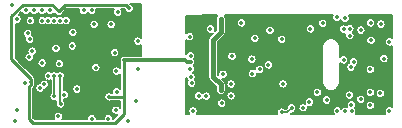
<source format=gbr>
G04 #@! TF.GenerationSoftware,KiCad,Pcbnew,(5.1.12)-1*
G04 #@! TF.CreationDate,2024-10-20T15:32:40+08:00*
G04 #@! TF.ProjectId,Kicad_LFOV_RigidFlex_Assembly_Screwhole2,4b696361-645f-44c4-964f-565f52696769,rev?*
G04 #@! TF.SameCoordinates,Original*
G04 #@! TF.FileFunction,Copper,L3,Inr*
G04 #@! TF.FilePolarity,Positive*
%FSLAX46Y46*%
G04 Gerber Fmt 4.6, Leading zero omitted, Abs format (unit mm)*
G04 Created by KiCad (PCBNEW (5.1.12)-1) date 2024-10-20 15:32:40*
%MOMM*%
%LPD*%
G01*
G04 APERTURE LIST*
G04 #@! TA.AperFunction,ViaPad*
%ADD10C,0.350000*%
G04 #@! TD*
G04 #@! TA.AperFunction,Conductor*
%ADD11C,0.381000*%
G04 #@! TD*
G04 #@! TA.AperFunction,Conductor*
%ADD12C,0.152400*%
G04 #@! TD*
G04 #@! TA.AperFunction,Conductor*
%ADD13C,0.254000*%
G04 #@! TD*
G04 #@! TA.AperFunction,Conductor*
%ADD14C,0.304800*%
G04 #@! TD*
G04 #@! TA.AperFunction,Conductor*
%ADD15C,0.100000*%
G04 #@! TD*
G04 APERTURE END LIST*
D10*
X112138200Y-109604600D03*
X94408200Y-110163400D03*
X93316000Y-111662000D03*
X91868200Y-111611200D03*
X93036600Y-110366600D03*
X116856200Y-115675200D03*
X115941800Y-114735400D03*
X113960600Y-115421200D03*
X119675600Y-108207600D03*
X119650200Y-114100400D03*
X111014200Y-111763600D03*
X109617200Y-111281000D03*
X107940800Y-111027000D03*
X108729000Y-108207600D03*
X107864600Y-114379800D03*
X107864600Y-113389200D03*
X97471400Y-116319600D03*
X92543800Y-107150200D03*
X96049000Y-107150200D03*
X95363200Y-107150200D03*
X90410200Y-113271600D03*
X89597400Y-116497400D03*
X93229600Y-116133800D03*
X94800000Y-113805000D03*
X98142000Y-112294200D03*
X96401810Y-112001600D03*
X97700000Y-108344000D03*
X99099400Y-116522800D03*
X98167388Y-114062788D03*
X98004800Y-110731600D03*
X104511800Y-113313000D03*
X119650200Y-115192600D03*
X96060000Y-116319000D03*
X98243600Y-107318600D03*
X94459000Y-109020400D03*
X119650200Y-112144600D03*
X119701800Y-109680800D03*
X117390400Y-108741000D03*
X106107300Y-108721100D03*
X120793200Y-111225800D03*
X116806200Y-107750400D03*
X107178799Y-112551000D03*
X89278200Y-106734400D03*
X93747800Y-114278200D03*
X104638800Y-115675200D03*
X106984600Y-113422600D03*
X106984600Y-113922600D03*
X106990800Y-107848200D03*
X98117400Y-115599000D03*
X89725000Y-115584000D03*
X113986000Y-114913200D03*
X110176000Y-115700600D03*
X110252200Y-115167200D03*
X105672600Y-112572700D03*
X104486400Y-113897200D03*
X105735400Y-115014800D03*
X120678980Y-113681220D03*
X120687200Y-107805600D03*
X118253200Y-113186000D03*
X115941800Y-115637600D03*
X113808200Y-107877400D03*
X110074400Y-111662000D03*
X120768600Y-111763600D03*
X113478000Y-115413200D03*
X112258800Y-113375200D03*
X118821691Y-114677141D03*
X118227800Y-111509600D03*
X117521000Y-115700600D03*
X105750600Y-114414600D03*
X112131800Y-115776800D03*
X112978000Y-115413200D03*
X93255000Y-107226400D03*
X90892800Y-113195400D03*
X98822000Y-111392000D03*
X97522200Y-114465400D03*
X99235000Y-106988404D03*
X104440040Y-111523400D03*
X109872000Y-109528400D03*
X99955520Y-109751900D03*
X104349720Y-109378520D03*
X92377994Y-112685594D03*
X92035800Y-113398604D03*
X91680200Y-113728798D03*
X93378000Y-112685586D03*
X109668000Y-112500200D03*
X117389600Y-111331800D03*
X115154400Y-114100400D03*
X114570200Y-108715600D03*
X93418400Y-115065600D03*
X104466560Y-112779580D03*
X99807320Y-114803080D03*
X114494000Y-114913200D03*
X92878000Y-112685618D03*
X117999200Y-111941400D03*
X115611600Y-108258400D03*
X110277600Y-112144604D03*
X92885000Y-114430600D03*
X104403060Y-112085416D03*
X99945360Y-112093780D03*
X93878000Y-108015602D03*
X93378000Y-108015606D03*
X92878000Y-108015602D03*
X92378000Y-108015602D03*
X91878000Y-108015586D03*
X90870200Y-108013800D03*
X89725000Y-107884000D03*
X90638800Y-109106000D03*
X90460000Y-107149000D03*
X90793002Y-109600600D03*
X91160000Y-107149000D03*
X91019800Y-110604600D03*
X91860000Y-107149000D03*
X90765800Y-111112600D03*
X95373400Y-116259400D03*
X91172200Y-114846400D03*
X94652000Y-107226400D03*
X93966200Y-107226400D03*
X89800600Y-109969600D03*
X96836400Y-113982800D03*
X93951000Y-116259400D03*
X94662200Y-116259400D03*
X98827800Y-110696800D03*
X98770398Y-107297171D03*
X97431600Y-115599000D03*
X104438680Y-110996500D03*
X120488400Y-114176600D03*
X117873000Y-114328996D03*
X120539200Y-108309200D03*
X117521000Y-107826600D03*
X118835630Y-108817200D03*
X107051800Y-115014800D03*
X105110100Y-114385200D03*
X121250400Y-115675200D03*
X118071000Y-115700600D03*
X121250400Y-109807800D03*
X117905700Y-109284540D03*
X118050800Y-115141800D03*
X117902925Y-108694725D03*
X96263200Y-108334600D03*
X111147600Y-108842600D03*
D11*
X106984600Y-113922600D02*
X106984600Y-113422600D01*
X106976400Y-107862600D02*
X106990800Y-107848200D01*
X106341400Y-109630000D02*
X106976400Y-108995000D01*
X106984600Y-113422600D02*
X106341400Y-112779400D01*
X106341400Y-112779400D02*
X106341400Y-109630000D01*
X106976400Y-108995000D02*
X106976400Y-107862600D01*
D12*
X115474400Y-115637600D02*
X115941800Y-115637600D01*
X115337999Y-115774001D02*
X115474400Y-115637600D01*
X113791255Y-115774001D02*
X115337999Y-115774001D01*
X113478000Y-115460746D02*
X113791255Y-115774001D01*
X113478000Y-115413200D02*
X113478000Y-115460746D01*
X112614400Y-115776800D02*
X112978000Y-115413200D01*
X112131800Y-115776800D02*
X112614400Y-115776800D01*
D13*
X98033799Y-116723201D02*
X91112801Y-116723201D01*
X98822000Y-115935000D02*
X98033799Y-116723201D01*
X90892800Y-113442887D02*
X90892800Y-113195400D01*
X90768599Y-113567088D02*
X90892800Y-113442887D01*
X90768599Y-116378999D02*
X90768599Y-113567088D01*
X91112801Y-116723201D02*
X90768599Y-116378999D01*
X98787389Y-114466389D02*
X98822000Y-114501000D01*
X97973659Y-114466389D02*
X98787389Y-114466389D01*
X97972670Y-114465400D02*
X97973659Y-114466389D01*
X97522200Y-114465400D02*
X97972670Y-114465400D01*
X98822000Y-114501000D02*
X98822000Y-115935000D01*
X98822000Y-111392000D02*
X98822000Y-114501000D01*
X92686800Y-106658200D02*
X93255000Y-107226400D01*
X90892800Y-112947913D02*
X89252800Y-111307913D01*
X90243400Y-106658200D02*
X92686800Y-106658200D01*
X90892800Y-113195400D02*
X90892800Y-112947913D01*
X89252800Y-107648800D02*
X90243400Y-106658200D01*
X89252800Y-111307913D02*
X89252800Y-107648800D01*
X98958397Y-106711801D02*
X99235000Y-106988404D01*
X99235000Y-106963800D02*
X99235000Y-106988404D01*
X93769599Y-106711801D02*
X98958397Y-106711801D01*
X99231401Y-106960201D02*
X99235000Y-106963800D01*
X93255000Y-107226400D02*
X93769599Y-106711801D01*
D14*
X98822000Y-111392000D02*
X98825960Y-111392000D01*
X98822000Y-111392000D02*
X102908800Y-111392000D01*
X102908800Y-111392000D02*
X102910600Y-111390200D01*
X102910600Y-111390200D02*
X103978880Y-111390200D01*
X104112080Y-111523400D02*
X104440040Y-111523400D01*
X103978880Y-111390200D02*
X104112080Y-111523400D01*
D12*
X93378000Y-115025200D02*
X93418400Y-115065600D01*
X93378000Y-112685586D02*
X93378000Y-115025200D01*
X92885000Y-112692618D02*
X92878000Y-112685618D01*
X92885000Y-114430600D02*
X92885000Y-112692618D01*
X100229840Y-106584534D02*
X100229840Y-109455443D01*
X100212800Y-109438403D01*
X100146696Y-109394234D01*
X100073246Y-109363810D01*
X99995271Y-109348300D01*
X99915769Y-109348300D01*
X99837794Y-109363810D01*
X99764344Y-109394234D01*
X99698240Y-109438403D01*
X99642023Y-109494620D01*
X99597854Y-109560724D01*
X99567430Y-109634174D01*
X99551920Y-109712149D01*
X99551920Y-109791651D01*
X99567430Y-109869626D01*
X99597854Y-109943076D01*
X99642023Y-110009180D01*
X99698240Y-110065397D01*
X99764344Y-110109566D01*
X99837794Y-110139990D01*
X99915769Y-110155500D01*
X99995271Y-110155500D01*
X100073246Y-110139990D01*
X100146696Y-110109566D01*
X100212800Y-110065397D01*
X100229840Y-110048357D01*
X100229840Y-111011000D01*
X98956843Y-111011000D01*
X98939726Y-111003910D01*
X98861751Y-110988400D01*
X98782249Y-110988400D01*
X98704274Y-111003910D01*
X98630824Y-111034334D01*
X98564720Y-111078503D01*
X98508503Y-111134720D01*
X98464334Y-111200824D01*
X98433910Y-111274274D01*
X98418400Y-111352249D01*
X98418400Y-111431751D01*
X98433910Y-111509726D01*
X98464334Y-111583176D01*
X98466400Y-111586268D01*
X98466400Y-112053238D01*
X98455497Y-112036920D01*
X98399280Y-111980703D01*
X98333176Y-111936534D01*
X98259726Y-111906110D01*
X98181751Y-111890600D01*
X98102249Y-111890600D01*
X98024274Y-111906110D01*
X97950824Y-111936534D01*
X97884720Y-111980703D01*
X97828503Y-112036920D01*
X97784334Y-112103024D01*
X97753910Y-112176474D01*
X97738400Y-112254449D01*
X97738400Y-112333951D01*
X97753910Y-112411926D01*
X97784334Y-112485376D01*
X97828503Y-112551480D01*
X97884720Y-112607697D01*
X97950824Y-112651866D01*
X98024274Y-112682290D01*
X98102249Y-112697800D01*
X98181751Y-112697800D01*
X98259726Y-112682290D01*
X98333176Y-112651866D01*
X98399280Y-112607697D01*
X98455497Y-112551480D01*
X98466400Y-112535162D01*
X98466401Y-113791024D01*
X98424668Y-113749291D01*
X98358564Y-113705122D01*
X98285114Y-113674698D01*
X98207139Y-113659188D01*
X98127637Y-113659188D01*
X98049662Y-113674698D01*
X97976212Y-113705122D01*
X97910108Y-113749291D01*
X97853891Y-113805508D01*
X97809722Y-113871612D01*
X97779298Y-113945062D01*
X97763788Y-114023037D01*
X97763788Y-114102539D01*
X97765232Y-114109800D01*
X97716468Y-114109800D01*
X97713376Y-114107734D01*
X97639926Y-114077310D01*
X97561951Y-114061800D01*
X97482449Y-114061800D01*
X97404474Y-114077310D01*
X97331024Y-114107734D01*
X97264920Y-114151903D01*
X97208703Y-114208120D01*
X97164534Y-114274224D01*
X97134110Y-114347674D01*
X97118600Y-114425649D01*
X97118600Y-114505151D01*
X97134110Y-114583126D01*
X97164534Y-114656576D01*
X97208703Y-114722680D01*
X97264920Y-114778897D01*
X97331024Y-114823066D01*
X97404474Y-114853490D01*
X97482449Y-114869000D01*
X97561951Y-114869000D01*
X97639926Y-114853490D01*
X97713376Y-114823066D01*
X97716468Y-114821000D01*
X97946155Y-114821000D01*
X97956196Y-114821989D01*
X97956204Y-114821989D01*
X97973659Y-114823708D01*
X97991114Y-114821989D01*
X98466400Y-114821989D01*
X98466401Y-115394855D01*
X98430897Y-115341720D01*
X98374680Y-115285503D01*
X98308576Y-115241334D01*
X98235126Y-115210910D01*
X98157151Y-115195400D01*
X98077649Y-115195400D01*
X97999674Y-115210910D01*
X97926224Y-115241334D01*
X97860120Y-115285503D01*
X97803903Y-115341720D01*
X97759734Y-115407824D01*
X97729310Y-115481274D01*
X97713800Y-115559249D01*
X97713800Y-115638751D01*
X97729310Y-115716726D01*
X97759734Y-115790176D01*
X97803903Y-115856280D01*
X97860120Y-115912497D01*
X97926224Y-115956666D01*
X97999674Y-115987090D01*
X98077649Y-116002600D01*
X98157151Y-116002600D01*
X98235126Y-115987090D01*
X98289566Y-115964540D01*
X97886506Y-116367601D01*
X97873359Y-116367601D01*
X97875000Y-116359351D01*
X97875000Y-116279849D01*
X97859490Y-116201874D01*
X97829066Y-116128424D01*
X97784897Y-116062320D01*
X97728680Y-116006103D01*
X97662576Y-115961934D01*
X97589126Y-115931510D01*
X97511151Y-115916000D01*
X97431649Y-115916000D01*
X97353674Y-115931510D01*
X97280224Y-115961934D01*
X97214120Y-116006103D01*
X97157903Y-116062320D01*
X97113734Y-116128424D01*
X97083310Y-116201874D01*
X97067800Y-116279849D01*
X97067800Y-116359351D01*
X97069441Y-116367601D01*
X96461840Y-116367601D01*
X96463600Y-116358751D01*
X96463600Y-116279249D01*
X96448090Y-116201274D01*
X96417666Y-116127824D01*
X96373497Y-116061720D01*
X96317280Y-116005503D01*
X96251176Y-115961334D01*
X96177726Y-115930910D01*
X96099751Y-115915400D01*
X96020249Y-115915400D01*
X95942274Y-115930910D01*
X95868824Y-115961334D01*
X95802720Y-116005503D01*
X95746503Y-116061720D01*
X95702334Y-116127824D01*
X95671910Y-116201274D01*
X95656400Y-116279249D01*
X95656400Y-116358751D01*
X95658160Y-116367601D01*
X93558785Y-116367601D01*
X93587266Y-116324976D01*
X93617690Y-116251526D01*
X93633200Y-116173551D01*
X93633200Y-116094049D01*
X93617690Y-116016074D01*
X93587266Y-115942624D01*
X93543097Y-115876520D01*
X93486880Y-115820303D01*
X93420776Y-115776134D01*
X93347326Y-115745710D01*
X93269351Y-115730200D01*
X93189849Y-115730200D01*
X93111874Y-115745710D01*
X93038424Y-115776134D01*
X92972320Y-115820303D01*
X92916103Y-115876520D01*
X92871934Y-115942624D01*
X92841510Y-116016074D01*
X92826000Y-116094049D01*
X92826000Y-116173551D01*
X92841510Y-116251526D01*
X92871934Y-116324976D01*
X92900415Y-116367601D01*
X91260095Y-116367601D01*
X91124199Y-116231705D01*
X91124199Y-113714381D01*
X91131899Y-113706681D01*
X91145462Y-113695550D01*
X91150799Y-113689047D01*
X91276600Y-113689047D01*
X91276600Y-113768549D01*
X91292110Y-113846524D01*
X91322534Y-113919974D01*
X91366703Y-113986078D01*
X91422920Y-114042295D01*
X91489024Y-114086464D01*
X91562474Y-114116888D01*
X91640449Y-114132398D01*
X91719951Y-114132398D01*
X91797926Y-114116888D01*
X91871376Y-114086464D01*
X91937480Y-114042295D01*
X91993697Y-113986078D01*
X92037866Y-113919974D01*
X92068290Y-113846524D01*
X92077170Y-113801882D01*
X92153526Y-113786694D01*
X92226976Y-113756270D01*
X92293080Y-113712101D01*
X92349297Y-113655884D01*
X92393466Y-113589780D01*
X92423890Y-113516330D01*
X92439400Y-113438355D01*
X92439400Y-113358853D01*
X92423890Y-113280878D01*
X92393466Y-113207428D01*
X92349297Y-113141324D01*
X92293080Y-113085107D01*
X92282646Y-113078135D01*
X92338243Y-113089194D01*
X92417745Y-113089194D01*
X92495720Y-113073684D01*
X92569170Y-113043260D01*
X92580201Y-113035890D01*
X92580200Y-114164623D01*
X92571503Y-114173320D01*
X92527334Y-114239424D01*
X92496910Y-114312874D01*
X92481400Y-114390849D01*
X92481400Y-114470351D01*
X92496910Y-114548326D01*
X92527334Y-114621776D01*
X92571503Y-114687880D01*
X92627720Y-114744097D01*
X92693824Y-114788266D01*
X92767274Y-114818690D01*
X92845249Y-114834200D01*
X92924751Y-114834200D01*
X93002726Y-114818690D01*
X93073201Y-114789498D01*
X93073201Y-114855766D01*
X93060734Y-114874424D01*
X93030310Y-114947874D01*
X93014800Y-115025849D01*
X93014800Y-115105351D01*
X93030310Y-115183326D01*
X93060734Y-115256776D01*
X93104903Y-115322880D01*
X93161120Y-115379097D01*
X93227224Y-115423266D01*
X93300674Y-115453690D01*
X93378649Y-115469200D01*
X93458151Y-115469200D01*
X93536126Y-115453690D01*
X93609576Y-115423266D01*
X93675680Y-115379097D01*
X93731897Y-115322880D01*
X93776066Y-115256776D01*
X93806490Y-115183326D01*
X93822000Y-115105351D01*
X93822000Y-115025849D01*
X93806490Y-114947874D01*
X93776066Y-114874424D01*
X93731897Y-114808320D01*
X93682800Y-114759223D01*
X93682800Y-114676778D01*
X93708049Y-114681800D01*
X93787551Y-114681800D01*
X93865526Y-114666290D01*
X93938976Y-114635866D01*
X94005080Y-114591697D01*
X94061297Y-114535480D01*
X94105466Y-114469376D01*
X94135890Y-114395926D01*
X94151400Y-114317951D01*
X94151400Y-114238449D01*
X94135890Y-114160474D01*
X94105466Y-114087024D01*
X94061297Y-114020920D01*
X94005080Y-113964703D01*
X93938976Y-113920534D01*
X93865526Y-113890110D01*
X93787551Y-113874600D01*
X93708049Y-113874600D01*
X93682800Y-113879622D01*
X93682800Y-113765249D01*
X94396400Y-113765249D01*
X94396400Y-113844751D01*
X94411910Y-113922726D01*
X94442334Y-113996176D01*
X94486503Y-114062280D01*
X94542720Y-114118497D01*
X94608824Y-114162666D01*
X94682274Y-114193090D01*
X94760249Y-114208600D01*
X94839751Y-114208600D01*
X94917726Y-114193090D01*
X94991176Y-114162666D01*
X95057280Y-114118497D01*
X95113497Y-114062280D01*
X95157666Y-113996176D01*
X95188090Y-113922726D01*
X95203600Y-113844751D01*
X95203600Y-113765249D01*
X95188090Y-113687274D01*
X95157666Y-113613824D01*
X95113497Y-113547720D01*
X95057280Y-113491503D01*
X94991176Y-113447334D01*
X94917726Y-113416910D01*
X94839751Y-113401400D01*
X94760249Y-113401400D01*
X94682274Y-113416910D01*
X94608824Y-113447334D01*
X94542720Y-113491503D01*
X94486503Y-113547720D01*
X94442334Y-113613824D01*
X94411910Y-113687274D01*
X94396400Y-113765249D01*
X93682800Y-113765249D01*
X93682800Y-112951563D01*
X93691497Y-112942866D01*
X93735666Y-112876762D01*
X93766090Y-112803312D01*
X93781600Y-112725337D01*
X93781600Y-112645835D01*
X93766090Y-112567860D01*
X93735666Y-112494410D01*
X93691497Y-112428306D01*
X93635280Y-112372089D01*
X93569176Y-112327920D01*
X93495726Y-112297496D01*
X93417751Y-112281986D01*
X93338249Y-112281986D01*
X93260274Y-112297496D01*
X93186824Y-112327920D01*
X93127976Y-112367241D01*
X93069176Y-112327952D01*
X92995726Y-112297528D01*
X92917751Y-112282018D01*
X92838249Y-112282018D01*
X92760274Y-112297528D01*
X92686824Y-112327952D01*
X92628015Y-112367247D01*
X92569170Y-112327928D01*
X92495720Y-112297504D01*
X92417745Y-112281994D01*
X92338243Y-112281994D01*
X92260268Y-112297504D01*
X92186818Y-112327928D01*
X92120714Y-112372097D01*
X92064497Y-112428314D01*
X92020328Y-112494418D01*
X91989904Y-112567868D01*
X91974394Y-112645843D01*
X91974394Y-112725345D01*
X91989904Y-112803320D01*
X92020328Y-112876770D01*
X92064497Y-112942874D01*
X92120714Y-112999091D01*
X92131148Y-113006063D01*
X92075551Y-112995004D01*
X91996049Y-112995004D01*
X91918074Y-113010514D01*
X91844624Y-113040938D01*
X91778520Y-113085107D01*
X91722303Y-113141324D01*
X91678134Y-113207428D01*
X91647710Y-113280878D01*
X91638830Y-113325520D01*
X91562474Y-113340708D01*
X91489024Y-113371132D01*
X91422920Y-113415301D01*
X91366703Y-113471518D01*
X91322534Y-113537622D01*
X91292110Y-113611072D01*
X91276600Y-113689047D01*
X91150799Y-113689047D01*
X91189901Y-113641403D01*
X91222921Y-113579627D01*
X91243254Y-113512597D01*
X91248400Y-113460350D01*
X91248400Y-113460342D01*
X91250119Y-113442887D01*
X91248400Y-113425432D01*
X91248400Y-113389668D01*
X91250466Y-113386576D01*
X91280890Y-113313126D01*
X91296400Y-113235151D01*
X91296400Y-113155649D01*
X91280890Y-113077674D01*
X91250466Y-113004224D01*
X91248400Y-113001132D01*
X91248400Y-112965365D01*
X91250119Y-112947912D01*
X91248400Y-112930459D01*
X91248400Y-112930450D01*
X91243254Y-112878203D01*
X91222921Y-112811173D01*
X91189901Y-112749397D01*
X91184644Y-112742991D01*
X91156595Y-112708813D01*
X91156590Y-112708808D01*
X91145463Y-112695250D01*
X91131905Y-112684123D01*
X90019230Y-111571449D01*
X91464600Y-111571449D01*
X91464600Y-111650951D01*
X91480110Y-111728926D01*
X91510534Y-111802376D01*
X91554703Y-111868480D01*
X91610920Y-111924697D01*
X91677024Y-111968866D01*
X91750474Y-111999290D01*
X91828449Y-112014800D01*
X91907951Y-112014800D01*
X91985926Y-111999290D01*
X92059376Y-111968866D01*
X92125480Y-111924697D01*
X92181697Y-111868480D01*
X92225866Y-111802376D01*
X92256290Y-111728926D01*
X92271800Y-111650951D01*
X92271800Y-111622249D01*
X92912400Y-111622249D01*
X92912400Y-111701751D01*
X92927910Y-111779726D01*
X92958334Y-111853176D01*
X93002503Y-111919280D01*
X93058720Y-111975497D01*
X93124824Y-112019666D01*
X93198274Y-112050090D01*
X93276249Y-112065600D01*
X93355751Y-112065600D01*
X93433726Y-112050090D01*
X93507176Y-112019666D01*
X93573280Y-111975497D01*
X93586928Y-111961849D01*
X95998210Y-111961849D01*
X95998210Y-112041351D01*
X96013720Y-112119326D01*
X96044144Y-112192776D01*
X96088313Y-112258880D01*
X96144530Y-112315097D01*
X96210634Y-112359266D01*
X96284084Y-112389690D01*
X96362059Y-112405200D01*
X96441561Y-112405200D01*
X96519536Y-112389690D01*
X96592986Y-112359266D01*
X96659090Y-112315097D01*
X96715307Y-112258880D01*
X96759476Y-112192776D01*
X96789900Y-112119326D01*
X96805410Y-112041351D01*
X96805410Y-111961849D01*
X96789900Y-111883874D01*
X96759476Y-111810424D01*
X96715307Y-111744320D01*
X96659090Y-111688103D01*
X96592986Y-111643934D01*
X96519536Y-111613510D01*
X96441561Y-111598000D01*
X96362059Y-111598000D01*
X96284084Y-111613510D01*
X96210634Y-111643934D01*
X96144530Y-111688103D01*
X96088313Y-111744320D01*
X96044144Y-111810424D01*
X96013720Y-111883874D01*
X95998210Y-111961849D01*
X93586928Y-111961849D01*
X93629497Y-111919280D01*
X93673666Y-111853176D01*
X93704090Y-111779726D01*
X93719600Y-111701751D01*
X93719600Y-111622249D01*
X93704090Y-111544274D01*
X93673666Y-111470824D01*
X93629497Y-111404720D01*
X93573280Y-111348503D01*
X93507176Y-111304334D01*
X93433726Y-111273910D01*
X93355751Y-111258400D01*
X93276249Y-111258400D01*
X93198274Y-111273910D01*
X93124824Y-111304334D01*
X93058720Y-111348503D01*
X93002503Y-111404720D01*
X92958334Y-111470824D01*
X92927910Y-111544274D01*
X92912400Y-111622249D01*
X92271800Y-111622249D01*
X92271800Y-111571449D01*
X92256290Y-111493474D01*
X92225866Y-111420024D01*
X92181697Y-111353920D01*
X92125480Y-111297703D01*
X92059376Y-111253534D01*
X91985926Y-111223110D01*
X91907951Y-111207600D01*
X91828449Y-111207600D01*
X91750474Y-111223110D01*
X91677024Y-111253534D01*
X91610920Y-111297703D01*
X91554703Y-111353920D01*
X91510534Y-111420024D01*
X91480110Y-111493474D01*
X91464600Y-111571449D01*
X90019230Y-111571449D01*
X89608400Y-111160620D01*
X89608400Y-111072849D01*
X90362200Y-111072849D01*
X90362200Y-111152351D01*
X90377710Y-111230326D01*
X90408134Y-111303776D01*
X90452303Y-111369880D01*
X90508520Y-111426097D01*
X90574624Y-111470266D01*
X90648074Y-111500690D01*
X90726049Y-111516200D01*
X90805551Y-111516200D01*
X90883526Y-111500690D01*
X90956976Y-111470266D01*
X91023080Y-111426097D01*
X91079297Y-111369880D01*
X91123466Y-111303776D01*
X91153890Y-111230326D01*
X91169400Y-111152351D01*
X91169400Y-111072849D01*
X91153890Y-110994874D01*
X91150721Y-110987224D01*
X91210976Y-110962266D01*
X91277080Y-110918097D01*
X91333297Y-110861880D01*
X91377466Y-110795776D01*
X91407890Y-110722326D01*
X91423400Y-110644351D01*
X91423400Y-110564849D01*
X91407890Y-110486874D01*
X91377466Y-110413424D01*
X91333297Y-110347320D01*
X91312826Y-110326849D01*
X92633000Y-110326849D01*
X92633000Y-110406351D01*
X92648510Y-110484326D01*
X92678934Y-110557776D01*
X92723103Y-110623880D01*
X92779320Y-110680097D01*
X92845424Y-110724266D01*
X92918874Y-110754690D01*
X92996849Y-110770200D01*
X93076351Y-110770200D01*
X93154326Y-110754690D01*
X93227776Y-110724266D01*
X93276291Y-110691849D01*
X97601200Y-110691849D01*
X97601200Y-110771351D01*
X97616710Y-110849326D01*
X97647134Y-110922776D01*
X97691303Y-110988880D01*
X97747520Y-111045097D01*
X97813624Y-111089266D01*
X97887074Y-111119690D01*
X97965049Y-111135200D01*
X98044551Y-111135200D01*
X98122526Y-111119690D01*
X98195976Y-111089266D01*
X98262080Y-111045097D01*
X98318297Y-110988880D01*
X98362466Y-110922776D01*
X98392890Y-110849326D01*
X98408400Y-110771351D01*
X98408400Y-110691849D01*
X98392890Y-110613874D01*
X98362466Y-110540424D01*
X98318297Y-110474320D01*
X98262080Y-110418103D01*
X98195976Y-110373934D01*
X98122526Y-110343510D01*
X98044551Y-110328000D01*
X97965049Y-110328000D01*
X97887074Y-110343510D01*
X97813624Y-110373934D01*
X97747520Y-110418103D01*
X97691303Y-110474320D01*
X97647134Y-110540424D01*
X97616710Y-110613874D01*
X97601200Y-110691849D01*
X93276291Y-110691849D01*
X93293880Y-110680097D01*
X93350097Y-110623880D01*
X93394266Y-110557776D01*
X93424690Y-110484326D01*
X93440200Y-110406351D01*
X93440200Y-110326849D01*
X93424690Y-110248874D01*
X93394266Y-110175424D01*
X93359672Y-110123649D01*
X94004600Y-110123649D01*
X94004600Y-110203151D01*
X94020110Y-110281126D01*
X94050534Y-110354576D01*
X94094703Y-110420680D01*
X94150920Y-110476897D01*
X94217024Y-110521066D01*
X94290474Y-110551490D01*
X94368449Y-110567000D01*
X94447951Y-110567000D01*
X94525926Y-110551490D01*
X94599376Y-110521066D01*
X94665480Y-110476897D01*
X94721697Y-110420680D01*
X94765866Y-110354576D01*
X94796290Y-110281126D01*
X94811800Y-110203151D01*
X94811800Y-110123649D01*
X94796290Y-110045674D01*
X94765866Y-109972224D01*
X94721697Y-109906120D01*
X94665480Y-109849903D01*
X94599376Y-109805734D01*
X94525926Y-109775310D01*
X94447951Y-109759800D01*
X94368449Y-109759800D01*
X94290474Y-109775310D01*
X94217024Y-109805734D01*
X94150920Y-109849903D01*
X94094703Y-109906120D01*
X94050534Y-109972224D01*
X94020110Y-110045674D01*
X94004600Y-110123649D01*
X93359672Y-110123649D01*
X93350097Y-110109320D01*
X93293880Y-110053103D01*
X93227776Y-110008934D01*
X93154326Y-109978510D01*
X93076351Y-109963000D01*
X92996849Y-109963000D01*
X92918874Y-109978510D01*
X92845424Y-110008934D01*
X92779320Y-110053103D01*
X92723103Y-110109320D01*
X92678934Y-110175424D01*
X92648510Y-110248874D01*
X92633000Y-110326849D01*
X91312826Y-110326849D01*
X91277080Y-110291103D01*
X91210976Y-110246934D01*
X91137526Y-110216510D01*
X91059551Y-110201000D01*
X90980049Y-110201000D01*
X90902074Y-110216510D01*
X90828624Y-110246934D01*
X90762520Y-110291103D01*
X90706303Y-110347320D01*
X90662134Y-110413424D01*
X90631710Y-110486874D01*
X90616200Y-110564849D01*
X90616200Y-110644351D01*
X90631710Y-110722326D01*
X90634879Y-110729976D01*
X90574624Y-110754934D01*
X90508520Y-110799103D01*
X90452303Y-110855320D01*
X90408134Y-110921424D01*
X90377710Y-110994874D01*
X90362200Y-111072849D01*
X89608400Y-111072849D01*
X89608400Y-109066249D01*
X90235200Y-109066249D01*
X90235200Y-109145751D01*
X90250710Y-109223726D01*
X90281134Y-109297176D01*
X90325303Y-109363280D01*
X90381520Y-109419497D01*
X90420402Y-109445477D01*
X90404912Y-109482874D01*
X90389402Y-109560849D01*
X90389402Y-109640351D01*
X90404912Y-109718326D01*
X90435336Y-109791776D01*
X90479505Y-109857880D01*
X90535722Y-109914097D01*
X90601826Y-109958266D01*
X90675276Y-109988690D01*
X90753251Y-110004200D01*
X90832753Y-110004200D01*
X90910728Y-109988690D01*
X90984178Y-109958266D01*
X91050282Y-109914097D01*
X91106499Y-109857880D01*
X91150668Y-109791776D01*
X91181092Y-109718326D01*
X91196602Y-109640351D01*
X91196602Y-109560849D01*
X91181092Y-109482874D01*
X91150668Y-109409424D01*
X91106499Y-109343320D01*
X91050282Y-109287103D01*
X91011400Y-109261123D01*
X91026890Y-109223726D01*
X91042400Y-109145751D01*
X91042400Y-109066249D01*
X91026890Y-108988274D01*
X91023732Y-108980649D01*
X94055400Y-108980649D01*
X94055400Y-109060151D01*
X94070910Y-109138126D01*
X94101334Y-109211576D01*
X94145503Y-109277680D01*
X94201720Y-109333897D01*
X94267824Y-109378066D01*
X94341274Y-109408490D01*
X94419249Y-109424000D01*
X94498751Y-109424000D01*
X94576726Y-109408490D01*
X94650176Y-109378066D01*
X94716280Y-109333897D01*
X94772497Y-109277680D01*
X94816666Y-109211576D01*
X94847090Y-109138126D01*
X94862600Y-109060151D01*
X94862600Y-108980649D01*
X94847090Y-108902674D01*
X94816666Y-108829224D01*
X94772497Y-108763120D01*
X94716280Y-108706903D01*
X94650176Y-108662734D01*
X94576726Y-108632310D01*
X94498751Y-108616800D01*
X94419249Y-108616800D01*
X94341274Y-108632310D01*
X94267824Y-108662734D01*
X94201720Y-108706903D01*
X94145503Y-108763120D01*
X94101334Y-108829224D01*
X94070910Y-108902674D01*
X94055400Y-108980649D01*
X91023732Y-108980649D01*
X90996466Y-108914824D01*
X90952297Y-108848720D01*
X90896080Y-108792503D01*
X90829976Y-108748334D01*
X90756526Y-108717910D01*
X90678551Y-108702400D01*
X90599049Y-108702400D01*
X90521074Y-108717910D01*
X90447624Y-108748334D01*
X90381520Y-108792503D01*
X90325303Y-108848720D01*
X90281134Y-108914824D01*
X90250710Y-108988274D01*
X90235200Y-109066249D01*
X89608400Y-109066249D01*
X89608400Y-108272314D01*
X89685249Y-108287600D01*
X89764751Y-108287600D01*
X89842726Y-108272090D01*
X89916176Y-108241666D01*
X89982280Y-108197497D01*
X90038497Y-108141280D01*
X90082666Y-108075176D01*
X90113090Y-108001726D01*
X90118595Y-107974049D01*
X90466600Y-107974049D01*
X90466600Y-108053551D01*
X90482110Y-108131526D01*
X90512534Y-108204976D01*
X90556703Y-108271080D01*
X90612920Y-108327297D01*
X90679024Y-108371466D01*
X90752474Y-108401890D01*
X90830449Y-108417400D01*
X90909951Y-108417400D01*
X90987926Y-108401890D01*
X91061376Y-108371466D01*
X91127480Y-108327297D01*
X91183697Y-108271080D01*
X91227866Y-108204976D01*
X91258290Y-108131526D01*
X91273800Y-108053551D01*
X91273800Y-107974049D01*
X91258290Y-107896074D01*
X91227866Y-107822624D01*
X91183697Y-107756520D01*
X91127480Y-107700303D01*
X91061376Y-107656134D01*
X90987926Y-107625710D01*
X90909951Y-107610200D01*
X90830449Y-107610200D01*
X90752474Y-107625710D01*
X90679024Y-107656134D01*
X90612920Y-107700303D01*
X90556703Y-107756520D01*
X90512534Y-107822624D01*
X90482110Y-107896074D01*
X90466600Y-107974049D01*
X90118595Y-107974049D01*
X90128600Y-107923751D01*
X90128600Y-107844249D01*
X90113090Y-107766274D01*
X90082666Y-107692824D01*
X90038497Y-107626720D01*
X89982280Y-107570503D01*
X89916176Y-107526334D01*
X89889294Y-107515199D01*
X90091199Y-107313294D01*
X90102334Y-107340176D01*
X90146503Y-107406280D01*
X90202720Y-107462497D01*
X90268824Y-107506666D01*
X90342274Y-107537090D01*
X90420249Y-107552600D01*
X90499751Y-107552600D01*
X90577726Y-107537090D01*
X90651176Y-107506666D01*
X90717280Y-107462497D01*
X90773497Y-107406280D01*
X90810000Y-107351649D01*
X90846503Y-107406280D01*
X90902720Y-107462497D01*
X90968824Y-107506666D01*
X91042274Y-107537090D01*
X91120249Y-107552600D01*
X91199751Y-107552600D01*
X91277726Y-107537090D01*
X91351176Y-107506666D01*
X91417280Y-107462497D01*
X91473497Y-107406280D01*
X91510000Y-107351649D01*
X91546503Y-107406280D01*
X91602720Y-107462497D01*
X91668824Y-107506666D01*
X91742274Y-107537090D01*
X91820249Y-107552600D01*
X91899751Y-107552600D01*
X91977726Y-107537090D01*
X92051176Y-107506666D01*
X92117280Y-107462497D01*
X92173497Y-107406280D01*
X92201499Y-107364372D01*
X92230303Y-107407480D01*
X92286520Y-107463697D01*
X92352624Y-107507866D01*
X92426074Y-107538290D01*
X92504049Y-107553800D01*
X92583551Y-107553800D01*
X92661526Y-107538290D01*
X92734976Y-107507866D01*
X92801080Y-107463697D01*
X92857297Y-107407480D01*
X92879431Y-107374354D01*
X92897334Y-107417576D01*
X92941503Y-107483680D01*
X92997720Y-107539897D01*
X93063824Y-107584066D01*
X93137274Y-107614490D01*
X93215249Y-107630000D01*
X93254277Y-107630000D01*
X93186824Y-107657940D01*
X93128003Y-107697243D01*
X93069176Y-107657936D01*
X92995726Y-107627512D01*
X92917751Y-107612002D01*
X92838249Y-107612002D01*
X92760274Y-107627512D01*
X92686824Y-107657936D01*
X92628000Y-107697241D01*
X92569176Y-107657936D01*
X92495726Y-107627512D01*
X92417751Y-107612002D01*
X92338249Y-107612002D01*
X92260274Y-107627512D01*
X92186824Y-107657936D01*
X92128012Y-107697233D01*
X92069176Y-107657920D01*
X91995726Y-107627496D01*
X91917751Y-107611986D01*
X91838249Y-107611986D01*
X91760274Y-107627496D01*
X91686824Y-107657920D01*
X91620720Y-107702089D01*
X91564503Y-107758306D01*
X91520334Y-107824410D01*
X91489910Y-107897860D01*
X91474400Y-107975835D01*
X91474400Y-108055337D01*
X91489910Y-108133312D01*
X91520334Y-108206762D01*
X91564503Y-108272866D01*
X91620720Y-108329083D01*
X91686824Y-108373252D01*
X91760274Y-108403676D01*
X91838249Y-108419186D01*
X91917751Y-108419186D01*
X91995726Y-108403676D01*
X92069176Y-108373252D01*
X92127988Y-108333955D01*
X92186824Y-108373268D01*
X92260274Y-108403692D01*
X92338249Y-108419202D01*
X92417751Y-108419202D01*
X92495726Y-108403692D01*
X92569176Y-108373268D01*
X92628000Y-108333963D01*
X92686824Y-108373268D01*
X92760274Y-108403692D01*
X92838249Y-108419202D01*
X92917751Y-108419202D01*
X92995726Y-108403692D01*
X93069176Y-108373268D01*
X93127997Y-108333965D01*
X93186824Y-108373272D01*
X93260274Y-108403696D01*
X93338249Y-108419206D01*
X93417751Y-108419206D01*
X93495726Y-108403696D01*
X93569176Y-108373272D01*
X93628003Y-108333965D01*
X93686824Y-108373268D01*
X93760274Y-108403692D01*
X93838249Y-108419202D01*
X93917751Y-108419202D01*
X93995726Y-108403692D01*
X94069176Y-108373268D01*
X94135280Y-108329099D01*
X94169530Y-108294849D01*
X95859600Y-108294849D01*
X95859600Y-108374351D01*
X95875110Y-108452326D01*
X95905534Y-108525776D01*
X95949703Y-108591880D01*
X96005920Y-108648097D01*
X96072024Y-108692266D01*
X96145474Y-108722690D01*
X96223449Y-108738200D01*
X96302951Y-108738200D01*
X96380926Y-108722690D01*
X96454376Y-108692266D01*
X96520480Y-108648097D01*
X96576697Y-108591880D01*
X96620866Y-108525776D01*
X96651290Y-108452326D01*
X96666800Y-108374351D01*
X96666800Y-108304249D01*
X97296400Y-108304249D01*
X97296400Y-108383751D01*
X97311910Y-108461726D01*
X97342334Y-108535176D01*
X97386503Y-108601280D01*
X97442720Y-108657497D01*
X97508824Y-108701666D01*
X97582274Y-108732090D01*
X97660249Y-108747600D01*
X97739751Y-108747600D01*
X97817726Y-108732090D01*
X97891176Y-108701666D01*
X97957280Y-108657497D01*
X98013497Y-108601280D01*
X98057666Y-108535176D01*
X98088090Y-108461726D01*
X98103600Y-108383751D01*
X98103600Y-108304249D01*
X98088090Y-108226274D01*
X98057666Y-108152824D01*
X98013497Y-108086720D01*
X97957280Y-108030503D01*
X97891176Y-107986334D01*
X97817726Y-107955910D01*
X97739751Y-107940400D01*
X97660249Y-107940400D01*
X97582274Y-107955910D01*
X97508824Y-107986334D01*
X97442720Y-108030503D01*
X97386503Y-108086720D01*
X97342334Y-108152824D01*
X97311910Y-108226274D01*
X97296400Y-108304249D01*
X96666800Y-108304249D01*
X96666800Y-108294849D01*
X96651290Y-108216874D01*
X96620866Y-108143424D01*
X96576697Y-108077320D01*
X96520480Y-108021103D01*
X96454376Y-107976934D01*
X96380926Y-107946510D01*
X96302951Y-107931000D01*
X96223449Y-107931000D01*
X96145474Y-107946510D01*
X96072024Y-107976934D01*
X96005920Y-108021103D01*
X95949703Y-108077320D01*
X95905534Y-108143424D01*
X95875110Y-108216874D01*
X95859600Y-108294849D01*
X94169530Y-108294849D01*
X94191497Y-108272882D01*
X94235666Y-108206778D01*
X94266090Y-108133328D01*
X94281600Y-108055353D01*
X94281600Y-107975851D01*
X94266090Y-107897876D01*
X94235666Y-107824426D01*
X94191497Y-107758322D01*
X94135280Y-107702105D01*
X94069176Y-107657936D01*
X93995726Y-107627512D01*
X93917751Y-107612002D01*
X93838249Y-107612002D01*
X93760274Y-107627512D01*
X93686824Y-107657936D01*
X93627997Y-107697243D01*
X93569176Y-107657940D01*
X93495726Y-107627516D01*
X93417751Y-107612006D01*
X93378723Y-107612006D01*
X93446176Y-107584066D01*
X93512280Y-107539897D01*
X93568497Y-107483680D01*
X93612666Y-107417576D01*
X93643090Y-107344126D01*
X93643816Y-107340478D01*
X93916893Y-107067401D01*
X94968163Y-107067401D01*
X94959600Y-107110449D01*
X94959600Y-107189951D01*
X94975110Y-107267926D01*
X95005534Y-107341376D01*
X95049703Y-107407480D01*
X95105920Y-107463697D01*
X95172024Y-107507866D01*
X95245474Y-107538290D01*
X95323449Y-107553800D01*
X95402951Y-107553800D01*
X95480926Y-107538290D01*
X95554376Y-107507866D01*
X95620480Y-107463697D01*
X95676697Y-107407480D01*
X95706100Y-107363475D01*
X95735503Y-107407480D01*
X95791720Y-107463697D01*
X95857824Y-107507866D01*
X95931274Y-107538290D01*
X96009249Y-107553800D01*
X96088751Y-107553800D01*
X96166726Y-107538290D01*
X96240176Y-107507866D01*
X96306280Y-107463697D01*
X96362497Y-107407480D01*
X96406666Y-107341376D01*
X96437090Y-107267926D01*
X96452600Y-107189951D01*
X96452600Y-107110449D01*
X96444037Y-107067401D01*
X97926040Y-107067401D01*
X97885934Y-107127424D01*
X97855510Y-107200874D01*
X97840000Y-107278849D01*
X97840000Y-107358351D01*
X97855510Y-107436326D01*
X97885934Y-107509776D01*
X97930103Y-107575880D01*
X97986320Y-107632097D01*
X98052424Y-107676266D01*
X98125874Y-107706690D01*
X98203849Y-107722200D01*
X98283351Y-107722200D01*
X98361326Y-107706690D01*
X98434776Y-107676266D01*
X98500880Y-107632097D01*
X98557097Y-107575880D01*
X98601266Y-107509776D01*
X98631690Y-107436326D01*
X98647200Y-107358351D01*
X98647200Y-107278849D01*
X98631690Y-107200874D01*
X98601266Y-107127424D01*
X98561160Y-107067401D01*
X98811104Y-107067401D01*
X98846184Y-107102482D01*
X98846910Y-107106130D01*
X98877334Y-107179580D01*
X98921503Y-107245684D01*
X98977720Y-107301901D01*
X99043824Y-107346070D01*
X99117274Y-107376494D01*
X99195249Y-107392004D01*
X99274751Y-107392004D01*
X99352726Y-107376494D01*
X99426176Y-107346070D01*
X99492280Y-107301901D01*
X99548497Y-107245684D01*
X99592666Y-107179580D01*
X99623090Y-107106130D01*
X99638600Y-107028155D01*
X99638600Y-106948653D01*
X99623090Y-106870678D01*
X99592666Y-106797228D01*
X99548497Y-106731124D01*
X99492280Y-106674907D01*
X99426176Y-106630738D01*
X99352726Y-106600314D01*
X99349078Y-106599588D01*
X99332068Y-106582578D01*
X100229840Y-106584534D01*
G04 #@! TA.AperFunction,Conductor*
D15*
G36*
X100229840Y-106584534D02*
G01*
X100229840Y-109455443D01*
X100212800Y-109438403D01*
X100146696Y-109394234D01*
X100073246Y-109363810D01*
X99995271Y-109348300D01*
X99915769Y-109348300D01*
X99837794Y-109363810D01*
X99764344Y-109394234D01*
X99698240Y-109438403D01*
X99642023Y-109494620D01*
X99597854Y-109560724D01*
X99567430Y-109634174D01*
X99551920Y-109712149D01*
X99551920Y-109791651D01*
X99567430Y-109869626D01*
X99597854Y-109943076D01*
X99642023Y-110009180D01*
X99698240Y-110065397D01*
X99764344Y-110109566D01*
X99837794Y-110139990D01*
X99915769Y-110155500D01*
X99995271Y-110155500D01*
X100073246Y-110139990D01*
X100146696Y-110109566D01*
X100212800Y-110065397D01*
X100229840Y-110048357D01*
X100229840Y-111011000D01*
X98956843Y-111011000D01*
X98939726Y-111003910D01*
X98861751Y-110988400D01*
X98782249Y-110988400D01*
X98704274Y-111003910D01*
X98630824Y-111034334D01*
X98564720Y-111078503D01*
X98508503Y-111134720D01*
X98464334Y-111200824D01*
X98433910Y-111274274D01*
X98418400Y-111352249D01*
X98418400Y-111431751D01*
X98433910Y-111509726D01*
X98464334Y-111583176D01*
X98466400Y-111586268D01*
X98466400Y-112053238D01*
X98455497Y-112036920D01*
X98399280Y-111980703D01*
X98333176Y-111936534D01*
X98259726Y-111906110D01*
X98181751Y-111890600D01*
X98102249Y-111890600D01*
X98024274Y-111906110D01*
X97950824Y-111936534D01*
X97884720Y-111980703D01*
X97828503Y-112036920D01*
X97784334Y-112103024D01*
X97753910Y-112176474D01*
X97738400Y-112254449D01*
X97738400Y-112333951D01*
X97753910Y-112411926D01*
X97784334Y-112485376D01*
X97828503Y-112551480D01*
X97884720Y-112607697D01*
X97950824Y-112651866D01*
X98024274Y-112682290D01*
X98102249Y-112697800D01*
X98181751Y-112697800D01*
X98259726Y-112682290D01*
X98333176Y-112651866D01*
X98399280Y-112607697D01*
X98455497Y-112551480D01*
X98466400Y-112535162D01*
X98466401Y-113791024D01*
X98424668Y-113749291D01*
X98358564Y-113705122D01*
X98285114Y-113674698D01*
X98207139Y-113659188D01*
X98127637Y-113659188D01*
X98049662Y-113674698D01*
X97976212Y-113705122D01*
X97910108Y-113749291D01*
X97853891Y-113805508D01*
X97809722Y-113871612D01*
X97779298Y-113945062D01*
X97763788Y-114023037D01*
X97763788Y-114102539D01*
X97765232Y-114109800D01*
X97716468Y-114109800D01*
X97713376Y-114107734D01*
X97639926Y-114077310D01*
X97561951Y-114061800D01*
X97482449Y-114061800D01*
X97404474Y-114077310D01*
X97331024Y-114107734D01*
X97264920Y-114151903D01*
X97208703Y-114208120D01*
X97164534Y-114274224D01*
X97134110Y-114347674D01*
X97118600Y-114425649D01*
X97118600Y-114505151D01*
X97134110Y-114583126D01*
X97164534Y-114656576D01*
X97208703Y-114722680D01*
X97264920Y-114778897D01*
X97331024Y-114823066D01*
X97404474Y-114853490D01*
X97482449Y-114869000D01*
X97561951Y-114869000D01*
X97639926Y-114853490D01*
X97713376Y-114823066D01*
X97716468Y-114821000D01*
X97946155Y-114821000D01*
X97956196Y-114821989D01*
X97956204Y-114821989D01*
X97973659Y-114823708D01*
X97991114Y-114821989D01*
X98466400Y-114821989D01*
X98466401Y-115394855D01*
X98430897Y-115341720D01*
X98374680Y-115285503D01*
X98308576Y-115241334D01*
X98235126Y-115210910D01*
X98157151Y-115195400D01*
X98077649Y-115195400D01*
X97999674Y-115210910D01*
X97926224Y-115241334D01*
X97860120Y-115285503D01*
X97803903Y-115341720D01*
X97759734Y-115407824D01*
X97729310Y-115481274D01*
X97713800Y-115559249D01*
X97713800Y-115638751D01*
X97729310Y-115716726D01*
X97759734Y-115790176D01*
X97803903Y-115856280D01*
X97860120Y-115912497D01*
X97926224Y-115956666D01*
X97999674Y-115987090D01*
X98077649Y-116002600D01*
X98157151Y-116002600D01*
X98235126Y-115987090D01*
X98289566Y-115964540D01*
X97886506Y-116367601D01*
X97873359Y-116367601D01*
X97875000Y-116359351D01*
X97875000Y-116279849D01*
X97859490Y-116201874D01*
X97829066Y-116128424D01*
X97784897Y-116062320D01*
X97728680Y-116006103D01*
X97662576Y-115961934D01*
X97589126Y-115931510D01*
X97511151Y-115916000D01*
X97431649Y-115916000D01*
X97353674Y-115931510D01*
X97280224Y-115961934D01*
X97214120Y-116006103D01*
X97157903Y-116062320D01*
X97113734Y-116128424D01*
X97083310Y-116201874D01*
X97067800Y-116279849D01*
X97067800Y-116359351D01*
X97069441Y-116367601D01*
X96461840Y-116367601D01*
X96463600Y-116358751D01*
X96463600Y-116279249D01*
X96448090Y-116201274D01*
X96417666Y-116127824D01*
X96373497Y-116061720D01*
X96317280Y-116005503D01*
X96251176Y-115961334D01*
X96177726Y-115930910D01*
X96099751Y-115915400D01*
X96020249Y-115915400D01*
X95942274Y-115930910D01*
X95868824Y-115961334D01*
X95802720Y-116005503D01*
X95746503Y-116061720D01*
X95702334Y-116127824D01*
X95671910Y-116201274D01*
X95656400Y-116279249D01*
X95656400Y-116358751D01*
X95658160Y-116367601D01*
X93558785Y-116367601D01*
X93587266Y-116324976D01*
X93617690Y-116251526D01*
X93633200Y-116173551D01*
X93633200Y-116094049D01*
X93617690Y-116016074D01*
X93587266Y-115942624D01*
X93543097Y-115876520D01*
X93486880Y-115820303D01*
X93420776Y-115776134D01*
X93347326Y-115745710D01*
X93269351Y-115730200D01*
X93189849Y-115730200D01*
X93111874Y-115745710D01*
X93038424Y-115776134D01*
X92972320Y-115820303D01*
X92916103Y-115876520D01*
X92871934Y-115942624D01*
X92841510Y-116016074D01*
X92826000Y-116094049D01*
X92826000Y-116173551D01*
X92841510Y-116251526D01*
X92871934Y-116324976D01*
X92900415Y-116367601D01*
X91260095Y-116367601D01*
X91124199Y-116231705D01*
X91124199Y-113714381D01*
X91131899Y-113706681D01*
X91145462Y-113695550D01*
X91150799Y-113689047D01*
X91276600Y-113689047D01*
X91276600Y-113768549D01*
X91292110Y-113846524D01*
X91322534Y-113919974D01*
X91366703Y-113986078D01*
X91422920Y-114042295D01*
X91489024Y-114086464D01*
X91562474Y-114116888D01*
X91640449Y-114132398D01*
X91719951Y-114132398D01*
X91797926Y-114116888D01*
X91871376Y-114086464D01*
X91937480Y-114042295D01*
X91993697Y-113986078D01*
X92037866Y-113919974D01*
X92068290Y-113846524D01*
X92077170Y-113801882D01*
X92153526Y-113786694D01*
X92226976Y-113756270D01*
X92293080Y-113712101D01*
X92349297Y-113655884D01*
X92393466Y-113589780D01*
X92423890Y-113516330D01*
X92439400Y-113438355D01*
X92439400Y-113358853D01*
X92423890Y-113280878D01*
X92393466Y-113207428D01*
X92349297Y-113141324D01*
X92293080Y-113085107D01*
X92282646Y-113078135D01*
X92338243Y-113089194D01*
X92417745Y-113089194D01*
X92495720Y-113073684D01*
X92569170Y-113043260D01*
X92580201Y-113035890D01*
X92580200Y-114164623D01*
X92571503Y-114173320D01*
X92527334Y-114239424D01*
X92496910Y-114312874D01*
X92481400Y-114390849D01*
X92481400Y-114470351D01*
X92496910Y-114548326D01*
X92527334Y-114621776D01*
X92571503Y-114687880D01*
X92627720Y-114744097D01*
X92693824Y-114788266D01*
X92767274Y-114818690D01*
X92845249Y-114834200D01*
X92924751Y-114834200D01*
X93002726Y-114818690D01*
X93073201Y-114789498D01*
X93073201Y-114855766D01*
X93060734Y-114874424D01*
X93030310Y-114947874D01*
X93014800Y-115025849D01*
X93014800Y-115105351D01*
X93030310Y-115183326D01*
X93060734Y-115256776D01*
X93104903Y-115322880D01*
X93161120Y-115379097D01*
X93227224Y-115423266D01*
X93300674Y-115453690D01*
X93378649Y-115469200D01*
X93458151Y-115469200D01*
X93536126Y-115453690D01*
X93609576Y-115423266D01*
X93675680Y-115379097D01*
X93731897Y-115322880D01*
X93776066Y-115256776D01*
X93806490Y-115183326D01*
X93822000Y-115105351D01*
X93822000Y-115025849D01*
X93806490Y-114947874D01*
X93776066Y-114874424D01*
X93731897Y-114808320D01*
X93682800Y-114759223D01*
X93682800Y-114676778D01*
X93708049Y-114681800D01*
X93787551Y-114681800D01*
X93865526Y-114666290D01*
X93938976Y-114635866D01*
X94005080Y-114591697D01*
X94061297Y-114535480D01*
X94105466Y-114469376D01*
X94135890Y-114395926D01*
X94151400Y-114317951D01*
X94151400Y-114238449D01*
X94135890Y-114160474D01*
X94105466Y-114087024D01*
X94061297Y-114020920D01*
X94005080Y-113964703D01*
X93938976Y-113920534D01*
X93865526Y-113890110D01*
X93787551Y-113874600D01*
X93708049Y-113874600D01*
X93682800Y-113879622D01*
X93682800Y-113765249D01*
X94396400Y-113765249D01*
X94396400Y-113844751D01*
X94411910Y-113922726D01*
X94442334Y-113996176D01*
X94486503Y-114062280D01*
X94542720Y-114118497D01*
X94608824Y-114162666D01*
X94682274Y-114193090D01*
X94760249Y-114208600D01*
X94839751Y-114208600D01*
X94917726Y-114193090D01*
X94991176Y-114162666D01*
X95057280Y-114118497D01*
X95113497Y-114062280D01*
X95157666Y-113996176D01*
X95188090Y-113922726D01*
X95203600Y-113844751D01*
X95203600Y-113765249D01*
X95188090Y-113687274D01*
X95157666Y-113613824D01*
X95113497Y-113547720D01*
X95057280Y-113491503D01*
X94991176Y-113447334D01*
X94917726Y-113416910D01*
X94839751Y-113401400D01*
X94760249Y-113401400D01*
X94682274Y-113416910D01*
X94608824Y-113447334D01*
X94542720Y-113491503D01*
X94486503Y-113547720D01*
X94442334Y-113613824D01*
X94411910Y-113687274D01*
X94396400Y-113765249D01*
X93682800Y-113765249D01*
X93682800Y-112951563D01*
X93691497Y-112942866D01*
X93735666Y-112876762D01*
X93766090Y-112803312D01*
X93781600Y-112725337D01*
X93781600Y-112645835D01*
X93766090Y-112567860D01*
X93735666Y-112494410D01*
X93691497Y-112428306D01*
X93635280Y-112372089D01*
X93569176Y-112327920D01*
X93495726Y-112297496D01*
X93417751Y-112281986D01*
X93338249Y-112281986D01*
X93260274Y-112297496D01*
X93186824Y-112327920D01*
X93127976Y-112367241D01*
X93069176Y-112327952D01*
X92995726Y-112297528D01*
X92917751Y-112282018D01*
X92838249Y-112282018D01*
X92760274Y-112297528D01*
X92686824Y-112327952D01*
X92628015Y-112367247D01*
X92569170Y-112327928D01*
X92495720Y-112297504D01*
X92417745Y-112281994D01*
X92338243Y-112281994D01*
X92260268Y-112297504D01*
X92186818Y-112327928D01*
X92120714Y-112372097D01*
X92064497Y-112428314D01*
X92020328Y-112494418D01*
X91989904Y-112567868D01*
X91974394Y-112645843D01*
X91974394Y-112725345D01*
X91989904Y-112803320D01*
X92020328Y-112876770D01*
X92064497Y-112942874D01*
X92120714Y-112999091D01*
X92131148Y-113006063D01*
X92075551Y-112995004D01*
X91996049Y-112995004D01*
X91918074Y-113010514D01*
X91844624Y-113040938D01*
X91778520Y-113085107D01*
X91722303Y-113141324D01*
X91678134Y-113207428D01*
X91647710Y-113280878D01*
X91638830Y-113325520D01*
X91562474Y-113340708D01*
X91489024Y-113371132D01*
X91422920Y-113415301D01*
X91366703Y-113471518D01*
X91322534Y-113537622D01*
X91292110Y-113611072D01*
X91276600Y-113689047D01*
X91150799Y-113689047D01*
X91189901Y-113641403D01*
X91222921Y-113579627D01*
X91243254Y-113512597D01*
X91248400Y-113460350D01*
X91248400Y-113460342D01*
X91250119Y-113442887D01*
X91248400Y-113425432D01*
X91248400Y-113389668D01*
X91250466Y-113386576D01*
X91280890Y-113313126D01*
X91296400Y-113235151D01*
X91296400Y-113155649D01*
X91280890Y-113077674D01*
X91250466Y-113004224D01*
X91248400Y-113001132D01*
X91248400Y-112965365D01*
X91250119Y-112947912D01*
X91248400Y-112930459D01*
X91248400Y-112930450D01*
X91243254Y-112878203D01*
X91222921Y-112811173D01*
X91189901Y-112749397D01*
X91184644Y-112742991D01*
X91156595Y-112708813D01*
X91156590Y-112708808D01*
X91145463Y-112695250D01*
X91131905Y-112684123D01*
X90019230Y-111571449D01*
X91464600Y-111571449D01*
X91464600Y-111650951D01*
X91480110Y-111728926D01*
X91510534Y-111802376D01*
X91554703Y-111868480D01*
X91610920Y-111924697D01*
X91677024Y-111968866D01*
X91750474Y-111999290D01*
X91828449Y-112014800D01*
X91907951Y-112014800D01*
X91985926Y-111999290D01*
X92059376Y-111968866D01*
X92125480Y-111924697D01*
X92181697Y-111868480D01*
X92225866Y-111802376D01*
X92256290Y-111728926D01*
X92271800Y-111650951D01*
X92271800Y-111622249D01*
X92912400Y-111622249D01*
X92912400Y-111701751D01*
X92927910Y-111779726D01*
X92958334Y-111853176D01*
X93002503Y-111919280D01*
X93058720Y-111975497D01*
X93124824Y-112019666D01*
X93198274Y-112050090D01*
X93276249Y-112065600D01*
X93355751Y-112065600D01*
X93433726Y-112050090D01*
X93507176Y-112019666D01*
X93573280Y-111975497D01*
X93586928Y-111961849D01*
X95998210Y-111961849D01*
X95998210Y-112041351D01*
X96013720Y-112119326D01*
X96044144Y-112192776D01*
X96088313Y-112258880D01*
X96144530Y-112315097D01*
X96210634Y-112359266D01*
X96284084Y-112389690D01*
X96362059Y-112405200D01*
X96441561Y-112405200D01*
X96519536Y-112389690D01*
X96592986Y-112359266D01*
X96659090Y-112315097D01*
X96715307Y-112258880D01*
X96759476Y-112192776D01*
X96789900Y-112119326D01*
X96805410Y-112041351D01*
X96805410Y-111961849D01*
X96789900Y-111883874D01*
X96759476Y-111810424D01*
X96715307Y-111744320D01*
X96659090Y-111688103D01*
X96592986Y-111643934D01*
X96519536Y-111613510D01*
X96441561Y-111598000D01*
X96362059Y-111598000D01*
X96284084Y-111613510D01*
X96210634Y-111643934D01*
X96144530Y-111688103D01*
X96088313Y-111744320D01*
X96044144Y-111810424D01*
X96013720Y-111883874D01*
X95998210Y-111961849D01*
X93586928Y-111961849D01*
X93629497Y-111919280D01*
X93673666Y-111853176D01*
X93704090Y-111779726D01*
X93719600Y-111701751D01*
X93719600Y-111622249D01*
X93704090Y-111544274D01*
X93673666Y-111470824D01*
X93629497Y-111404720D01*
X93573280Y-111348503D01*
X93507176Y-111304334D01*
X93433726Y-111273910D01*
X93355751Y-111258400D01*
X93276249Y-111258400D01*
X93198274Y-111273910D01*
X93124824Y-111304334D01*
X93058720Y-111348503D01*
X93002503Y-111404720D01*
X92958334Y-111470824D01*
X92927910Y-111544274D01*
X92912400Y-111622249D01*
X92271800Y-111622249D01*
X92271800Y-111571449D01*
X92256290Y-111493474D01*
X92225866Y-111420024D01*
X92181697Y-111353920D01*
X92125480Y-111297703D01*
X92059376Y-111253534D01*
X91985926Y-111223110D01*
X91907951Y-111207600D01*
X91828449Y-111207600D01*
X91750474Y-111223110D01*
X91677024Y-111253534D01*
X91610920Y-111297703D01*
X91554703Y-111353920D01*
X91510534Y-111420024D01*
X91480110Y-111493474D01*
X91464600Y-111571449D01*
X90019230Y-111571449D01*
X89608400Y-111160620D01*
X89608400Y-111072849D01*
X90362200Y-111072849D01*
X90362200Y-111152351D01*
X90377710Y-111230326D01*
X90408134Y-111303776D01*
X90452303Y-111369880D01*
X90508520Y-111426097D01*
X90574624Y-111470266D01*
X90648074Y-111500690D01*
X90726049Y-111516200D01*
X90805551Y-111516200D01*
X90883526Y-111500690D01*
X90956976Y-111470266D01*
X91023080Y-111426097D01*
X91079297Y-111369880D01*
X91123466Y-111303776D01*
X91153890Y-111230326D01*
X91169400Y-111152351D01*
X91169400Y-111072849D01*
X91153890Y-110994874D01*
X91150721Y-110987224D01*
X91210976Y-110962266D01*
X91277080Y-110918097D01*
X91333297Y-110861880D01*
X91377466Y-110795776D01*
X91407890Y-110722326D01*
X91423400Y-110644351D01*
X91423400Y-110564849D01*
X91407890Y-110486874D01*
X91377466Y-110413424D01*
X91333297Y-110347320D01*
X91312826Y-110326849D01*
X92633000Y-110326849D01*
X92633000Y-110406351D01*
X92648510Y-110484326D01*
X92678934Y-110557776D01*
X92723103Y-110623880D01*
X92779320Y-110680097D01*
X92845424Y-110724266D01*
X92918874Y-110754690D01*
X92996849Y-110770200D01*
X93076351Y-110770200D01*
X93154326Y-110754690D01*
X93227776Y-110724266D01*
X93276291Y-110691849D01*
X97601200Y-110691849D01*
X97601200Y-110771351D01*
X97616710Y-110849326D01*
X97647134Y-110922776D01*
X97691303Y-110988880D01*
X97747520Y-111045097D01*
X97813624Y-111089266D01*
X97887074Y-111119690D01*
X97965049Y-111135200D01*
X98044551Y-111135200D01*
X98122526Y-111119690D01*
X98195976Y-111089266D01*
X98262080Y-111045097D01*
X98318297Y-110988880D01*
X98362466Y-110922776D01*
X98392890Y-110849326D01*
X98408400Y-110771351D01*
X98408400Y-110691849D01*
X98392890Y-110613874D01*
X98362466Y-110540424D01*
X98318297Y-110474320D01*
X98262080Y-110418103D01*
X98195976Y-110373934D01*
X98122526Y-110343510D01*
X98044551Y-110328000D01*
X97965049Y-110328000D01*
X97887074Y-110343510D01*
X97813624Y-110373934D01*
X97747520Y-110418103D01*
X97691303Y-110474320D01*
X97647134Y-110540424D01*
X97616710Y-110613874D01*
X97601200Y-110691849D01*
X93276291Y-110691849D01*
X93293880Y-110680097D01*
X93350097Y-110623880D01*
X93394266Y-110557776D01*
X93424690Y-110484326D01*
X93440200Y-110406351D01*
X93440200Y-110326849D01*
X93424690Y-110248874D01*
X93394266Y-110175424D01*
X93359672Y-110123649D01*
X94004600Y-110123649D01*
X94004600Y-110203151D01*
X94020110Y-110281126D01*
X94050534Y-110354576D01*
X94094703Y-110420680D01*
X94150920Y-110476897D01*
X94217024Y-110521066D01*
X94290474Y-110551490D01*
X94368449Y-110567000D01*
X94447951Y-110567000D01*
X94525926Y-110551490D01*
X94599376Y-110521066D01*
X94665480Y-110476897D01*
X94721697Y-110420680D01*
X94765866Y-110354576D01*
X94796290Y-110281126D01*
X94811800Y-110203151D01*
X94811800Y-110123649D01*
X94796290Y-110045674D01*
X94765866Y-109972224D01*
X94721697Y-109906120D01*
X94665480Y-109849903D01*
X94599376Y-109805734D01*
X94525926Y-109775310D01*
X94447951Y-109759800D01*
X94368449Y-109759800D01*
X94290474Y-109775310D01*
X94217024Y-109805734D01*
X94150920Y-109849903D01*
X94094703Y-109906120D01*
X94050534Y-109972224D01*
X94020110Y-110045674D01*
X94004600Y-110123649D01*
X93359672Y-110123649D01*
X93350097Y-110109320D01*
X93293880Y-110053103D01*
X93227776Y-110008934D01*
X93154326Y-109978510D01*
X93076351Y-109963000D01*
X92996849Y-109963000D01*
X92918874Y-109978510D01*
X92845424Y-110008934D01*
X92779320Y-110053103D01*
X92723103Y-110109320D01*
X92678934Y-110175424D01*
X92648510Y-110248874D01*
X92633000Y-110326849D01*
X91312826Y-110326849D01*
X91277080Y-110291103D01*
X91210976Y-110246934D01*
X91137526Y-110216510D01*
X91059551Y-110201000D01*
X90980049Y-110201000D01*
X90902074Y-110216510D01*
X90828624Y-110246934D01*
X90762520Y-110291103D01*
X90706303Y-110347320D01*
X90662134Y-110413424D01*
X90631710Y-110486874D01*
X90616200Y-110564849D01*
X90616200Y-110644351D01*
X90631710Y-110722326D01*
X90634879Y-110729976D01*
X90574624Y-110754934D01*
X90508520Y-110799103D01*
X90452303Y-110855320D01*
X90408134Y-110921424D01*
X90377710Y-110994874D01*
X90362200Y-111072849D01*
X89608400Y-111072849D01*
X89608400Y-109066249D01*
X90235200Y-109066249D01*
X90235200Y-109145751D01*
X90250710Y-109223726D01*
X90281134Y-109297176D01*
X90325303Y-109363280D01*
X90381520Y-109419497D01*
X90420402Y-109445477D01*
X90404912Y-109482874D01*
X90389402Y-109560849D01*
X90389402Y-109640351D01*
X90404912Y-109718326D01*
X90435336Y-109791776D01*
X90479505Y-109857880D01*
X90535722Y-109914097D01*
X90601826Y-109958266D01*
X90675276Y-109988690D01*
X90753251Y-110004200D01*
X90832753Y-110004200D01*
X90910728Y-109988690D01*
X90984178Y-109958266D01*
X91050282Y-109914097D01*
X91106499Y-109857880D01*
X91150668Y-109791776D01*
X91181092Y-109718326D01*
X91196602Y-109640351D01*
X91196602Y-109560849D01*
X91181092Y-109482874D01*
X91150668Y-109409424D01*
X91106499Y-109343320D01*
X91050282Y-109287103D01*
X91011400Y-109261123D01*
X91026890Y-109223726D01*
X91042400Y-109145751D01*
X91042400Y-109066249D01*
X91026890Y-108988274D01*
X91023732Y-108980649D01*
X94055400Y-108980649D01*
X94055400Y-109060151D01*
X94070910Y-109138126D01*
X94101334Y-109211576D01*
X94145503Y-109277680D01*
X94201720Y-109333897D01*
X94267824Y-109378066D01*
X94341274Y-109408490D01*
X94419249Y-109424000D01*
X94498751Y-109424000D01*
X94576726Y-109408490D01*
X94650176Y-109378066D01*
X94716280Y-109333897D01*
X94772497Y-109277680D01*
X94816666Y-109211576D01*
X94847090Y-109138126D01*
X94862600Y-109060151D01*
X94862600Y-108980649D01*
X94847090Y-108902674D01*
X94816666Y-108829224D01*
X94772497Y-108763120D01*
X94716280Y-108706903D01*
X94650176Y-108662734D01*
X94576726Y-108632310D01*
X94498751Y-108616800D01*
X94419249Y-108616800D01*
X94341274Y-108632310D01*
X94267824Y-108662734D01*
X94201720Y-108706903D01*
X94145503Y-108763120D01*
X94101334Y-108829224D01*
X94070910Y-108902674D01*
X94055400Y-108980649D01*
X91023732Y-108980649D01*
X90996466Y-108914824D01*
X90952297Y-108848720D01*
X90896080Y-108792503D01*
X90829976Y-108748334D01*
X90756526Y-108717910D01*
X90678551Y-108702400D01*
X90599049Y-108702400D01*
X90521074Y-108717910D01*
X90447624Y-108748334D01*
X90381520Y-108792503D01*
X90325303Y-108848720D01*
X90281134Y-108914824D01*
X90250710Y-108988274D01*
X90235200Y-109066249D01*
X89608400Y-109066249D01*
X89608400Y-108272314D01*
X89685249Y-108287600D01*
X89764751Y-108287600D01*
X89842726Y-108272090D01*
X89916176Y-108241666D01*
X89982280Y-108197497D01*
X90038497Y-108141280D01*
X90082666Y-108075176D01*
X90113090Y-108001726D01*
X90118595Y-107974049D01*
X90466600Y-107974049D01*
X90466600Y-108053551D01*
X90482110Y-108131526D01*
X90512534Y-108204976D01*
X90556703Y-108271080D01*
X90612920Y-108327297D01*
X90679024Y-108371466D01*
X90752474Y-108401890D01*
X90830449Y-108417400D01*
X90909951Y-108417400D01*
X90987926Y-108401890D01*
X91061376Y-108371466D01*
X91127480Y-108327297D01*
X91183697Y-108271080D01*
X91227866Y-108204976D01*
X91258290Y-108131526D01*
X91273800Y-108053551D01*
X91273800Y-107974049D01*
X91258290Y-107896074D01*
X91227866Y-107822624D01*
X91183697Y-107756520D01*
X91127480Y-107700303D01*
X91061376Y-107656134D01*
X90987926Y-107625710D01*
X90909951Y-107610200D01*
X90830449Y-107610200D01*
X90752474Y-107625710D01*
X90679024Y-107656134D01*
X90612920Y-107700303D01*
X90556703Y-107756520D01*
X90512534Y-107822624D01*
X90482110Y-107896074D01*
X90466600Y-107974049D01*
X90118595Y-107974049D01*
X90128600Y-107923751D01*
X90128600Y-107844249D01*
X90113090Y-107766274D01*
X90082666Y-107692824D01*
X90038497Y-107626720D01*
X89982280Y-107570503D01*
X89916176Y-107526334D01*
X89889294Y-107515199D01*
X90091199Y-107313294D01*
X90102334Y-107340176D01*
X90146503Y-107406280D01*
X90202720Y-107462497D01*
X90268824Y-107506666D01*
X90342274Y-107537090D01*
X90420249Y-107552600D01*
X90499751Y-107552600D01*
X90577726Y-107537090D01*
X90651176Y-107506666D01*
X90717280Y-107462497D01*
X90773497Y-107406280D01*
X90810000Y-107351649D01*
X90846503Y-107406280D01*
X90902720Y-107462497D01*
X90968824Y-107506666D01*
X91042274Y-107537090D01*
X91120249Y-107552600D01*
X91199751Y-107552600D01*
X91277726Y-107537090D01*
X91351176Y-107506666D01*
X91417280Y-107462497D01*
X91473497Y-107406280D01*
X91510000Y-107351649D01*
X91546503Y-107406280D01*
X91602720Y-107462497D01*
X91668824Y-107506666D01*
X91742274Y-107537090D01*
X91820249Y-107552600D01*
X91899751Y-107552600D01*
X91977726Y-107537090D01*
X92051176Y-107506666D01*
X92117280Y-107462497D01*
X92173497Y-107406280D01*
X92201499Y-107364372D01*
X92230303Y-107407480D01*
X92286520Y-107463697D01*
X92352624Y-107507866D01*
X92426074Y-107538290D01*
X92504049Y-107553800D01*
X92583551Y-107553800D01*
X92661526Y-107538290D01*
X92734976Y-107507866D01*
X92801080Y-107463697D01*
X92857297Y-107407480D01*
X92879431Y-107374354D01*
X92897334Y-107417576D01*
X92941503Y-107483680D01*
X92997720Y-107539897D01*
X93063824Y-107584066D01*
X93137274Y-107614490D01*
X93215249Y-107630000D01*
X93254277Y-107630000D01*
X93186824Y-107657940D01*
X93128003Y-107697243D01*
X93069176Y-107657936D01*
X92995726Y-107627512D01*
X92917751Y-107612002D01*
X92838249Y-107612002D01*
X92760274Y-107627512D01*
X92686824Y-107657936D01*
X92628000Y-107697241D01*
X92569176Y-107657936D01*
X92495726Y-107627512D01*
X92417751Y-107612002D01*
X92338249Y-107612002D01*
X92260274Y-107627512D01*
X92186824Y-107657936D01*
X92128012Y-107697233D01*
X92069176Y-107657920D01*
X91995726Y-107627496D01*
X91917751Y-107611986D01*
X91838249Y-107611986D01*
X91760274Y-107627496D01*
X91686824Y-107657920D01*
X91620720Y-107702089D01*
X91564503Y-107758306D01*
X91520334Y-107824410D01*
X91489910Y-107897860D01*
X91474400Y-107975835D01*
X91474400Y-108055337D01*
X91489910Y-108133312D01*
X91520334Y-108206762D01*
X91564503Y-108272866D01*
X91620720Y-108329083D01*
X91686824Y-108373252D01*
X91760274Y-108403676D01*
X91838249Y-108419186D01*
X91917751Y-108419186D01*
X91995726Y-108403676D01*
X92069176Y-108373252D01*
X92127988Y-108333955D01*
X92186824Y-108373268D01*
X92260274Y-108403692D01*
X92338249Y-108419202D01*
X92417751Y-108419202D01*
X92495726Y-108403692D01*
X92569176Y-108373268D01*
X92628000Y-108333963D01*
X92686824Y-108373268D01*
X92760274Y-108403692D01*
X92838249Y-108419202D01*
X92917751Y-108419202D01*
X92995726Y-108403692D01*
X93069176Y-108373268D01*
X93127997Y-108333965D01*
X93186824Y-108373272D01*
X93260274Y-108403696D01*
X93338249Y-108419206D01*
X93417751Y-108419206D01*
X93495726Y-108403696D01*
X93569176Y-108373272D01*
X93628003Y-108333965D01*
X93686824Y-108373268D01*
X93760274Y-108403692D01*
X93838249Y-108419202D01*
X93917751Y-108419202D01*
X93995726Y-108403692D01*
X94069176Y-108373268D01*
X94135280Y-108329099D01*
X94169530Y-108294849D01*
X95859600Y-108294849D01*
X95859600Y-108374351D01*
X95875110Y-108452326D01*
X95905534Y-108525776D01*
X95949703Y-108591880D01*
X96005920Y-108648097D01*
X96072024Y-108692266D01*
X96145474Y-108722690D01*
X96223449Y-108738200D01*
X96302951Y-108738200D01*
X96380926Y-108722690D01*
X96454376Y-108692266D01*
X96520480Y-108648097D01*
X96576697Y-108591880D01*
X96620866Y-108525776D01*
X96651290Y-108452326D01*
X96666800Y-108374351D01*
X96666800Y-108304249D01*
X97296400Y-108304249D01*
X97296400Y-108383751D01*
X97311910Y-108461726D01*
X97342334Y-108535176D01*
X97386503Y-108601280D01*
X97442720Y-108657497D01*
X97508824Y-108701666D01*
X97582274Y-108732090D01*
X97660249Y-108747600D01*
X97739751Y-108747600D01*
X97817726Y-108732090D01*
X97891176Y-108701666D01*
X97957280Y-108657497D01*
X98013497Y-108601280D01*
X98057666Y-108535176D01*
X98088090Y-108461726D01*
X98103600Y-108383751D01*
X98103600Y-108304249D01*
X98088090Y-108226274D01*
X98057666Y-108152824D01*
X98013497Y-108086720D01*
X97957280Y-108030503D01*
X97891176Y-107986334D01*
X97817726Y-107955910D01*
X97739751Y-107940400D01*
X97660249Y-107940400D01*
X97582274Y-107955910D01*
X97508824Y-107986334D01*
X97442720Y-108030503D01*
X97386503Y-108086720D01*
X97342334Y-108152824D01*
X97311910Y-108226274D01*
X97296400Y-108304249D01*
X96666800Y-108304249D01*
X96666800Y-108294849D01*
X96651290Y-108216874D01*
X96620866Y-108143424D01*
X96576697Y-108077320D01*
X96520480Y-108021103D01*
X96454376Y-107976934D01*
X96380926Y-107946510D01*
X96302951Y-107931000D01*
X96223449Y-107931000D01*
X96145474Y-107946510D01*
X96072024Y-107976934D01*
X96005920Y-108021103D01*
X95949703Y-108077320D01*
X95905534Y-108143424D01*
X95875110Y-108216874D01*
X95859600Y-108294849D01*
X94169530Y-108294849D01*
X94191497Y-108272882D01*
X94235666Y-108206778D01*
X94266090Y-108133328D01*
X94281600Y-108055353D01*
X94281600Y-107975851D01*
X94266090Y-107897876D01*
X94235666Y-107824426D01*
X94191497Y-107758322D01*
X94135280Y-107702105D01*
X94069176Y-107657936D01*
X93995726Y-107627512D01*
X93917751Y-107612002D01*
X93838249Y-107612002D01*
X93760274Y-107627512D01*
X93686824Y-107657936D01*
X93627997Y-107697243D01*
X93569176Y-107657940D01*
X93495726Y-107627516D01*
X93417751Y-107612006D01*
X93378723Y-107612006D01*
X93446176Y-107584066D01*
X93512280Y-107539897D01*
X93568497Y-107483680D01*
X93612666Y-107417576D01*
X93643090Y-107344126D01*
X93643816Y-107340478D01*
X93916893Y-107067401D01*
X94968163Y-107067401D01*
X94959600Y-107110449D01*
X94959600Y-107189951D01*
X94975110Y-107267926D01*
X95005534Y-107341376D01*
X95049703Y-107407480D01*
X95105920Y-107463697D01*
X95172024Y-107507866D01*
X95245474Y-107538290D01*
X95323449Y-107553800D01*
X95402951Y-107553800D01*
X95480926Y-107538290D01*
X95554376Y-107507866D01*
X95620480Y-107463697D01*
X95676697Y-107407480D01*
X95706100Y-107363475D01*
X95735503Y-107407480D01*
X95791720Y-107463697D01*
X95857824Y-107507866D01*
X95931274Y-107538290D01*
X96009249Y-107553800D01*
X96088751Y-107553800D01*
X96166726Y-107538290D01*
X96240176Y-107507866D01*
X96306280Y-107463697D01*
X96362497Y-107407480D01*
X96406666Y-107341376D01*
X96437090Y-107267926D01*
X96452600Y-107189951D01*
X96452600Y-107110449D01*
X96444037Y-107067401D01*
X97926040Y-107067401D01*
X97885934Y-107127424D01*
X97855510Y-107200874D01*
X97840000Y-107278849D01*
X97840000Y-107358351D01*
X97855510Y-107436326D01*
X97885934Y-107509776D01*
X97930103Y-107575880D01*
X97986320Y-107632097D01*
X98052424Y-107676266D01*
X98125874Y-107706690D01*
X98203849Y-107722200D01*
X98283351Y-107722200D01*
X98361326Y-107706690D01*
X98434776Y-107676266D01*
X98500880Y-107632097D01*
X98557097Y-107575880D01*
X98601266Y-107509776D01*
X98631690Y-107436326D01*
X98647200Y-107358351D01*
X98647200Y-107278849D01*
X98631690Y-107200874D01*
X98601266Y-107127424D01*
X98561160Y-107067401D01*
X98811104Y-107067401D01*
X98846184Y-107102482D01*
X98846910Y-107106130D01*
X98877334Y-107179580D01*
X98921503Y-107245684D01*
X98977720Y-107301901D01*
X99043824Y-107346070D01*
X99117274Y-107376494D01*
X99195249Y-107392004D01*
X99274751Y-107392004D01*
X99352726Y-107376494D01*
X99426176Y-107346070D01*
X99492280Y-107301901D01*
X99548497Y-107245684D01*
X99592666Y-107179580D01*
X99623090Y-107106130D01*
X99638600Y-107028155D01*
X99638600Y-106948653D01*
X99623090Y-106870678D01*
X99592666Y-106797228D01*
X99548497Y-106731124D01*
X99492280Y-106674907D01*
X99426176Y-106630738D01*
X99352726Y-106600314D01*
X99349078Y-106599588D01*
X99332068Y-106582578D01*
X100229840Y-106584534D01*
G37*
G04 #@! TD.AperFunction*
D12*
X121483800Y-109478347D02*
X121441576Y-109450134D01*
X121368126Y-109419710D01*
X121290151Y-109404200D01*
X121210649Y-109404200D01*
X121132674Y-109419710D01*
X121059224Y-109450134D01*
X120993120Y-109494303D01*
X120936903Y-109550520D01*
X120892734Y-109616624D01*
X120862310Y-109690074D01*
X120846800Y-109768049D01*
X120846800Y-109847551D01*
X120862310Y-109925526D01*
X120892734Y-109998976D01*
X120936903Y-110065080D01*
X120993120Y-110121297D01*
X121059224Y-110165466D01*
X121132674Y-110195890D01*
X121210649Y-110211400D01*
X121290151Y-110211400D01*
X121368126Y-110195890D01*
X121441576Y-110165466D01*
X121483800Y-110137253D01*
X121483800Y-115345747D01*
X121441576Y-115317534D01*
X121368126Y-115287110D01*
X121290151Y-115271600D01*
X121210649Y-115271600D01*
X121132674Y-115287110D01*
X121059224Y-115317534D01*
X120993120Y-115361703D01*
X120936903Y-115417920D01*
X120892734Y-115484024D01*
X120862310Y-115557474D01*
X120846800Y-115635449D01*
X120846800Y-115714951D01*
X120862310Y-115792926D01*
X120892734Y-115866376D01*
X120921008Y-115908691D01*
X118415028Y-115912186D01*
X118428666Y-115891776D01*
X118459090Y-115818326D01*
X118474600Y-115740351D01*
X118474600Y-115660849D01*
X118459090Y-115582874D01*
X118428666Y-115509424D01*
X118384497Y-115443320D01*
X118352277Y-115411100D01*
X118364297Y-115399080D01*
X118408466Y-115332976D01*
X118438890Y-115259526D01*
X118454400Y-115181551D01*
X118454400Y-115152849D01*
X119246600Y-115152849D01*
X119246600Y-115232351D01*
X119262110Y-115310326D01*
X119292534Y-115383776D01*
X119336703Y-115449880D01*
X119392920Y-115506097D01*
X119459024Y-115550266D01*
X119532474Y-115580690D01*
X119610449Y-115596200D01*
X119689951Y-115596200D01*
X119767926Y-115580690D01*
X119841376Y-115550266D01*
X119907480Y-115506097D01*
X119963697Y-115449880D01*
X120007866Y-115383776D01*
X120038290Y-115310326D01*
X120053800Y-115232351D01*
X120053800Y-115152849D01*
X120038290Y-115074874D01*
X120007866Y-115001424D01*
X119963697Y-114935320D01*
X119907480Y-114879103D01*
X119841376Y-114834934D01*
X119767926Y-114804510D01*
X119689951Y-114789000D01*
X119610449Y-114789000D01*
X119532474Y-114804510D01*
X119459024Y-114834934D01*
X119392920Y-114879103D01*
X119336703Y-114935320D01*
X119292534Y-115001424D01*
X119262110Y-115074874D01*
X119246600Y-115152849D01*
X118454400Y-115152849D01*
X118454400Y-115102049D01*
X118438890Y-115024074D01*
X118408466Y-114950624D01*
X118364297Y-114884520D01*
X118308080Y-114828303D01*
X118241976Y-114784134D01*
X118168526Y-114753710D01*
X118090551Y-114738200D01*
X118011049Y-114738200D01*
X117933074Y-114753710D01*
X117859624Y-114784134D01*
X117793520Y-114828303D01*
X117737303Y-114884520D01*
X117693134Y-114950624D01*
X117662710Y-115024074D01*
X117647200Y-115102049D01*
X117647200Y-115181551D01*
X117662710Y-115259526D01*
X117693134Y-115332976D01*
X117695047Y-115335839D01*
X117638726Y-115312510D01*
X117560751Y-115297000D01*
X117481249Y-115297000D01*
X117403274Y-115312510D01*
X117329824Y-115342934D01*
X117263720Y-115387103D01*
X117207503Y-115443320D01*
X117197086Y-115458911D01*
X117169697Y-115417920D01*
X117113480Y-115361703D01*
X117047376Y-115317534D01*
X116973926Y-115287110D01*
X116895951Y-115271600D01*
X116816449Y-115271600D01*
X116738474Y-115287110D01*
X116665024Y-115317534D01*
X116598920Y-115361703D01*
X116542703Y-115417920D01*
X116498534Y-115484024D01*
X116468110Y-115557474D01*
X116452600Y-115635449D01*
X116452600Y-115714951D01*
X116468110Y-115792926D01*
X116498534Y-115866376D01*
X116530899Y-115914814D01*
X112902376Y-115919875D01*
X113005451Y-115816800D01*
X113017751Y-115816800D01*
X113095726Y-115801290D01*
X113169176Y-115770866D01*
X113235280Y-115726697D01*
X113291497Y-115670480D01*
X113335666Y-115604376D01*
X113366090Y-115530926D01*
X113381600Y-115452951D01*
X113381600Y-115381449D01*
X113557000Y-115381449D01*
X113557000Y-115460951D01*
X113572510Y-115538926D01*
X113602934Y-115612376D01*
X113647103Y-115678480D01*
X113703320Y-115734697D01*
X113769424Y-115778866D01*
X113842874Y-115809290D01*
X113920849Y-115824800D01*
X114000351Y-115824800D01*
X114078326Y-115809290D01*
X114151776Y-115778866D01*
X114217880Y-115734697D01*
X114274097Y-115678480D01*
X114318266Y-115612376D01*
X114348690Y-115538926D01*
X114364200Y-115460951D01*
X114364200Y-115381449D01*
X114348690Y-115303474D01*
X114341885Y-115287046D01*
X114376274Y-115301290D01*
X114454249Y-115316800D01*
X114533751Y-115316800D01*
X114611726Y-115301290D01*
X114685176Y-115270866D01*
X114751280Y-115226697D01*
X114807497Y-115170480D01*
X114851666Y-115104376D01*
X114882090Y-115030926D01*
X114897600Y-114952951D01*
X114897600Y-114873449D01*
X114882090Y-114795474D01*
X114851666Y-114722024D01*
X114834043Y-114695649D01*
X115538200Y-114695649D01*
X115538200Y-114775151D01*
X115553710Y-114853126D01*
X115584134Y-114926576D01*
X115628303Y-114992680D01*
X115684520Y-115048897D01*
X115750624Y-115093066D01*
X115824074Y-115123490D01*
X115902049Y-115139000D01*
X115981551Y-115139000D01*
X116059526Y-115123490D01*
X116132976Y-115093066D01*
X116199080Y-115048897D01*
X116255297Y-114992680D01*
X116299466Y-114926576D01*
X116329890Y-114853126D01*
X116345400Y-114775151D01*
X116345400Y-114695649D01*
X116329890Y-114617674D01*
X116299466Y-114544224D01*
X116255297Y-114478120D01*
X116199080Y-114421903D01*
X116132976Y-114377734D01*
X116059526Y-114347310D01*
X115981551Y-114331800D01*
X115902049Y-114331800D01*
X115824074Y-114347310D01*
X115750624Y-114377734D01*
X115684520Y-114421903D01*
X115628303Y-114478120D01*
X115584134Y-114544224D01*
X115553710Y-114617674D01*
X115538200Y-114695649D01*
X114834043Y-114695649D01*
X114807497Y-114655920D01*
X114751280Y-114599703D01*
X114685176Y-114555534D01*
X114611726Y-114525110D01*
X114533751Y-114509600D01*
X114454249Y-114509600D01*
X114376274Y-114525110D01*
X114302824Y-114555534D01*
X114236720Y-114599703D01*
X114180503Y-114655920D01*
X114136334Y-114722024D01*
X114105910Y-114795474D01*
X114090400Y-114873449D01*
X114090400Y-114952951D01*
X114105910Y-115030926D01*
X114112715Y-115047354D01*
X114078326Y-115033110D01*
X114000351Y-115017600D01*
X113920849Y-115017600D01*
X113842874Y-115033110D01*
X113769424Y-115063534D01*
X113703320Y-115107703D01*
X113647103Y-115163920D01*
X113602934Y-115230024D01*
X113572510Y-115303474D01*
X113557000Y-115381449D01*
X113381600Y-115381449D01*
X113381600Y-115373449D01*
X113366090Y-115295474D01*
X113335666Y-115222024D01*
X113291497Y-115155920D01*
X113235280Y-115099703D01*
X113169176Y-115055534D01*
X113095726Y-115025110D01*
X113017751Y-115009600D01*
X112938249Y-115009600D01*
X112860274Y-115025110D01*
X112786824Y-115055534D01*
X112720720Y-115099703D01*
X112664503Y-115155920D01*
X112620334Y-115222024D01*
X112589910Y-115295474D01*
X112574400Y-115373449D01*
X112574400Y-115385749D01*
X112488149Y-115472000D01*
X112397777Y-115472000D01*
X112389080Y-115463303D01*
X112322976Y-115419134D01*
X112249526Y-115388710D01*
X112171551Y-115373200D01*
X112092049Y-115373200D01*
X112014074Y-115388710D01*
X111940624Y-115419134D01*
X111874520Y-115463303D01*
X111818303Y-115519520D01*
X111774134Y-115585624D01*
X111743710Y-115659074D01*
X111728200Y-115737049D01*
X111728200Y-115816551D01*
X111743710Y-115894526D01*
X111754873Y-115921476D01*
X104953311Y-115930962D01*
X104996466Y-115866376D01*
X105026890Y-115792926D01*
X105042400Y-115714951D01*
X105042400Y-115635449D01*
X105026890Y-115557474D01*
X104996466Y-115484024D01*
X104952297Y-115417920D01*
X104896080Y-115361703D01*
X104829976Y-115317534D01*
X104756526Y-115287110D01*
X104678551Y-115271600D01*
X104599049Y-115271600D01*
X104521074Y-115287110D01*
X104447624Y-115317534D01*
X104381520Y-115361703D01*
X104325303Y-115417920D01*
X104281134Y-115484024D01*
X104250710Y-115557474D01*
X104235200Y-115635449D01*
X104235200Y-115714951D01*
X104250710Y-115792926D01*
X104281134Y-115866376D01*
X104324875Y-115931839D01*
X104070320Y-115932194D01*
X104070320Y-114975049D01*
X106648200Y-114975049D01*
X106648200Y-115054551D01*
X106663710Y-115132526D01*
X106694134Y-115205976D01*
X106738303Y-115272080D01*
X106794520Y-115328297D01*
X106860624Y-115372466D01*
X106934074Y-115402890D01*
X107012049Y-115418400D01*
X107091551Y-115418400D01*
X107169526Y-115402890D01*
X107242976Y-115372466D01*
X107309080Y-115328297D01*
X107365297Y-115272080D01*
X107409466Y-115205976D01*
X107439890Y-115132526D01*
X107455400Y-115054551D01*
X107455400Y-114975049D01*
X107439890Y-114897074D01*
X107409466Y-114823624D01*
X107365297Y-114757520D01*
X107309080Y-114701303D01*
X107242976Y-114657134D01*
X107169526Y-114626710D01*
X107091551Y-114611200D01*
X107012049Y-114611200D01*
X106934074Y-114626710D01*
X106860624Y-114657134D01*
X106794520Y-114701303D01*
X106738303Y-114757520D01*
X106694134Y-114823624D01*
X106663710Y-114897074D01*
X106648200Y-114975049D01*
X104070320Y-114975049D01*
X104070320Y-114345449D01*
X104706500Y-114345449D01*
X104706500Y-114424951D01*
X104722010Y-114502926D01*
X104752434Y-114576376D01*
X104796603Y-114642480D01*
X104852820Y-114698697D01*
X104918924Y-114742866D01*
X104992374Y-114773290D01*
X105070349Y-114788800D01*
X105149851Y-114788800D01*
X105227826Y-114773290D01*
X105301276Y-114742866D01*
X105367380Y-114698697D01*
X105419917Y-114646160D01*
X105437103Y-114671880D01*
X105493320Y-114728097D01*
X105559424Y-114772266D01*
X105632874Y-114802690D01*
X105710849Y-114818200D01*
X105790351Y-114818200D01*
X105868326Y-114802690D01*
X105941776Y-114772266D01*
X106007880Y-114728097D01*
X106064097Y-114671880D01*
X106108266Y-114605776D01*
X106138690Y-114532326D01*
X106154200Y-114454351D01*
X106154200Y-114374849D01*
X106138690Y-114296874D01*
X106108266Y-114223424D01*
X106064097Y-114157320D01*
X106007880Y-114101103D01*
X105941776Y-114056934D01*
X105868326Y-114026510D01*
X105790351Y-114011000D01*
X105710849Y-114011000D01*
X105632874Y-114026510D01*
X105559424Y-114056934D01*
X105493320Y-114101103D01*
X105440783Y-114153640D01*
X105423597Y-114127920D01*
X105367380Y-114071703D01*
X105301276Y-114027534D01*
X105227826Y-113997110D01*
X105149851Y-113981600D01*
X105070349Y-113981600D01*
X104992374Y-113997110D01*
X104918924Y-114027534D01*
X104852820Y-114071703D01*
X104796603Y-114127920D01*
X104752434Y-114194024D01*
X104722010Y-114267474D01*
X104706500Y-114345449D01*
X104070320Y-114345449D01*
X104070320Y-112856333D01*
X104078470Y-112897306D01*
X104108894Y-112970756D01*
X104153063Y-113036860D01*
X104187737Y-113071534D01*
X104154134Y-113121824D01*
X104123710Y-113195274D01*
X104108200Y-113273249D01*
X104108200Y-113352751D01*
X104123710Y-113430726D01*
X104154134Y-113504176D01*
X104198303Y-113570280D01*
X104254520Y-113626497D01*
X104320624Y-113670666D01*
X104394074Y-113701090D01*
X104472049Y-113716600D01*
X104551551Y-113716600D01*
X104629526Y-113701090D01*
X104702976Y-113670666D01*
X104769080Y-113626497D01*
X104825297Y-113570280D01*
X104869466Y-113504176D01*
X104899890Y-113430726D01*
X104915400Y-113352751D01*
X104915400Y-113273249D01*
X104899890Y-113195274D01*
X104869466Y-113121824D01*
X104825297Y-113055720D01*
X104790623Y-113021046D01*
X104824226Y-112970756D01*
X104854650Y-112897306D01*
X104870160Y-112819331D01*
X104870160Y-112739829D01*
X104854650Y-112661854D01*
X104824226Y-112588404D01*
X104780057Y-112522300D01*
X104723840Y-112466083D01*
X104657736Y-112421914D01*
X104638093Y-112413778D01*
X104660340Y-112398913D01*
X104716557Y-112342696D01*
X104760726Y-112276592D01*
X104791150Y-112203142D01*
X104806660Y-112125167D01*
X104806660Y-112045665D01*
X104791150Y-111967690D01*
X104760726Y-111894240D01*
X104716557Y-111828136D01*
X104711319Y-111822898D01*
X104753537Y-111780680D01*
X104797706Y-111714576D01*
X104828130Y-111641126D01*
X104843640Y-111563151D01*
X104843640Y-111483649D01*
X104828130Y-111405674D01*
X104797706Y-111332224D01*
X104753537Y-111266120D01*
X104746687Y-111259270D01*
X104752177Y-111253780D01*
X104796346Y-111187676D01*
X104826770Y-111114226D01*
X104842280Y-111036251D01*
X104842280Y-110956749D01*
X104826770Y-110878774D01*
X104796346Y-110805324D01*
X104752177Y-110739220D01*
X104695960Y-110683003D01*
X104629856Y-110638834D01*
X104556406Y-110608410D01*
X104478431Y-110592900D01*
X104398929Y-110592900D01*
X104320954Y-110608410D01*
X104247504Y-110638834D01*
X104181400Y-110683003D01*
X104125183Y-110739220D01*
X104081014Y-110805324D01*
X104070320Y-110831142D01*
X104070320Y-109669897D01*
X104092440Y-109692017D01*
X104158544Y-109736186D01*
X104231994Y-109766610D01*
X104309969Y-109782120D01*
X104389471Y-109782120D01*
X104467446Y-109766610D01*
X104540896Y-109736186D01*
X104607000Y-109692017D01*
X104663217Y-109635800D01*
X104707386Y-109569696D01*
X104737810Y-109496246D01*
X104753320Y-109418271D01*
X104753320Y-109338769D01*
X104737810Y-109260794D01*
X104707386Y-109187344D01*
X104663217Y-109121240D01*
X104607000Y-109065023D01*
X104540896Y-109020854D01*
X104467446Y-108990430D01*
X104389471Y-108974920D01*
X104309969Y-108974920D01*
X104231994Y-108990430D01*
X104158544Y-109020854D01*
X104092440Y-109065023D01*
X104070320Y-109087143D01*
X104070320Y-107584594D01*
X106665360Y-107580974D01*
X106626246Y-107628635D01*
X106587330Y-107701442D01*
X106563365Y-107780443D01*
X106555273Y-107862600D01*
X106557301Y-107883190D01*
X106557300Y-108821404D01*
X106462022Y-108916682D01*
X106464966Y-108912276D01*
X106495390Y-108838826D01*
X106510900Y-108760851D01*
X106510900Y-108681349D01*
X106495390Y-108603374D01*
X106464966Y-108529924D01*
X106420797Y-108463820D01*
X106364580Y-108407603D01*
X106298476Y-108363434D01*
X106225026Y-108333010D01*
X106147051Y-108317500D01*
X106067549Y-108317500D01*
X105989574Y-108333010D01*
X105916124Y-108363434D01*
X105850020Y-108407603D01*
X105793803Y-108463820D01*
X105749634Y-108529924D01*
X105719210Y-108603374D01*
X105703700Y-108681349D01*
X105703700Y-108760851D01*
X105719210Y-108838826D01*
X105749634Y-108912276D01*
X105793803Y-108978380D01*
X105850020Y-109034597D01*
X105916124Y-109078766D01*
X105989574Y-109109190D01*
X106067549Y-109124700D01*
X106147051Y-109124700D01*
X106225026Y-109109190D01*
X106298476Y-109078766D01*
X106302882Y-109075822D01*
X106059606Y-109319098D01*
X106043619Y-109332218D01*
X106030500Y-109348204D01*
X105991246Y-109396035D01*
X105952330Y-109468842D01*
X105928365Y-109547843D01*
X105920273Y-109630000D01*
X105922301Y-109650590D01*
X105922300Y-112758820D01*
X105920273Y-112779400D01*
X105922300Y-112799979D01*
X105928365Y-112861557D01*
X105952329Y-112940557D01*
X105991246Y-113013365D01*
X106043618Y-113077182D01*
X106059611Y-113090307D01*
X106565501Y-113596197D01*
X106565500Y-113943179D01*
X106571565Y-114004757D01*
X106595529Y-114083757D01*
X106634446Y-114156565D01*
X106686818Y-114220382D01*
X106750634Y-114272754D01*
X106823442Y-114311671D01*
X106902442Y-114335635D01*
X106984600Y-114343727D01*
X107021942Y-114340049D01*
X107461000Y-114340049D01*
X107461000Y-114419551D01*
X107476510Y-114497526D01*
X107506934Y-114570976D01*
X107551103Y-114637080D01*
X107607320Y-114693297D01*
X107673424Y-114737466D01*
X107746874Y-114767890D01*
X107824849Y-114783400D01*
X107904351Y-114783400D01*
X107982326Y-114767890D01*
X108055776Y-114737466D01*
X108121880Y-114693297D01*
X108178097Y-114637080D01*
X108222266Y-114570976D01*
X108252690Y-114497526D01*
X108268200Y-114419551D01*
X108268200Y-114340049D01*
X108252690Y-114262074D01*
X108222266Y-114188624D01*
X108178097Y-114122520D01*
X108121880Y-114066303D01*
X108113419Y-114060649D01*
X114750800Y-114060649D01*
X114750800Y-114140151D01*
X114766310Y-114218126D01*
X114796734Y-114291576D01*
X114840903Y-114357680D01*
X114897120Y-114413897D01*
X114963224Y-114458066D01*
X115036674Y-114488490D01*
X115114649Y-114504000D01*
X115194151Y-114504000D01*
X115272126Y-114488490D01*
X115345576Y-114458066D01*
X115411680Y-114413897D01*
X115467897Y-114357680D01*
X115512066Y-114291576D01*
X115513031Y-114289245D01*
X117469400Y-114289245D01*
X117469400Y-114368747D01*
X117484910Y-114446722D01*
X117515334Y-114520172D01*
X117559503Y-114586276D01*
X117615720Y-114642493D01*
X117681824Y-114686662D01*
X117755274Y-114717086D01*
X117833249Y-114732596D01*
X117912751Y-114732596D01*
X117990726Y-114717086D01*
X118064176Y-114686662D01*
X118130280Y-114642493D01*
X118135383Y-114637390D01*
X118418091Y-114637390D01*
X118418091Y-114716892D01*
X118433601Y-114794867D01*
X118464025Y-114868317D01*
X118508194Y-114934421D01*
X118564411Y-114990638D01*
X118630515Y-115034807D01*
X118703965Y-115065231D01*
X118781940Y-115080741D01*
X118861442Y-115080741D01*
X118939417Y-115065231D01*
X119012867Y-115034807D01*
X119078971Y-114990638D01*
X119135188Y-114934421D01*
X119179357Y-114868317D01*
X119209781Y-114794867D01*
X119225291Y-114716892D01*
X119225291Y-114637390D01*
X119209781Y-114559415D01*
X119179357Y-114485965D01*
X119135188Y-114419861D01*
X119078971Y-114363644D01*
X119012867Y-114319475D01*
X118939417Y-114289051D01*
X118861442Y-114273541D01*
X118781940Y-114273541D01*
X118703965Y-114289051D01*
X118630515Y-114319475D01*
X118564411Y-114363644D01*
X118508194Y-114419861D01*
X118464025Y-114485965D01*
X118433601Y-114559415D01*
X118418091Y-114637390D01*
X118135383Y-114637390D01*
X118186497Y-114586276D01*
X118230666Y-114520172D01*
X118261090Y-114446722D01*
X118276600Y-114368747D01*
X118276600Y-114289245D01*
X118261090Y-114211270D01*
X118230666Y-114137820D01*
X118186497Y-114071716D01*
X118175430Y-114060649D01*
X119246600Y-114060649D01*
X119246600Y-114140151D01*
X119262110Y-114218126D01*
X119292534Y-114291576D01*
X119336703Y-114357680D01*
X119392920Y-114413897D01*
X119459024Y-114458066D01*
X119532474Y-114488490D01*
X119610449Y-114504000D01*
X119689951Y-114504000D01*
X119767926Y-114488490D01*
X119841376Y-114458066D01*
X119907480Y-114413897D01*
X119963697Y-114357680D01*
X120007866Y-114291576D01*
X120038290Y-114218126D01*
X120053800Y-114140151D01*
X120053800Y-114136849D01*
X120084800Y-114136849D01*
X120084800Y-114216351D01*
X120100310Y-114294326D01*
X120130734Y-114367776D01*
X120174903Y-114433880D01*
X120231120Y-114490097D01*
X120297224Y-114534266D01*
X120370674Y-114564690D01*
X120448649Y-114580200D01*
X120528151Y-114580200D01*
X120606126Y-114564690D01*
X120679576Y-114534266D01*
X120745680Y-114490097D01*
X120801897Y-114433880D01*
X120846066Y-114367776D01*
X120876490Y-114294326D01*
X120892000Y-114216351D01*
X120892000Y-114136849D01*
X120876490Y-114058874D01*
X120846066Y-113985424D01*
X120801897Y-113919320D01*
X120745680Y-113863103D01*
X120679576Y-113818934D01*
X120606126Y-113788510D01*
X120528151Y-113773000D01*
X120448649Y-113773000D01*
X120370674Y-113788510D01*
X120297224Y-113818934D01*
X120231120Y-113863103D01*
X120174903Y-113919320D01*
X120130734Y-113985424D01*
X120100310Y-114058874D01*
X120084800Y-114136849D01*
X120053800Y-114136849D01*
X120053800Y-114060649D01*
X120038290Y-113982674D01*
X120007866Y-113909224D01*
X119963697Y-113843120D01*
X119907480Y-113786903D01*
X119841376Y-113742734D01*
X119767926Y-113712310D01*
X119689951Y-113696800D01*
X119610449Y-113696800D01*
X119532474Y-113712310D01*
X119459024Y-113742734D01*
X119392920Y-113786903D01*
X119336703Y-113843120D01*
X119292534Y-113909224D01*
X119262110Y-113982674D01*
X119246600Y-114060649D01*
X118175430Y-114060649D01*
X118130280Y-114015499D01*
X118064176Y-113971330D01*
X117990726Y-113940906D01*
X117912751Y-113925396D01*
X117833249Y-113925396D01*
X117755274Y-113940906D01*
X117681824Y-113971330D01*
X117615720Y-114015499D01*
X117559503Y-114071716D01*
X117515334Y-114137820D01*
X117484910Y-114211270D01*
X117469400Y-114289245D01*
X115513031Y-114289245D01*
X115542490Y-114218126D01*
X115558000Y-114140151D01*
X115558000Y-114060649D01*
X115542490Y-113982674D01*
X115512066Y-113909224D01*
X115467897Y-113843120D01*
X115411680Y-113786903D01*
X115345576Y-113742734D01*
X115272126Y-113712310D01*
X115194151Y-113696800D01*
X115114649Y-113696800D01*
X115036674Y-113712310D01*
X114963224Y-113742734D01*
X114897120Y-113786903D01*
X114840903Y-113843120D01*
X114796734Y-113909224D01*
X114766310Y-113982674D01*
X114750800Y-114060649D01*
X108113419Y-114060649D01*
X108055776Y-114022134D01*
X107982326Y-113991710D01*
X107904351Y-113976200D01*
X107824849Y-113976200D01*
X107746874Y-113991710D01*
X107673424Y-114022134D01*
X107607320Y-114066303D01*
X107551103Y-114122520D01*
X107506934Y-114188624D01*
X107476510Y-114262074D01*
X107461000Y-114340049D01*
X107021942Y-114340049D01*
X107066757Y-114335635D01*
X107145757Y-114311671D01*
X107218565Y-114272754D01*
X107282382Y-114220382D01*
X107334754Y-114156566D01*
X107373671Y-114083758D01*
X107397635Y-114004758D01*
X107403700Y-113943180D01*
X107403700Y-113443179D01*
X107405727Y-113422599D01*
X107398523Y-113349449D01*
X107461000Y-113349449D01*
X107461000Y-113428951D01*
X107476510Y-113506926D01*
X107506934Y-113580376D01*
X107551103Y-113646480D01*
X107607320Y-113702697D01*
X107673424Y-113746866D01*
X107746874Y-113777290D01*
X107824849Y-113792800D01*
X107904351Y-113792800D01*
X107982326Y-113777290D01*
X108055776Y-113746866D01*
X108121880Y-113702697D01*
X108178097Y-113646480D01*
X108222266Y-113580376D01*
X108252690Y-113506926D01*
X108268200Y-113428951D01*
X108268200Y-113349449D01*
X108265416Y-113335449D01*
X111855200Y-113335449D01*
X111855200Y-113414951D01*
X111870710Y-113492926D01*
X111901134Y-113566376D01*
X111945303Y-113632480D01*
X112001520Y-113688697D01*
X112067624Y-113732866D01*
X112141074Y-113763290D01*
X112219049Y-113778800D01*
X112298551Y-113778800D01*
X112376526Y-113763290D01*
X112449976Y-113732866D01*
X112516080Y-113688697D01*
X112572297Y-113632480D01*
X112616466Y-113566376D01*
X112646890Y-113492926D01*
X112662400Y-113414951D01*
X112662400Y-113335449D01*
X112646890Y-113257474D01*
X112616466Y-113184024D01*
X112572297Y-113117920D01*
X112516080Y-113061703D01*
X112449976Y-113017534D01*
X112376526Y-112987110D01*
X112298551Y-112971600D01*
X112219049Y-112971600D01*
X112141074Y-112987110D01*
X112067624Y-113017534D01*
X112001520Y-113061703D01*
X111945303Y-113117920D01*
X111901134Y-113184024D01*
X111870710Y-113257474D01*
X111855200Y-113335449D01*
X108265416Y-113335449D01*
X108252690Y-113271474D01*
X108222266Y-113198024D01*
X108178097Y-113131920D01*
X108121880Y-113075703D01*
X108055776Y-113031534D01*
X107982326Y-113001110D01*
X107904351Y-112985600D01*
X107824849Y-112985600D01*
X107746874Y-113001110D01*
X107673424Y-113031534D01*
X107607320Y-113075703D01*
X107551103Y-113131920D01*
X107506934Y-113198024D01*
X107476510Y-113271474D01*
X107461000Y-113349449D01*
X107398523Y-113349449D01*
X107397635Y-113340442D01*
X107397205Y-113339025D01*
X107373671Y-113261442D01*
X107334754Y-113188634D01*
X107282382Y-113124818D01*
X107266394Y-113111697D01*
X107101909Y-112947213D01*
X107139048Y-112954600D01*
X107218550Y-112954600D01*
X107296525Y-112939090D01*
X107369975Y-112908666D01*
X107436079Y-112864497D01*
X107492296Y-112808280D01*
X107536465Y-112742176D01*
X107566889Y-112668726D01*
X107582399Y-112590751D01*
X107582399Y-112511249D01*
X107572295Y-112460449D01*
X109264400Y-112460449D01*
X109264400Y-112539951D01*
X109279910Y-112617926D01*
X109310334Y-112691376D01*
X109354503Y-112757480D01*
X109410720Y-112813697D01*
X109476824Y-112857866D01*
X109550274Y-112888290D01*
X109628249Y-112903800D01*
X109707751Y-112903800D01*
X109785726Y-112888290D01*
X109859176Y-112857866D01*
X109925280Y-112813697D01*
X109981497Y-112757480D01*
X110025666Y-112691376D01*
X110056090Y-112617926D01*
X110071600Y-112539951D01*
X110071600Y-112492365D01*
X110086424Y-112502270D01*
X110159874Y-112532694D01*
X110237849Y-112548204D01*
X110317351Y-112548204D01*
X110395326Y-112532694D01*
X110468776Y-112502270D01*
X110534880Y-112458101D01*
X110591097Y-112401884D01*
X110635266Y-112335780D01*
X110665690Y-112262330D01*
X110681200Y-112184355D01*
X110681200Y-112104853D01*
X110665690Y-112026878D01*
X110635266Y-111953428D01*
X110591097Y-111887324D01*
X110534880Y-111831107D01*
X110468776Y-111786938D01*
X110395326Y-111756514D01*
X110317351Y-111741004D01*
X110237849Y-111741004D01*
X110159874Y-111756514D01*
X110086424Y-111786938D01*
X110020320Y-111831107D01*
X109964103Y-111887324D01*
X109919934Y-111953428D01*
X109889510Y-112026878D01*
X109874000Y-112104853D01*
X109874000Y-112152439D01*
X109859176Y-112142534D01*
X109785726Y-112112110D01*
X109707751Y-112096600D01*
X109628249Y-112096600D01*
X109550274Y-112112110D01*
X109476824Y-112142534D01*
X109410720Y-112186703D01*
X109354503Y-112242920D01*
X109310334Y-112309024D01*
X109279910Y-112382474D01*
X109264400Y-112460449D01*
X107572295Y-112460449D01*
X107566889Y-112433274D01*
X107536465Y-112359824D01*
X107492296Y-112293720D01*
X107436079Y-112237503D01*
X107369975Y-112193334D01*
X107296525Y-112162910D01*
X107218550Y-112147400D01*
X107139048Y-112147400D01*
X107061073Y-112162910D01*
X106987623Y-112193334D01*
X106921519Y-112237503D01*
X106865302Y-112293720D01*
X106821133Y-112359824D01*
X106790709Y-112433274D01*
X106775199Y-112511249D01*
X106775199Y-112590751D01*
X106782586Y-112627890D01*
X106760500Y-112605804D01*
X106760500Y-111723849D01*
X110610600Y-111723849D01*
X110610600Y-111803351D01*
X110626110Y-111881326D01*
X110656534Y-111954776D01*
X110700703Y-112020880D01*
X110756920Y-112077097D01*
X110823024Y-112121266D01*
X110896474Y-112151690D01*
X110974449Y-112167200D01*
X111053951Y-112167200D01*
X111131926Y-112151690D01*
X111205376Y-112121266D01*
X111271480Y-112077097D01*
X111327697Y-112020880D01*
X111371866Y-111954776D01*
X111402290Y-111881326D01*
X111417800Y-111803351D01*
X111417800Y-111723849D01*
X111402290Y-111645874D01*
X111371866Y-111572424D01*
X111327697Y-111506320D01*
X111271480Y-111450103D01*
X111205376Y-111405934D01*
X111131926Y-111375510D01*
X111053951Y-111360000D01*
X110974449Y-111360000D01*
X110896474Y-111375510D01*
X110823024Y-111405934D01*
X110756920Y-111450103D01*
X110700703Y-111506320D01*
X110656534Y-111572424D01*
X110626110Y-111645874D01*
X110610600Y-111723849D01*
X106760500Y-111723849D01*
X106760500Y-110987249D01*
X107537200Y-110987249D01*
X107537200Y-111066751D01*
X107552710Y-111144726D01*
X107583134Y-111218176D01*
X107627303Y-111284280D01*
X107683520Y-111340497D01*
X107749624Y-111384666D01*
X107823074Y-111415090D01*
X107901049Y-111430600D01*
X107980551Y-111430600D01*
X108058526Y-111415090D01*
X108131976Y-111384666D01*
X108198080Y-111340497D01*
X108254297Y-111284280D01*
X108283049Y-111241249D01*
X109213600Y-111241249D01*
X109213600Y-111320751D01*
X109229110Y-111398726D01*
X109259534Y-111472176D01*
X109303703Y-111538280D01*
X109359920Y-111594497D01*
X109426024Y-111638666D01*
X109499474Y-111669090D01*
X109577449Y-111684600D01*
X109656951Y-111684600D01*
X109734926Y-111669090D01*
X109808376Y-111638666D01*
X109874480Y-111594497D01*
X109930697Y-111538280D01*
X109974866Y-111472176D01*
X110005290Y-111398726D01*
X110020800Y-111320751D01*
X110020800Y-111241249D01*
X110005290Y-111163274D01*
X109974866Y-111089824D01*
X109930697Y-111023720D01*
X109874480Y-110967503D01*
X109808376Y-110923334D01*
X109734926Y-110892910D01*
X109656951Y-110877400D01*
X109577449Y-110877400D01*
X109499474Y-110892910D01*
X109426024Y-110923334D01*
X109359920Y-110967503D01*
X109303703Y-111023720D01*
X109259534Y-111089824D01*
X109229110Y-111163274D01*
X109213600Y-111241249D01*
X108283049Y-111241249D01*
X108298466Y-111218176D01*
X108328890Y-111144726D01*
X108344400Y-111066751D01*
X108344400Y-110987249D01*
X108328890Y-110909274D01*
X108298466Y-110835824D01*
X108254297Y-110769720D01*
X108198080Y-110713503D01*
X108131976Y-110669334D01*
X108058526Y-110638910D01*
X107980551Y-110623400D01*
X107901049Y-110623400D01*
X107823074Y-110638910D01*
X107749624Y-110669334D01*
X107683520Y-110713503D01*
X107627303Y-110769720D01*
X107583134Y-110835824D01*
X107552710Y-110909274D01*
X107537200Y-110987249D01*
X106760500Y-110987249D01*
X106760500Y-110221542D01*
X115556400Y-110221542D01*
X115556401Y-113246459D01*
X115557659Y-113259234D01*
X115557659Y-113265727D01*
X115558029Y-113269248D01*
X115568906Y-113366223D01*
X115573691Y-113388733D01*
X115578150Y-113411254D01*
X115579197Y-113414637D01*
X115608703Y-113507652D01*
X115617756Y-113528775D01*
X115626516Y-113550028D01*
X115628200Y-113553143D01*
X115675211Y-113638656D01*
X115688217Y-113657650D01*
X115700918Y-113676767D01*
X115703175Y-113679496D01*
X115765900Y-113754248D01*
X115782335Y-113770343D01*
X115798517Y-113786638D01*
X115801261Y-113788876D01*
X115877311Y-113850022D01*
X115896560Y-113862618D01*
X115915600Y-113875461D01*
X115918726Y-113877123D01*
X116005206Y-113922334D01*
X116026537Y-113930952D01*
X116047704Y-113939850D01*
X116051094Y-113940874D01*
X116144706Y-113968426D01*
X116167278Y-113972732D01*
X116189801Y-113977355D01*
X116193321Y-113977700D01*
X116193325Y-113977700D01*
X116290508Y-113986544D01*
X116313525Y-113986384D01*
X116336475Y-113986544D01*
X116339999Y-113986199D01*
X116340003Y-113986199D01*
X116437047Y-113975999D01*
X116459571Y-113971375D01*
X116482140Y-113967070D01*
X116485530Y-113966047D01*
X116578749Y-113937191D01*
X116599985Y-113928264D01*
X116621251Y-113919672D01*
X116624372Y-113918013D01*
X116624376Y-113918011D01*
X116624379Y-113918009D01*
X116710215Y-113871597D01*
X116729238Y-113858766D01*
X116748503Y-113846159D01*
X116751247Y-113843921D01*
X116826436Y-113781719D01*
X116842653Y-113765388D01*
X116859052Y-113749329D01*
X116861310Y-113746601D01*
X116922986Y-113670980D01*
X116935704Y-113651837D01*
X116948693Y-113632868D01*
X116950377Y-113629753D01*
X116996189Y-113543592D01*
X117004951Y-113522332D01*
X117014001Y-113501217D01*
X117015049Y-113497835D01*
X117043254Y-113404417D01*
X117047723Y-113381845D01*
X117052497Y-113359385D01*
X117052868Y-113355863D01*
X117062390Y-113258746D01*
X117062390Y-113258745D01*
X117063600Y-113246459D01*
X117063600Y-111901649D01*
X117595600Y-111901649D01*
X117595600Y-111981151D01*
X117611110Y-112059126D01*
X117641534Y-112132576D01*
X117685703Y-112198680D01*
X117741920Y-112254897D01*
X117808024Y-112299066D01*
X117881474Y-112329490D01*
X117959449Y-112345000D01*
X118038951Y-112345000D01*
X118116926Y-112329490D01*
X118190376Y-112299066D01*
X118256480Y-112254897D01*
X118312697Y-112198680D01*
X118356866Y-112132576D01*
X118368350Y-112104849D01*
X119246600Y-112104849D01*
X119246600Y-112184351D01*
X119262110Y-112262326D01*
X119292534Y-112335776D01*
X119336703Y-112401880D01*
X119392920Y-112458097D01*
X119459024Y-112502266D01*
X119532474Y-112532690D01*
X119610449Y-112548200D01*
X119689951Y-112548200D01*
X119767926Y-112532690D01*
X119841376Y-112502266D01*
X119907480Y-112458097D01*
X119963697Y-112401880D01*
X120007866Y-112335776D01*
X120038290Y-112262326D01*
X120053800Y-112184351D01*
X120053800Y-112104849D01*
X120038290Y-112026874D01*
X120007866Y-111953424D01*
X119963697Y-111887320D01*
X119907480Y-111831103D01*
X119841376Y-111786934D01*
X119767926Y-111756510D01*
X119689951Y-111741000D01*
X119610449Y-111741000D01*
X119532474Y-111756510D01*
X119459024Y-111786934D01*
X119392920Y-111831103D01*
X119336703Y-111887320D01*
X119292534Y-111953424D01*
X119262110Y-112026874D01*
X119246600Y-112104849D01*
X118368350Y-112104849D01*
X118387290Y-112059126D01*
X118402800Y-111981151D01*
X118402800Y-111901649D01*
X118397713Y-111876074D01*
X118418976Y-111867266D01*
X118485080Y-111823097D01*
X118541297Y-111766880D01*
X118585466Y-111700776D01*
X118615890Y-111627326D01*
X118631400Y-111549351D01*
X118631400Y-111469849D01*
X118615890Y-111391874D01*
X118585466Y-111318424D01*
X118541297Y-111252320D01*
X118485080Y-111196103D01*
X118470034Y-111186049D01*
X120389600Y-111186049D01*
X120389600Y-111265551D01*
X120405110Y-111343526D01*
X120435534Y-111416976D01*
X120479703Y-111483080D01*
X120535920Y-111539297D01*
X120602024Y-111583466D01*
X120675474Y-111613890D01*
X120753449Y-111629400D01*
X120832951Y-111629400D01*
X120910926Y-111613890D01*
X120984376Y-111583466D01*
X121050480Y-111539297D01*
X121106697Y-111483080D01*
X121150866Y-111416976D01*
X121181290Y-111343526D01*
X121196800Y-111265551D01*
X121196800Y-111186049D01*
X121181290Y-111108074D01*
X121150866Y-111034624D01*
X121106697Y-110968520D01*
X121050480Y-110912303D01*
X120984376Y-110868134D01*
X120910926Y-110837710D01*
X120832951Y-110822200D01*
X120753449Y-110822200D01*
X120675474Y-110837710D01*
X120602024Y-110868134D01*
X120535920Y-110912303D01*
X120479703Y-110968520D01*
X120435534Y-111034624D01*
X120405110Y-111108074D01*
X120389600Y-111186049D01*
X118470034Y-111186049D01*
X118418976Y-111151934D01*
X118345526Y-111121510D01*
X118267551Y-111106000D01*
X118188049Y-111106000D01*
X118110074Y-111121510D01*
X118036624Y-111151934D01*
X117970520Y-111196103D01*
X117914303Y-111252320D01*
X117870134Y-111318424D01*
X117839710Y-111391874D01*
X117824200Y-111469849D01*
X117824200Y-111549351D01*
X117829287Y-111574926D01*
X117808024Y-111583734D01*
X117741920Y-111627903D01*
X117685703Y-111684120D01*
X117641534Y-111750224D01*
X117611110Y-111823674D01*
X117595600Y-111901649D01*
X117063600Y-111901649D01*
X117063600Y-111570368D01*
X117076103Y-111589080D01*
X117132320Y-111645297D01*
X117198424Y-111689466D01*
X117271874Y-111719890D01*
X117349849Y-111735400D01*
X117429351Y-111735400D01*
X117507326Y-111719890D01*
X117580776Y-111689466D01*
X117646880Y-111645297D01*
X117703097Y-111589080D01*
X117747266Y-111522976D01*
X117777690Y-111449526D01*
X117793200Y-111371551D01*
X117793200Y-111292049D01*
X117777690Y-111214074D01*
X117747266Y-111140624D01*
X117703097Y-111074520D01*
X117646880Y-111018303D01*
X117580776Y-110974134D01*
X117507326Y-110943710D01*
X117429351Y-110928200D01*
X117349849Y-110928200D01*
X117271874Y-110943710D01*
X117198424Y-110974134D01*
X117132320Y-111018303D01*
X117076103Y-111074520D01*
X117063600Y-111093232D01*
X117063600Y-110221541D01*
X117062341Y-110208756D01*
X117062341Y-110202273D01*
X117061971Y-110198752D01*
X117051094Y-110101777D01*
X117046309Y-110079267D01*
X117041850Y-110056746D01*
X117040803Y-110053363D01*
X117011297Y-109960348D01*
X117002240Y-109939218D01*
X116993483Y-109917971D01*
X116991799Y-109914856D01*
X116944789Y-109829344D01*
X116931772Y-109810334D01*
X116919082Y-109791233D01*
X116916825Y-109788504D01*
X116854100Y-109713752D01*
X116837681Y-109697674D01*
X116821483Y-109681362D01*
X116818739Y-109679124D01*
X116742689Y-109617978D01*
X116723440Y-109605382D01*
X116704400Y-109592539D01*
X116701274Y-109590877D01*
X116614795Y-109545667D01*
X116593469Y-109537051D01*
X116572295Y-109528150D01*
X116568906Y-109527126D01*
X116475294Y-109499574D01*
X116452691Y-109495262D01*
X116430199Y-109490646D01*
X116426677Y-109490300D01*
X116426675Y-109490300D01*
X116329493Y-109481456D01*
X116306509Y-109481617D01*
X116283526Y-109481456D01*
X116280001Y-109481801D01*
X116182953Y-109492001D01*
X116160442Y-109496622D01*
X116137860Y-109500930D01*
X116134470Y-109501953D01*
X116041251Y-109530809D01*
X116020027Y-109539731D01*
X115998749Y-109548328D01*
X115995622Y-109549990D01*
X115909785Y-109596403D01*
X115890738Y-109609250D01*
X115871497Y-109621841D01*
X115868753Y-109624079D01*
X115793564Y-109686281D01*
X115777347Y-109702612D01*
X115760948Y-109718671D01*
X115758690Y-109721399D01*
X115697014Y-109797020D01*
X115684284Y-109816181D01*
X115671307Y-109835133D01*
X115669623Y-109838247D01*
X115623811Y-109924408D01*
X115615050Y-109945664D01*
X115605998Y-109966783D01*
X115604951Y-109970165D01*
X115576746Y-110063583D01*
X115572277Y-110086155D01*
X115567503Y-110108615D01*
X115567132Y-110112137D01*
X115557610Y-110209254D01*
X115556400Y-110221542D01*
X106760500Y-110221542D01*
X106760500Y-109803596D01*
X107075447Y-109488649D01*
X109468400Y-109488649D01*
X109468400Y-109568151D01*
X109483910Y-109646126D01*
X109514334Y-109719576D01*
X109558503Y-109785680D01*
X109614720Y-109841897D01*
X109680824Y-109886066D01*
X109754274Y-109916490D01*
X109832249Y-109932000D01*
X109911751Y-109932000D01*
X109989726Y-109916490D01*
X110063176Y-109886066D01*
X110129280Y-109841897D01*
X110185497Y-109785680D01*
X110229666Y-109719576D01*
X110260090Y-109646126D01*
X110275600Y-109568151D01*
X110275600Y-109564849D01*
X111734600Y-109564849D01*
X111734600Y-109644351D01*
X111750110Y-109722326D01*
X111780534Y-109795776D01*
X111824703Y-109861880D01*
X111880920Y-109918097D01*
X111947024Y-109962266D01*
X112020474Y-109992690D01*
X112098449Y-110008200D01*
X112177951Y-110008200D01*
X112255926Y-109992690D01*
X112329376Y-109962266D01*
X112395480Y-109918097D01*
X112451697Y-109861880D01*
X112495866Y-109795776D01*
X112526290Y-109722326D01*
X112541800Y-109644351D01*
X112541800Y-109564849D01*
X112526290Y-109486874D01*
X112495866Y-109413424D01*
X112451697Y-109347320D01*
X112395480Y-109291103D01*
X112329376Y-109246934D01*
X112255926Y-109216510D01*
X112177951Y-109201000D01*
X112098449Y-109201000D01*
X112020474Y-109216510D01*
X111947024Y-109246934D01*
X111880920Y-109291103D01*
X111824703Y-109347320D01*
X111780534Y-109413424D01*
X111750110Y-109486874D01*
X111734600Y-109564849D01*
X110275600Y-109564849D01*
X110275600Y-109488649D01*
X110260090Y-109410674D01*
X110229666Y-109337224D01*
X110185497Y-109271120D01*
X110129280Y-109214903D01*
X110063176Y-109170734D01*
X109989726Y-109140310D01*
X109911751Y-109124800D01*
X109832249Y-109124800D01*
X109754274Y-109140310D01*
X109680824Y-109170734D01*
X109614720Y-109214903D01*
X109558503Y-109271120D01*
X109514334Y-109337224D01*
X109483910Y-109410674D01*
X109468400Y-109488649D01*
X107075447Y-109488649D01*
X107258190Y-109305906D01*
X107274182Y-109292782D01*
X107326554Y-109228966D01*
X107365471Y-109156158D01*
X107389435Y-109077158D01*
X107395500Y-109015580D01*
X107395500Y-109015579D01*
X107397527Y-108995000D01*
X107395500Y-108974420D01*
X107395500Y-108802849D01*
X110744000Y-108802849D01*
X110744000Y-108882351D01*
X110759510Y-108960326D01*
X110789934Y-109033776D01*
X110834103Y-109099880D01*
X110890320Y-109156097D01*
X110956424Y-109200266D01*
X111029874Y-109230690D01*
X111107849Y-109246200D01*
X111187351Y-109246200D01*
X111265326Y-109230690D01*
X111338776Y-109200266D01*
X111404880Y-109156097D01*
X111461097Y-109099880D01*
X111505266Y-109033776D01*
X111535690Y-108960326D01*
X111551200Y-108882351D01*
X111551200Y-108802849D01*
X111535690Y-108724874D01*
X111515384Y-108675849D01*
X114166600Y-108675849D01*
X114166600Y-108755351D01*
X114182110Y-108833326D01*
X114212534Y-108906776D01*
X114256703Y-108972880D01*
X114312920Y-109029097D01*
X114379024Y-109073266D01*
X114452474Y-109103690D01*
X114530449Y-109119200D01*
X114609951Y-109119200D01*
X114687926Y-109103690D01*
X114761376Y-109073266D01*
X114827480Y-109029097D01*
X114883697Y-108972880D01*
X114927866Y-108906776D01*
X114958290Y-108833326D01*
X114973800Y-108755351D01*
X114973800Y-108701249D01*
X116986800Y-108701249D01*
X116986800Y-108780751D01*
X117002310Y-108858726D01*
X117032734Y-108932176D01*
X117076903Y-108998280D01*
X117133120Y-109054497D01*
X117199224Y-109098666D01*
X117272674Y-109129090D01*
X117350649Y-109144600D01*
X117430151Y-109144600D01*
X117508126Y-109129090D01*
X117538436Y-109116535D01*
X117517610Y-109166814D01*
X117502100Y-109244789D01*
X117502100Y-109324291D01*
X117517610Y-109402266D01*
X117548034Y-109475716D01*
X117592203Y-109541820D01*
X117648420Y-109598037D01*
X117714524Y-109642206D01*
X117787974Y-109672630D01*
X117865949Y-109688140D01*
X117945451Y-109688140D01*
X118023426Y-109672630D01*
X118096876Y-109642206D01*
X118098607Y-109641049D01*
X119298200Y-109641049D01*
X119298200Y-109720551D01*
X119313710Y-109798526D01*
X119344134Y-109871976D01*
X119388303Y-109938080D01*
X119444520Y-109994297D01*
X119510624Y-110038466D01*
X119584074Y-110068890D01*
X119662049Y-110084400D01*
X119741551Y-110084400D01*
X119819526Y-110068890D01*
X119892976Y-110038466D01*
X119959080Y-109994297D01*
X120015297Y-109938080D01*
X120059466Y-109871976D01*
X120089890Y-109798526D01*
X120105400Y-109720551D01*
X120105400Y-109641049D01*
X120089890Y-109563074D01*
X120059466Y-109489624D01*
X120015297Y-109423520D01*
X119959080Y-109367303D01*
X119892976Y-109323134D01*
X119819526Y-109292710D01*
X119741551Y-109277200D01*
X119662049Y-109277200D01*
X119584074Y-109292710D01*
X119510624Y-109323134D01*
X119444520Y-109367303D01*
X119388303Y-109423520D01*
X119344134Y-109489624D01*
X119313710Y-109563074D01*
X119298200Y-109641049D01*
X118098607Y-109641049D01*
X118162980Y-109598037D01*
X118219197Y-109541820D01*
X118263366Y-109475716D01*
X118293790Y-109402266D01*
X118309300Y-109324291D01*
X118309300Y-109244789D01*
X118293790Y-109166814D01*
X118263366Y-109093364D01*
X118219197Y-109027260D01*
X118180182Y-108988245D01*
X118216422Y-108952005D01*
X118260591Y-108885901D01*
X118291015Y-108812451D01*
X118297977Y-108777449D01*
X118432030Y-108777449D01*
X118432030Y-108856951D01*
X118447540Y-108934926D01*
X118477964Y-109008376D01*
X118522133Y-109074480D01*
X118578350Y-109130697D01*
X118644454Y-109174866D01*
X118717904Y-109205290D01*
X118795879Y-109220800D01*
X118875381Y-109220800D01*
X118953356Y-109205290D01*
X119026806Y-109174866D01*
X119092910Y-109130697D01*
X119149127Y-109074480D01*
X119193296Y-109008376D01*
X119223720Y-108934926D01*
X119239230Y-108856951D01*
X119239230Y-108777449D01*
X119223720Y-108699474D01*
X119193296Y-108626024D01*
X119149127Y-108559920D01*
X119092910Y-108503703D01*
X119026806Y-108459534D01*
X118953356Y-108429110D01*
X118875381Y-108413600D01*
X118795879Y-108413600D01*
X118717904Y-108429110D01*
X118644454Y-108459534D01*
X118578350Y-108503703D01*
X118522133Y-108559920D01*
X118477964Y-108626024D01*
X118447540Y-108699474D01*
X118432030Y-108777449D01*
X118297977Y-108777449D01*
X118306525Y-108734476D01*
X118306525Y-108654974D01*
X118291015Y-108576999D01*
X118260591Y-108503549D01*
X118216422Y-108437445D01*
X118160205Y-108381228D01*
X118094101Y-108337059D01*
X118020651Y-108306635D01*
X117942676Y-108291125D01*
X117863174Y-108291125D01*
X117785199Y-108306635D01*
X117711749Y-108337059D01*
X117645645Y-108381228D01*
X117618720Y-108408153D01*
X117581576Y-108383334D01*
X117508126Y-108352910D01*
X117430151Y-108337400D01*
X117350649Y-108337400D01*
X117272674Y-108352910D01*
X117199224Y-108383334D01*
X117133120Y-108427503D01*
X117076903Y-108483720D01*
X117032734Y-108549824D01*
X117002310Y-108623274D01*
X116986800Y-108701249D01*
X114973800Y-108701249D01*
X114973800Y-108675849D01*
X114958290Y-108597874D01*
X114927866Y-108524424D01*
X114883697Y-108458320D01*
X114827480Y-108402103D01*
X114761376Y-108357934D01*
X114687926Y-108327510D01*
X114609951Y-108312000D01*
X114530449Y-108312000D01*
X114452474Y-108327510D01*
X114379024Y-108357934D01*
X114312920Y-108402103D01*
X114256703Y-108458320D01*
X114212534Y-108524424D01*
X114182110Y-108597874D01*
X114166600Y-108675849D01*
X111515384Y-108675849D01*
X111505266Y-108651424D01*
X111461097Y-108585320D01*
X111404880Y-108529103D01*
X111338776Y-108484934D01*
X111265326Y-108454510D01*
X111187351Y-108439000D01*
X111107849Y-108439000D01*
X111029874Y-108454510D01*
X110956424Y-108484934D01*
X110890320Y-108529103D01*
X110834103Y-108585320D01*
X110789934Y-108651424D01*
X110759510Y-108724874D01*
X110744000Y-108802849D01*
X107395500Y-108802849D01*
X107395500Y-108167849D01*
X108325400Y-108167849D01*
X108325400Y-108247351D01*
X108340910Y-108325326D01*
X108371334Y-108398776D01*
X108415503Y-108464880D01*
X108471720Y-108521097D01*
X108537824Y-108565266D01*
X108611274Y-108595690D01*
X108689249Y-108611200D01*
X108768751Y-108611200D01*
X108846726Y-108595690D01*
X108920176Y-108565266D01*
X108986280Y-108521097D01*
X109042497Y-108464880D01*
X109086666Y-108398776D01*
X109117090Y-108325326D01*
X109132600Y-108247351D01*
X109132600Y-108218649D01*
X115208000Y-108218649D01*
X115208000Y-108298151D01*
X115223510Y-108376126D01*
X115253934Y-108449576D01*
X115298103Y-108515680D01*
X115354320Y-108571897D01*
X115420424Y-108616066D01*
X115493874Y-108646490D01*
X115571849Y-108662000D01*
X115651351Y-108662000D01*
X115729326Y-108646490D01*
X115802776Y-108616066D01*
X115868880Y-108571897D01*
X115925097Y-108515680D01*
X115969266Y-108449576D01*
X115999690Y-108376126D01*
X116015200Y-108298151D01*
X116015200Y-108218649D01*
X115999690Y-108140674D01*
X115969266Y-108067224D01*
X115925097Y-108001120D01*
X115868880Y-107944903D01*
X115802776Y-107900734D01*
X115729326Y-107870310D01*
X115651351Y-107854800D01*
X115571849Y-107854800D01*
X115493874Y-107870310D01*
X115420424Y-107900734D01*
X115354320Y-107944903D01*
X115298103Y-108001120D01*
X115253934Y-108067224D01*
X115223510Y-108140674D01*
X115208000Y-108218649D01*
X109132600Y-108218649D01*
X109132600Y-108167849D01*
X109117090Y-108089874D01*
X109086666Y-108016424D01*
X109042497Y-107950320D01*
X108986280Y-107894103D01*
X108920176Y-107849934D01*
X108846726Y-107819510D01*
X108768751Y-107804000D01*
X108689249Y-107804000D01*
X108611274Y-107819510D01*
X108537824Y-107849934D01*
X108471720Y-107894103D01*
X108415503Y-107950320D01*
X108371334Y-108016424D01*
X108340910Y-108089874D01*
X108325400Y-108167849D01*
X107395500Y-108167849D01*
X107395500Y-107957833D01*
X107403835Y-107930357D01*
X107411927Y-107848200D01*
X107403835Y-107766043D01*
X107379870Y-107687041D01*
X107340954Y-107614235D01*
X107312916Y-107580071D01*
X116445175Y-107567334D01*
X116418110Y-107632674D01*
X116402600Y-107710649D01*
X116402600Y-107790151D01*
X116418110Y-107868126D01*
X116448534Y-107941576D01*
X116492703Y-108007680D01*
X116548920Y-108063897D01*
X116615024Y-108108066D01*
X116688474Y-108138490D01*
X116766449Y-108154000D01*
X116845951Y-108154000D01*
X116923926Y-108138490D01*
X116997376Y-108108066D01*
X117063480Y-108063897D01*
X117119697Y-108007680D01*
X117144053Y-107971228D01*
X117163334Y-108017776D01*
X117207503Y-108083880D01*
X117263720Y-108140097D01*
X117329824Y-108184266D01*
X117403274Y-108214690D01*
X117481249Y-108230200D01*
X117560751Y-108230200D01*
X117638726Y-108214690D01*
X117712176Y-108184266D01*
X117736745Y-108167849D01*
X119272000Y-108167849D01*
X119272000Y-108247351D01*
X119287510Y-108325326D01*
X119317934Y-108398776D01*
X119362103Y-108464880D01*
X119418320Y-108521097D01*
X119484424Y-108565266D01*
X119557874Y-108595690D01*
X119635849Y-108611200D01*
X119715351Y-108611200D01*
X119793326Y-108595690D01*
X119866776Y-108565266D01*
X119932880Y-108521097D01*
X119989097Y-108464880D01*
X120033266Y-108398776D01*
X120063690Y-108325326D01*
X120074804Y-108269449D01*
X120135600Y-108269449D01*
X120135600Y-108348951D01*
X120151110Y-108426926D01*
X120181534Y-108500376D01*
X120225703Y-108566480D01*
X120281920Y-108622697D01*
X120348024Y-108666866D01*
X120421474Y-108697290D01*
X120499449Y-108712800D01*
X120578951Y-108712800D01*
X120656926Y-108697290D01*
X120730376Y-108666866D01*
X120796480Y-108622697D01*
X120852697Y-108566480D01*
X120896866Y-108500376D01*
X120927290Y-108426926D01*
X120942800Y-108348951D01*
X120942800Y-108269449D01*
X120927290Y-108191474D01*
X120896866Y-108118024D01*
X120852697Y-108051920D01*
X120796480Y-107995703D01*
X120730376Y-107951534D01*
X120656926Y-107921110D01*
X120578951Y-107905600D01*
X120499449Y-107905600D01*
X120421474Y-107921110D01*
X120348024Y-107951534D01*
X120281920Y-107995703D01*
X120225703Y-108051920D01*
X120181534Y-108118024D01*
X120151110Y-108191474D01*
X120135600Y-108269449D01*
X120074804Y-108269449D01*
X120079200Y-108247351D01*
X120079200Y-108167849D01*
X120063690Y-108089874D01*
X120033266Y-108016424D01*
X119989097Y-107950320D01*
X119932880Y-107894103D01*
X119866776Y-107849934D01*
X119793326Y-107819510D01*
X119715351Y-107804000D01*
X119635849Y-107804000D01*
X119557874Y-107819510D01*
X119484424Y-107849934D01*
X119418320Y-107894103D01*
X119362103Y-107950320D01*
X119317934Y-108016424D01*
X119287510Y-108089874D01*
X119272000Y-108167849D01*
X117736745Y-108167849D01*
X117778280Y-108140097D01*
X117834497Y-108083880D01*
X117878666Y-108017776D01*
X117909090Y-107944326D01*
X117924600Y-107866351D01*
X117924600Y-107786849D01*
X117909090Y-107708874D01*
X117878666Y-107635424D01*
X117834497Y-107569320D01*
X117830578Y-107565401D01*
X121483800Y-107560306D01*
X121483800Y-109478347D01*
G04 #@! TA.AperFunction,Conductor*
D15*
G36*
X121483800Y-109478347D02*
G01*
X121441576Y-109450134D01*
X121368126Y-109419710D01*
X121290151Y-109404200D01*
X121210649Y-109404200D01*
X121132674Y-109419710D01*
X121059224Y-109450134D01*
X120993120Y-109494303D01*
X120936903Y-109550520D01*
X120892734Y-109616624D01*
X120862310Y-109690074D01*
X120846800Y-109768049D01*
X120846800Y-109847551D01*
X120862310Y-109925526D01*
X120892734Y-109998976D01*
X120936903Y-110065080D01*
X120993120Y-110121297D01*
X121059224Y-110165466D01*
X121132674Y-110195890D01*
X121210649Y-110211400D01*
X121290151Y-110211400D01*
X121368126Y-110195890D01*
X121441576Y-110165466D01*
X121483800Y-110137253D01*
X121483800Y-115345747D01*
X121441576Y-115317534D01*
X121368126Y-115287110D01*
X121290151Y-115271600D01*
X121210649Y-115271600D01*
X121132674Y-115287110D01*
X121059224Y-115317534D01*
X120993120Y-115361703D01*
X120936903Y-115417920D01*
X120892734Y-115484024D01*
X120862310Y-115557474D01*
X120846800Y-115635449D01*
X120846800Y-115714951D01*
X120862310Y-115792926D01*
X120892734Y-115866376D01*
X120921008Y-115908691D01*
X118415028Y-115912186D01*
X118428666Y-115891776D01*
X118459090Y-115818326D01*
X118474600Y-115740351D01*
X118474600Y-115660849D01*
X118459090Y-115582874D01*
X118428666Y-115509424D01*
X118384497Y-115443320D01*
X118352277Y-115411100D01*
X118364297Y-115399080D01*
X118408466Y-115332976D01*
X118438890Y-115259526D01*
X118454400Y-115181551D01*
X118454400Y-115152849D01*
X119246600Y-115152849D01*
X119246600Y-115232351D01*
X119262110Y-115310326D01*
X119292534Y-115383776D01*
X119336703Y-115449880D01*
X119392920Y-115506097D01*
X119459024Y-115550266D01*
X119532474Y-115580690D01*
X119610449Y-115596200D01*
X119689951Y-115596200D01*
X119767926Y-115580690D01*
X119841376Y-115550266D01*
X119907480Y-115506097D01*
X119963697Y-115449880D01*
X120007866Y-115383776D01*
X120038290Y-115310326D01*
X120053800Y-115232351D01*
X120053800Y-115152849D01*
X120038290Y-115074874D01*
X120007866Y-115001424D01*
X119963697Y-114935320D01*
X119907480Y-114879103D01*
X119841376Y-114834934D01*
X119767926Y-114804510D01*
X119689951Y-114789000D01*
X119610449Y-114789000D01*
X119532474Y-114804510D01*
X119459024Y-114834934D01*
X119392920Y-114879103D01*
X119336703Y-114935320D01*
X119292534Y-115001424D01*
X119262110Y-115074874D01*
X119246600Y-115152849D01*
X118454400Y-115152849D01*
X118454400Y-115102049D01*
X118438890Y-115024074D01*
X118408466Y-114950624D01*
X118364297Y-114884520D01*
X118308080Y-114828303D01*
X118241976Y-114784134D01*
X118168526Y-114753710D01*
X118090551Y-114738200D01*
X118011049Y-114738200D01*
X117933074Y-114753710D01*
X117859624Y-114784134D01*
X117793520Y-114828303D01*
X117737303Y-114884520D01*
X117693134Y-114950624D01*
X117662710Y-115024074D01*
X117647200Y-115102049D01*
X117647200Y-115181551D01*
X117662710Y-115259526D01*
X117693134Y-115332976D01*
X117695047Y-115335839D01*
X117638726Y-115312510D01*
X117560751Y-115297000D01*
X117481249Y-115297000D01*
X117403274Y-115312510D01*
X117329824Y-115342934D01*
X117263720Y-115387103D01*
X117207503Y-115443320D01*
X117197086Y-115458911D01*
X117169697Y-115417920D01*
X117113480Y-115361703D01*
X117047376Y-115317534D01*
X116973926Y-115287110D01*
X116895951Y-115271600D01*
X116816449Y-115271600D01*
X116738474Y-115287110D01*
X116665024Y-115317534D01*
X116598920Y-115361703D01*
X116542703Y-115417920D01*
X116498534Y-115484024D01*
X116468110Y-115557474D01*
X116452600Y-115635449D01*
X116452600Y-115714951D01*
X116468110Y-115792926D01*
X116498534Y-115866376D01*
X116530899Y-115914814D01*
X112902376Y-115919875D01*
X113005451Y-115816800D01*
X113017751Y-115816800D01*
X113095726Y-115801290D01*
X113169176Y-115770866D01*
X113235280Y-115726697D01*
X113291497Y-115670480D01*
X113335666Y-115604376D01*
X113366090Y-115530926D01*
X113381600Y-115452951D01*
X113381600Y-115381449D01*
X113557000Y-115381449D01*
X113557000Y-115460951D01*
X113572510Y-115538926D01*
X113602934Y-115612376D01*
X113647103Y-115678480D01*
X113703320Y-115734697D01*
X113769424Y-115778866D01*
X113842874Y-115809290D01*
X113920849Y-115824800D01*
X114000351Y-115824800D01*
X114078326Y-115809290D01*
X114151776Y-115778866D01*
X114217880Y-115734697D01*
X114274097Y-115678480D01*
X114318266Y-115612376D01*
X114348690Y-115538926D01*
X114364200Y-115460951D01*
X114364200Y-115381449D01*
X114348690Y-115303474D01*
X114341885Y-115287046D01*
X114376274Y-115301290D01*
X114454249Y-115316800D01*
X114533751Y-115316800D01*
X114611726Y-115301290D01*
X114685176Y-115270866D01*
X114751280Y-115226697D01*
X114807497Y-115170480D01*
X114851666Y-115104376D01*
X114882090Y-115030926D01*
X114897600Y-114952951D01*
X114897600Y-114873449D01*
X114882090Y-114795474D01*
X114851666Y-114722024D01*
X114834043Y-114695649D01*
X115538200Y-114695649D01*
X115538200Y-114775151D01*
X115553710Y-114853126D01*
X115584134Y-114926576D01*
X115628303Y-114992680D01*
X115684520Y-115048897D01*
X115750624Y-115093066D01*
X115824074Y-115123490D01*
X115902049Y-115139000D01*
X115981551Y-115139000D01*
X116059526Y-115123490D01*
X116132976Y-115093066D01*
X116199080Y-115048897D01*
X116255297Y-114992680D01*
X116299466Y-114926576D01*
X116329890Y-114853126D01*
X116345400Y-114775151D01*
X116345400Y-114695649D01*
X116329890Y-114617674D01*
X116299466Y-114544224D01*
X116255297Y-114478120D01*
X116199080Y-114421903D01*
X116132976Y-114377734D01*
X116059526Y-114347310D01*
X115981551Y-114331800D01*
X115902049Y-114331800D01*
X115824074Y-114347310D01*
X115750624Y-114377734D01*
X115684520Y-114421903D01*
X115628303Y-114478120D01*
X115584134Y-114544224D01*
X115553710Y-114617674D01*
X115538200Y-114695649D01*
X114834043Y-114695649D01*
X114807497Y-114655920D01*
X114751280Y-114599703D01*
X114685176Y-114555534D01*
X114611726Y-114525110D01*
X114533751Y-114509600D01*
X114454249Y-114509600D01*
X114376274Y-114525110D01*
X114302824Y-114555534D01*
X114236720Y-114599703D01*
X114180503Y-114655920D01*
X114136334Y-114722024D01*
X114105910Y-114795474D01*
X114090400Y-114873449D01*
X114090400Y-114952951D01*
X114105910Y-115030926D01*
X114112715Y-115047354D01*
X114078326Y-115033110D01*
X114000351Y-115017600D01*
X113920849Y-115017600D01*
X113842874Y-115033110D01*
X113769424Y-115063534D01*
X113703320Y-115107703D01*
X113647103Y-115163920D01*
X113602934Y-115230024D01*
X113572510Y-115303474D01*
X113557000Y-115381449D01*
X113381600Y-115381449D01*
X113381600Y-115373449D01*
X113366090Y-115295474D01*
X113335666Y-115222024D01*
X113291497Y-115155920D01*
X113235280Y-115099703D01*
X113169176Y-115055534D01*
X113095726Y-115025110D01*
X113017751Y-115009600D01*
X112938249Y-115009600D01*
X112860274Y-115025110D01*
X112786824Y-115055534D01*
X112720720Y-115099703D01*
X112664503Y-115155920D01*
X112620334Y-115222024D01*
X112589910Y-115295474D01*
X112574400Y-115373449D01*
X112574400Y-115385749D01*
X112488149Y-115472000D01*
X112397777Y-115472000D01*
X112389080Y-115463303D01*
X112322976Y-115419134D01*
X112249526Y-115388710D01*
X112171551Y-115373200D01*
X112092049Y-115373200D01*
X112014074Y-115388710D01*
X111940624Y-115419134D01*
X111874520Y-115463303D01*
X111818303Y-115519520D01*
X111774134Y-115585624D01*
X111743710Y-115659074D01*
X111728200Y-115737049D01*
X111728200Y-115816551D01*
X111743710Y-115894526D01*
X111754873Y-115921476D01*
X104953311Y-115930962D01*
X104996466Y-115866376D01*
X105026890Y-115792926D01*
X105042400Y-115714951D01*
X105042400Y-115635449D01*
X105026890Y-115557474D01*
X104996466Y-115484024D01*
X104952297Y-115417920D01*
X104896080Y-115361703D01*
X104829976Y-115317534D01*
X104756526Y-115287110D01*
X104678551Y-115271600D01*
X104599049Y-115271600D01*
X104521074Y-115287110D01*
X104447624Y-115317534D01*
X104381520Y-115361703D01*
X104325303Y-115417920D01*
X104281134Y-115484024D01*
X104250710Y-115557474D01*
X104235200Y-115635449D01*
X104235200Y-115714951D01*
X104250710Y-115792926D01*
X104281134Y-115866376D01*
X104324875Y-115931839D01*
X104070320Y-115932194D01*
X104070320Y-114975049D01*
X106648200Y-114975049D01*
X106648200Y-115054551D01*
X106663710Y-115132526D01*
X106694134Y-115205976D01*
X106738303Y-115272080D01*
X106794520Y-115328297D01*
X106860624Y-115372466D01*
X106934074Y-115402890D01*
X107012049Y-115418400D01*
X107091551Y-115418400D01*
X107169526Y-115402890D01*
X107242976Y-115372466D01*
X107309080Y-115328297D01*
X107365297Y-115272080D01*
X107409466Y-115205976D01*
X107439890Y-115132526D01*
X107455400Y-115054551D01*
X107455400Y-114975049D01*
X107439890Y-114897074D01*
X107409466Y-114823624D01*
X107365297Y-114757520D01*
X107309080Y-114701303D01*
X107242976Y-114657134D01*
X107169526Y-114626710D01*
X107091551Y-114611200D01*
X107012049Y-114611200D01*
X106934074Y-114626710D01*
X106860624Y-114657134D01*
X106794520Y-114701303D01*
X106738303Y-114757520D01*
X106694134Y-114823624D01*
X106663710Y-114897074D01*
X106648200Y-114975049D01*
X104070320Y-114975049D01*
X104070320Y-114345449D01*
X104706500Y-114345449D01*
X104706500Y-114424951D01*
X104722010Y-114502926D01*
X104752434Y-114576376D01*
X104796603Y-114642480D01*
X104852820Y-114698697D01*
X104918924Y-114742866D01*
X104992374Y-114773290D01*
X105070349Y-114788800D01*
X105149851Y-114788800D01*
X105227826Y-114773290D01*
X105301276Y-114742866D01*
X105367380Y-114698697D01*
X105419917Y-114646160D01*
X105437103Y-114671880D01*
X105493320Y-114728097D01*
X105559424Y-114772266D01*
X105632874Y-114802690D01*
X105710849Y-114818200D01*
X105790351Y-114818200D01*
X105868326Y-114802690D01*
X105941776Y-114772266D01*
X106007880Y-114728097D01*
X106064097Y-114671880D01*
X106108266Y-114605776D01*
X106138690Y-114532326D01*
X106154200Y-114454351D01*
X106154200Y-114374849D01*
X106138690Y-114296874D01*
X106108266Y-114223424D01*
X106064097Y-114157320D01*
X106007880Y-114101103D01*
X105941776Y-114056934D01*
X105868326Y-114026510D01*
X105790351Y-114011000D01*
X105710849Y-114011000D01*
X105632874Y-114026510D01*
X105559424Y-114056934D01*
X105493320Y-114101103D01*
X105440783Y-114153640D01*
X105423597Y-114127920D01*
X105367380Y-114071703D01*
X105301276Y-114027534D01*
X105227826Y-113997110D01*
X105149851Y-113981600D01*
X105070349Y-113981600D01*
X104992374Y-113997110D01*
X104918924Y-114027534D01*
X104852820Y-114071703D01*
X104796603Y-114127920D01*
X104752434Y-114194024D01*
X104722010Y-114267474D01*
X104706500Y-114345449D01*
X104070320Y-114345449D01*
X104070320Y-112856333D01*
X104078470Y-112897306D01*
X104108894Y-112970756D01*
X104153063Y-113036860D01*
X104187737Y-113071534D01*
X104154134Y-113121824D01*
X104123710Y-113195274D01*
X104108200Y-113273249D01*
X104108200Y-113352751D01*
X104123710Y-113430726D01*
X104154134Y-113504176D01*
X104198303Y-113570280D01*
X104254520Y-113626497D01*
X104320624Y-113670666D01*
X104394074Y-113701090D01*
X104472049Y-113716600D01*
X104551551Y-113716600D01*
X104629526Y-113701090D01*
X104702976Y-113670666D01*
X104769080Y-113626497D01*
X104825297Y-113570280D01*
X104869466Y-113504176D01*
X104899890Y-113430726D01*
X104915400Y-113352751D01*
X104915400Y-113273249D01*
X104899890Y-113195274D01*
X104869466Y-113121824D01*
X104825297Y-113055720D01*
X104790623Y-113021046D01*
X104824226Y-112970756D01*
X104854650Y-112897306D01*
X104870160Y-112819331D01*
X104870160Y-112739829D01*
X104854650Y-112661854D01*
X104824226Y-112588404D01*
X104780057Y-112522300D01*
X104723840Y-112466083D01*
X104657736Y-112421914D01*
X104638093Y-112413778D01*
X104660340Y-112398913D01*
X104716557Y-112342696D01*
X104760726Y-112276592D01*
X104791150Y-112203142D01*
X104806660Y-112125167D01*
X104806660Y-112045665D01*
X104791150Y-111967690D01*
X104760726Y-111894240D01*
X104716557Y-111828136D01*
X104711319Y-111822898D01*
X104753537Y-111780680D01*
X104797706Y-111714576D01*
X104828130Y-111641126D01*
X104843640Y-111563151D01*
X104843640Y-111483649D01*
X104828130Y-111405674D01*
X104797706Y-111332224D01*
X104753537Y-111266120D01*
X104746687Y-111259270D01*
X104752177Y-111253780D01*
X104796346Y-111187676D01*
X104826770Y-111114226D01*
X104842280Y-111036251D01*
X104842280Y-110956749D01*
X104826770Y-110878774D01*
X104796346Y-110805324D01*
X104752177Y-110739220D01*
X104695960Y-110683003D01*
X104629856Y-110638834D01*
X104556406Y-110608410D01*
X104478431Y-110592900D01*
X104398929Y-110592900D01*
X104320954Y-110608410D01*
X104247504Y-110638834D01*
X104181400Y-110683003D01*
X104125183Y-110739220D01*
X104081014Y-110805324D01*
X104070320Y-110831142D01*
X104070320Y-109669897D01*
X104092440Y-109692017D01*
X104158544Y-109736186D01*
X104231994Y-109766610D01*
X104309969Y-109782120D01*
X104389471Y-109782120D01*
X104467446Y-109766610D01*
X104540896Y-109736186D01*
X104607000Y-109692017D01*
X104663217Y-109635800D01*
X104707386Y-109569696D01*
X104737810Y-109496246D01*
X104753320Y-109418271D01*
X104753320Y-109338769D01*
X104737810Y-109260794D01*
X104707386Y-109187344D01*
X104663217Y-109121240D01*
X104607000Y-109065023D01*
X104540896Y-109020854D01*
X104467446Y-108990430D01*
X104389471Y-108974920D01*
X104309969Y-108974920D01*
X104231994Y-108990430D01*
X104158544Y-109020854D01*
X104092440Y-109065023D01*
X104070320Y-109087143D01*
X104070320Y-107584594D01*
X106665360Y-107580974D01*
X106626246Y-107628635D01*
X106587330Y-107701442D01*
X106563365Y-107780443D01*
X106555273Y-107862600D01*
X106557301Y-107883190D01*
X106557300Y-108821404D01*
X106462022Y-108916682D01*
X106464966Y-108912276D01*
X106495390Y-108838826D01*
X106510900Y-108760851D01*
X106510900Y-108681349D01*
X106495390Y-108603374D01*
X106464966Y-108529924D01*
X106420797Y-108463820D01*
X106364580Y-108407603D01*
X106298476Y-108363434D01*
X106225026Y-108333010D01*
X106147051Y-108317500D01*
X106067549Y-108317500D01*
X105989574Y-108333010D01*
X105916124Y-108363434D01*
X105850020Y-108407603D01*
X105793803Y-108463820D01*
X105749634Y-108529924D01*
X105719210Y-108603374D01*
X105703700Y-108681349D01*
X105703700Y-108760851D01*
X105719210Y-108838826D01*
X105749634Y-108912276D01*
X105793803Y-108978380D01*
X105850020Y-109034597D01*
X105916124Y-109078766D01*
X105989574Y-109109190D01*
X106067549Y-109124700D01*
X106147051Y-109124700D01*
X106225026Y-109109190D01*
X106298476Y-109078766D01*
X106302882Y-109075822D01*
X106059606Y-109319098D01*
X106043619Y-109332218D01*
X106030500Y-109348204D01*
X105991246Y-109396035D01*
X105952330Y-109468842D01*
X105928365Y-109547843D01*
X105920273Y-109630000D01*
X105922301Y-109650590D01*
X105922300Y-112758820D01*
X105920273Y-112779400D01*
X105922300Y-112799979D01*
X105928365Y-112861557D01*
X105952329Y-112940557D01*
X105991246Y-113013365D01*
X106043618Y-113077182D01*
X106059611Y-113090307D01*
X106565501Y-113596197D01*
X106565500Y-113943179D01*
X106571565Y-114004757D01*
X106595529Y-114083757D01*
X106634446Y-114156565D01*
X106686818Y-114220382D01*
X106750634Y-114272754D01*
X106823442Y-114311671D01*
X106902442Y-114335635D01*
X106984600Y-114343727D01*
X107021942Y-114340049D01*
X107461000Y-114340049D01*
X107461000Y-114419551D01*
X107476510Y-114497526D01*
X107506934Y-114570976D01*
X107551103Y-114637080D01*
X107607320Y-114693297D01*
X107673424Y-114737466D01*
X107746874Y-114767890D01*
X107824849Y-114783400D01*
X107904351Y-114783400D01*
X107982326Y-114767890D01*
X108055776Y-114737466D01*
X108121880Y-114693297D01*
X108178097Y-114637080D01*
X108222266Y-114570976D01*
X108252690Y-114497526D01*
X108268200Y-114419551D01*
X108268200Y-114340049D01*
X108252690Y-114262074D01*
X108222266Y-114188624D01*
X108178097Y-114122520D01*
X108121880Y-114066303D01*
X108113419Y-114060649D01*
X114750800Y-114060649D01*
X114750800Y-114140151D01*
X114766310Y-114218126D01*
X114796734Y-114291576D01*
X114840903Y-114357680D01*
X114897120Y-114413897D01*
X114963224Y-114458066D01*
X115036674Y-114488490D01*
X115114649Y-114504000D01*
X115194151Y-114504000D01*
X115272126Y-114488490D01*
X115345576Y-114458066D01*
X115411680Y-114413897D01*
X115467897Y-114357680D01*
X115512066Y-114291576D01*
X115513031Y-114289245D01*
X117469400Y-114289245D01*
X117469400Y-114368747D01*
X117484910Y-114446722D01*
X117515334Y-114520172D01*
X117559503Y-114586276D01*
X117615720Y-114642493D01*
X117681824Y-114686662D01*
X117755274Y-114717086D01*
X117833249Y-114732596D01*
X117912751Y-114732596D01*
X117990726Y-114717086D01*
X118064176Y-114686662D01*
X118130280Y-114642493D01*
X118135383Y-114637390D01*
X118418091Y-114637390D01*
X118418091Y-114716892D01*
X118433601Y-114794867D01*
X118464025Y-114868317D01*
X118508194Y-114934421D01*
X118564411Y-114990638D01*
X118630515Y-115034807D01*
X118703965Y-115065231D01*
X118781940Y-115080741D01*
X118861442Y-115080741D01*
X118939417Y-115065231D01*
X119012867Y-115034807D01*
X119078971Y-114990638D01*
X119135188Y-114934421D01*
X119179357Y-114868317D01*
X119209781Y-114794867D01*
X119225291Y-114716892D01*
X119225291Y-114637390D01*
X119209781Y-114559415D01*
X119179357Y-114485965D01*
X119135188Y-114419861D01*
X119078971Y-114363644D01*
X119012867Y-114319475D01*
X118939417Y-114289051D01*
X118861442Y-114273541D01*
X118781940Y-114273541D01*
X118703965Y-114289051D01*
X118630515Y-114319475D01*
X118564411Y-114363644D01*
X118508194Y-114419861D01*
X118464025Y-114485965D01*
X118433601Y-114559415D01*
X118418091Y-114637390D01*
X118135383Y-114637390D01*
X118186497Y-114586276D01*
X118230666Y-114520172D01*
X118261090Y-114446722D01*
X118276600Y-114368747D01*
X118276600Y-114289245D01*
X118261090Y-114211270D01*
X118230666Y-114137820D01*
X118186497Y-114071716D01*
X118175430Y-114060649D01*
X119246600Y-114060649D01*
X119246600Y-114140151D01*
X119262110Y-114218126D01*
X119292534Y-114291576D01*
X119336703Y-114357680D01*
X119392920Y-114413897D01*
X119459024Y-114458066D01*
X119532474Y-114488490D01*
X119610449Y-114504000D01*
X119689951Y-114504000D01*
X119767926Y-114488490D01*
X119841376Y-114458066D01*
X119907480Y-114413897D01*
X119963697Y-114357680D01*
X120007866Y-114291576D01*
X120038290Y-114218126D01*
X120053800Y-114140151D01*
X120053800Y-114136849D01*
X120084800Y-114136849D01*
X120084800Y-114216351D01*
X120100310Y-114294326D01*
X120130734Y-114367776D01*
X120174903Y-114433880D01*
X120231120Y-114490097D01*
X120297224Y-114534266D01*
X120370674Y-114564690D01*
X120448649Y-114580200D01*
X120528151Y-114580200D01*
X120606126Y-114564690D01*
X120679576Y-114534266D01*
X120745680Y-114490097D01*
X120801897Y-114433880D01*
X120846066Y-114367776D01*
X120876490Y-114294326D01*
X120892000Y-114216351D01*
X120892000Y-114136849D01*
X120876490Y-114058874D01*
X120846066Y-113985424D01*
X120801897Y-113919320D01*
X120745680Y-113863103D01*
X120679576Y-113818934D01*
X120606126Y-113788510D01*
X120528151Y-113773000D01*
X120448649Y-113773000D01*
X120370674Y-113788510D01*
X120297224Y-113818934D01*
X120231120Y-113863103D01*
X120174903Y-113919320D01*
X120130734Y-113985424D01*
X120100310Y-114058874D01*
X120084800Y-114136849D01*
X120053800Y-114136849D01*
X120053800Y-114060649D01*
X120038290Y-113982674D01*
X120007866Y-113909224D01*
X119963697Y-113843120D01*
X119907480Y-113786903D01*
X119841376Y-113742734D01*
X119767926Y-113712310D01*
X119689951Y-113696800D01*
X119610449Y-113696800D01*
X119532474Y-113712310D01*
X119459024Y-113742734D01*
X119392920Y-113786903D01*
X119336703Y-113843120D01*
X119292534Y-113909224D01*
X119262110Y-113982674D01*
X119246600Y-114060649D01*
X118175430Y-114060649D01*
X118130280Y-114015499D01*
X118064176Y-113971330D01*
X117990726Y-113940906D01*
X117912751Y-113925396D01*
X117833249Y-113925396D01*
X117755274Y-113940906D01*
X117681824Y-113971330D01*
X117615720Y-114015499D01*
X117559503Y-114071716D01*
X117515334Y-114137820D01*
X117484910Y-114211270D01*
X117469400Y-114289245D01*
X115513031Y-114289245D01*
X115542490Y-114218126D01*
X115558000Y-114140151D01*
X115558000Y-114060649D01*
X115542490Y-113982674D01*
X115512066Y-113909224D01*
X115467897Y-113843120D01*
X115411680Y-113786903D01*
X115345576Y-113742734D01*
X115272126Y-113712310D01*
X115194151Y-113696800D01*
X115114649Y-113696800D01*
X115036674Y-113712310D01*
X114963224Y-113742734D01*
X114897120Y-113786903D01*
X114840903Y-113843120D01*
X114796734Y-113909224D01*
X114766310Y-113982674D01*
X114750800Y-114060649D01*
X108113419Y-114060649D01*
X108055776Y-114022134D01*
X107982326Y-113991710D01*
X107904351Y-113976200D01*
X107824849Y-113976200D01*
X107746874Y-113991710D01*
X107673424Y-114022134D01*
X107607320Y-114066303D01*
X107551103Y-114122520D01*
X107506934Y-114188624D01*
X107476510Y-114262074D01*
X107461000Y-114340049D01*
X107021942Y-114340049D01*
X107066757Y-114335635D01*
X107145757Y-114311671D01*
X107218565Y-114272754D01*
X107282382Y-114220382D01*
X107334754Y-114156566D01*
X107373671Y-114083758D01*
X107397635Y-114004758D01*
X107403700Y-113943180D01*
X107403700Y-113443179D01*
X107405727Y-113422599D01*
X107398523Y-113349449D01*
X107461000Y-113349449D01*
X107461000Y-113428951D01*
X107476510Y-113506926D01*
X107506934Y-113580376D01*
X107551103Y-113646480D01*
X107607320Y-113702697D01*
X107673424Y-113746866D01*
X107746874Y-113777290D01*
X107824849Y-113792800D01*
X107904351Y-113792800D01*
X107982326Y-113777290D01*
X108055776Y-113746866D01*
X108121880Y-113702697D01*
X108178097Y-113646480D01*
X108222266Y-113580376D01*
X108252690Y-113506926D01*
X108268200Y-113428951D01*
X108268200Y-113349449D01*
X108265416Y-113335449D01*
X111855200Y-113335449D01*
X111855200Y-113414951D01*
X111870710Y-113492926D01*
X111901134Y-113566376D01*
X111945303Y-113632480D01*
X112001520Y-113688697D01*
X112067624Y-113732866D01*
X112141074Y-113763290D01*
X112219049Y-113778800D01*
X112298551Y-113778800D01*
X112376526Y-113763290D01*
X112449976Y-113732866D01*
X112516080Y-113688697D01*
X112572297Y-113632480D01*
X112616466Y-113566376D01*
X112646890Y-113492926D01*
X112662400Y-113414951D01*
X112662400Y-113335449D01*
X112646890Y-113257474D01*
X112616466Y-113184024D01*
X112572297Y-113117920D01*
X112516080Y-113061703D01*
X112449976Y-113017534D01*
X112376526Y-112987110D01*
X112298551Y-112971600D01*
X112219049Y-112971600D01*
X112141074Y-112987110D01*
X112067624Y-113017534D01*
X112001520Y-113061703D01*
X111945303Y-113117920D01*
X111901134Y-113184024D01*
X111870710Y-113257474D01*
X111855200Y-113335449D01*
X108265416Y-113335449D01*
X108252690Y-113271474D01*
X108222266Y-113198024D01*
X108178097Y-113131920D01*
X108121880Y-113075703D01*
X108055776Y-113031534D01*
X107982326Y-113001110D01*
X107904351Y-112985600D01*
X107824849Y-112985600D01*
X107746874Y-113001110D01*
X107673424Y-113031534D01*
X107607320Y-113075703D01*
X107551103Y-113131920D01*
X107506934Y-113198024D01*
X107476510Y-113271474D01*
X107461000Y-113349449D01*
X107398523Y-113349449D01*
X107397635Y-113340442D01*
X107397205Y-113339025D01*
X107373671Y-113261442D01*
X107334754Y-113188634D01*
X107282382Y-113124818D01*
X107266394Y-113111697D01*
X107101909Y-112947213D01*
X107139048Y-112954600D01*
X107218550Y-112954600D01*
X107296525Y-112939090D01*
X107369975Y-112908666D01*
X107436079Y-112864497D01*
X107492296Y-112808280D01*
X107536465Y-112742176D01*
X107566889Y-112668726D01*
X107582399Y-112590751D01*
X107582399Y-112511249D01*
X107572295Y-112460449D01*
X109264400Y-112460449D01*
X109264400Y-112539951D01*
X109279910Y-112617926D01*
X109310334Y-112691376D01*
X109354503Y-112757480D01*
X109410720Y-112813697D01*
X109476824Y-112857866D01*
X109550274Y-112888290D01*
X109628249Y-112903800D01*
X109707751Y-112903800D01*
X109785726Y-112888290D01*
X109859176Y-112857866D01*
X109925280Y-112813697D01*
X109981497Y-112757480D01*
X110025666Y-112691376D01*
X110056090Y-112617926D01*
X110071600Y-112539951D01*
X110071600Y-112492365D01*
X110086424Y-112502270D01*
X110159874Y-112532694D01*
X110237849Y-112548204D01*
X110317351Y-112548204D01*
X110395326Y-112532694D01*
X110468776Y-112502270D01*
X110534880Y-112458101D01*
X110591097Y-112401884D01*
X110635266Y-112335780D01*
X110665690Y-112262330D01*
X110681200Y-112184355D01*
X110681200Y-112104853D01*
X110665690Y-112026878D01*
X110635266Y-111953428D01*
X110591097Y-111887324D01*
X110534880Y-111831107D01*
X110468776Y-111786938D01*
X110395326Y-111756514D01*
X110317351Y-111741004D01*
X110237849Y-111741004D01*
X110159874Y-111756514D01*
X110086424Y-111786938D01*
X110020320Y-111831107D01*
X109964103Y-111887324D01*
X109919934Y-111953428D01*
X109889510Y-112026878D01*
X109874000Y-112104853D01*
X109874000Y-112152439D01*
X109859176Y-112142534D01*
X109785726Y-112112110D01*
X109707751Y-112096600D01*
X109628249Y-112096600D01*
X109550274Y-112112110D01*
X109476824Y-112142534D01*
X109410720Y-112186703D01*
X109354503Y-112242920D01*
X109310334Y-112309024D01*
X109279910Y-112382474D01*
X109264400Y-112460449D01*
X107572295Y-112460449D01*
X107566889Y-112433274D01*
X107536465Y-112359824D01*
X107492296Y-112293720D01*
X107436079Y-112237503D01*
X107369975Y-112193334D01*
X107296525Y-112162910D01*
X107218550Y-112147400D01*
X107139048Y-112147400D01*
X107061073Y-112162910D01*
X106987623Y-112193334D01*
X106921519Y-112237503D01*
X106865302Y-112293720D01*
X106821133Y-112359824D01*
X106790709Y-112433274D01*
X106775199Y-112511249D01*
X106775199Y-112590751D01*
X106782586Y-112627890D01*
X106760500Y-112605804D01*
X106760500Y-111723849D01*
X110610600Y-111723849D01*
X110610600Y-111803351D01*
X110626110Y-111881326D01*
X110656534Y-111954776D01*
X110700703Y-112020880D01*
X110756920Y-112077097D01*
X110823024Y-112121266D01*
X110896474Y-112151690D01*
X110974449Y-112167200D01*
X111053951Y-112167200D01*
X111131926Y-112151690D01*
X111205376Y-112121266D01*
X111271480Y-112077097D01*
X111327697Y-112020880D01*
X111371866Y-111954776D01*
X111402290Y-111881326D01*
X111417800Y-111803351D01*
X111417800Y-111723849D01*
X111402290Y-111645874D01*
X111371866Y-111572424D01*
X111327697Y-111506320D01*
X111271480Y-111450103D01*
X111205376Y-111405934D01*
X111131926Y-111375510D01*
X111053951Y-111360000D01*
X110974449Y-111360000D01*
X110896474Y-111375510D01*
X110823024Y-111405934D01*
X110756920Y-111450103D01*
X110700703Y-111506320D01*
X110656534Y-111572424D01*
X110626110Y-111645874D01*
X110610600Y-111723849D01*
X106760500Y-111723849D01*
X106760500Y-110987249D01*
X107537200Y-110987249D01*
X107537200Y-111066751D01*
X107552710Y-111144726D01*
X107583134Y-111218176D01*
X107627303Y-111284280D01*
X107683520Y-111340497D01*
X107749624Y-111384666D01*
X107823074Y-111415090D01*
X107901049Y-111430600D01*
X107980551Y-111430600D01*
X108058526Y-111415090D01*
X108131976Y-111384666D01*
X108198080Y-111340497D01*
X108254297Y-111284280D01*
X108283049Y-111241249D01*
X109213600Y-111241249D01*
X109213600Y-111320751D01*
X109229110Y-111398726D01*
X109259534Y-111472176D01*
X109303703Y-111538280D01*
X109359920Y-111594497D01*
X109426024Y-111638666D01*
X109499474Y-111669090D01*
X109577449Y-111684600D01*
X109656951Y-111684600D01*
X109734926Y-111669090D01*
X109808376Y-111638666D01*
X109874480Y-111594497D01*
X109930697Y-111538280D01*
X109974866Y-111472176D01*
X110005290Y-111398726D01*
X110020800Y-111320751D01*
X110020800Y-111241249D01*
X110005290Y-111163274D01*
X109974866Y-111089824D01*
X109930697Y-111023720D01*
X109874480Y-110967503D01*
X109808376Y-110923334D01*
X109734926Y-110892910D01*
X109656951Y-110877400D01*
X109577449Y-110877400D01*
X109499474Y-110892910D01*
X109426024Y-110923334D01*
X109359920Y-110967503D01*
X109303703Y-111023720D01*
X109259534Y-111089824D01*
X109229110Y-111163274D01*
X109213600Y-111241249D01*
X108283049Y-111241249D01*
X108298466Y-111218176D01*
X108328890Y-111144726D01*
X108344400Y-111066751D01*
X108344400Y-110987249D01*
X108328890Y-110909274D01*
X108298466Y-110835824D01*
X108254297Y-110769720D01*
X108198080Y-110713503D01*
X108131976Y-110669334D01*
X108058526Y-110638910D01*
X107980551Y-110623400D01*
X107901049Y-110623400D01*
X107823074Y-110638910D01*
X107749624Y-110669334D01*
X107683520Y-110713503D01*
X107627303Y-110769720D01*
X107583134Y-110835824D01*
X107552710Y-110909274D01*
X107537200Y-110987249D01*
X106760500Y-110987249D01*
X106760500Y-110221542D01*
X115556400Y-110221542D01*
X115556401Y-113246459D01*
X115557659Y-113259234D01*
X115557659Y-113265727D01*
X115558029Y-113269248D01*
X115568906Y-113366223D01*
X115573691Y-113388733D01*
X115578150Y-113411254D01*
X115579197Y-113414637D01*
X115608703Y-113507652D01*
X115617756Y-113528775D01*
X115626516Y-113550028D01*
X115628200Y-113553143D01*
X115675211Y-113638656D01*
X115688217Y-113657650D01*
X115700918Y-113676767D01*
X115703175Y-113679496D01*
X115765900Y-113754248D01*
X115782335Y-113770343D01*
X115798517Y-113786638D01*
X115801261Y-113788876D01*
X115877311Y-113850022D01*
X115896560Y-113862618D01*
X115915600Y-113875461D01*
X115918726Y-113877123D01*
X116005206Y-113922334D01*
X116026537Y-113930952D01*
X116047704Y-113939850D01*
X116051094Y-113940874D01*
X116144706Y-113968426D01*
X116167278Y-113972732D01*
X116189801Y-113977355D01*
X116193321Y-113977700D01*
X116193325Y-113977700D01*
X116290508Y-113986544D01*
X116313525Y-113986384D01*
X116336475Y-113986544D01*
X116339999Y-113986199D01*
X116340003Y-113986199D01*
X116437047Y-113975999D01*
X116459571Y-113971375D01*
X116482140Y-113967070D01*
X116485530Y-113966047D01*
X116578749Y-113937191D01*
X116599985Y-113928264D01*
X116621251Y-113919672D01*
X116624372Y-113918013D01*
X116624376Y-113918011D01*
X116624379Y-113918009D01*
X116710215Y-113871597D01*
X116729238Y-113858766D01*
X116748503Y-113846159D01*
X116751247Y-113843921D01*
X116826436Y-113781719D01*
X116842653Y-113765388D01*
X116859052Y-113749329D01*
X116861310Y-113746601D01*
X116922986Y-113670980D01*
X116935704Y-113651837D01*
X116948693Y-113632868D01*
X116950377Y-113629753D01*
X116996189Y-113543592D01*
X117004951Y-113522332D01*
X117014001Y-113501217D01*
X117015049Y-113497835D01*
X117043254Y-113404417D01*
X117047723Y-113381845D01*
X117052497Y-113359385D01*
X117052868Y-113355863D01*
X117062390Y-113258746D01*
X117062390Y-113258745D01*
X117063600Y-113246459D01*
X117063600Y-111901649D01*
X117595600Y-111901649D01*
X117595600Y-111981151D01*
X117611110Y-112059126D01*
X117641534Y-112132576D01*
X117685703Y-112198680D01*
X117741920Y-112254897D01*
X117808024Y-112299066D01*
X117881474Y-112329490D01*
X117959449Y-112345000D01*
X118038951Y-112345000D01*
X118116926Y-112329490D01*
X118190376Y-112299066D01*
X118256480Y-112254897D01*
X118312697Y-112198680D01*
X118356866Y-112132576D01*
X118368350Y-112104849D01*
X119246600Y-112104849D01*
X119246600Y-112184351D01*
X119262110Y-112262326D01*
X119292534Y-112335776D01*
X119336703Y-112401880D01*
X119392920Y-112458097D01*
X119459024Y-112502266D01*
X119532474Y-112532690D01*
X119610449Y-112548200D01*
X119689951Y-112548200D01*
X119767926Y-112532690D01*
X119841376Y-112502266D01*
X119907480Y-112458097D01*
X119963697Y-112401880D01*
X120007866Y-112335776D01*
X120038290Y-112262326D01*
X120053800Y-112184351D01*
X120053800Y-112104849D01*
X120038290Y-112026874D01*
X120007866Y-111953424D01*
X119963697Y-111887320D01*
X119907480Y-111831103D01*
X119841376Y-111786934D01*
X119767926Y-111756510D01*
X119689951Y-111741000D01*
X119610449Y-111741000D01*
X119532474Y-111756510D01*
X119459024Y-111786934D01*
X119392920Y-111831103D01*
X119336703Y-111887320D01*
X119292534Y-111953424D01*
X119262110Y-112026874D01*
X119246600Y-112104849D01*
X118368350Y-112104849D01*
X118387290Y-112059126D01*
X118402800Y-111981151D01*
X118402800Y-111901649D01*
X118397713Y-111876074D01*
X118418976Y-111867266D01*
X118485080Y-111823097D01*
X118541297Y-111766880D01*
X118585466Y-111700776D01*
X118615890Y-111627326D01*
X118631400Y-111549351D01*
X118631400Y-111469849D01*
X118615890Y-111391874D01*
X118585466Y-111318424D01*
X118541297Y-111252320D01*
X118485080Y-111196103D01*
X118470034Y-111186049D01*
X120389600Y-111186049D01*
X120389600Y-111265551D01*
X120405110Y-111343526D01*
X120435534Y-111416976D01*
X120479703Y-111483080D01*
X120535920Y-111539297D01*
X120602024Y-111583466D01*
X120675474Y-111613890D01*
X120753449Y-111629400D01*
X120832951Y-111629400D01*
X120910926Y-111613890D01*
X120984376Y-111583466D01*
X121050480Y-111539297D01*
X121106697Y-111483080D01*
X121150866Y-111416976D01*
X121181290Y-111343526D01*
X121196800Y-111265551D01*
X121196800Y-111186049D01*
X121181290Y-111108074D01*
X121150866Y-111034624D01*
X121106697Y-110968520D01*
X121050480Y-110912303D01*
X120984376Y-110868134D01*
X120910926Y-110837710D01*
X120832951Y-110822200D01*
X120753449Y-110822200D01*
X120675474Y-110837710D01*
X120602024Y-110868134D01*
X120535920Y-110912303D01*
X120479703Y-110968520D01*
X120435534Y-111034624D01*
X120405110Y-111108074D01*
X120389600Y-111186049D01*
X118470034Y-111186049D01*
X118418976Y-111151934D01*
X118345526Y-111121510D01*
X118267551Y-111106000D01*
X118188049Y-111106000D01*
X118110074Y-111121510D01*
X118036624Y-111151934D01*
X117970520Y-111196103D01*
X117914303Y-111252320D01*
X117870134Y-111318424D01*
X117839710Y-111391874D01*
X117824200Y-111469849D01*
X117824200Y-111549351D01*
X117829287Y-111574926D01*
X117808024Y-111583734D01*
X117741920Y-111627903D01*
X117685703Y-111684120D01*
X117641534Y-111750224D01*
X117611110Y-111823674D01*
X117595600Y-111901649D01*
X117063600Y-111901649D01*
X117063600Y-111570368D01*
X117076103Y-111589080D01*
X117132320Y-111645297D01*
X117198424Y-111689466D01*
X117271874Y-111719890D01*
X117349849Y-111735400D01*
X117429351Y-111735400D01*
X117507326Y-111719890D01*
X117580776Y-111689466D01*
X117646880Y-111645297D01*
X117703097Y-111589080D01*
X117747266Y-111522976D01*
X117777690Y-111449526D01*
X117793200Y-111371551D01*
X117793200Y-111292049D01*
X117777690Y-111214074D01*
X117747266Y-111140624D01*
X117703097Y-111074520D01*
X117646880Y-111018303D01*
X117580776Y-110974134D01*
X117507326Y-110943710D01*
X117429351Y-110928200D01*
X117349849Y-110928200D01*
X117271874Y-110943710D01*
X117198424Y-110974134D01*
X117132320Y-111018303D01*
X117076103Y-111074520D01*
X117063600Y-111093232D01*
X117063600Y-110221541D01*
X117062341Y-110208756D01*
X117062341Y-110202273D01*
X117061971Y-110198752D01*
X117051094Y-110101777D01*
X117046309Y-110079267D01*
X117041850Y-110056746D01*
X117040803Y-110053363D01*
X117011297Y-109960348D01*
X117002240Y-109939218D01*
X116993483Y-109917971D01*
X116991799Y-109914856D01*
X116944789Y-109829344D01*
X116931772Y-109810334D01*
X116919082Y-109791233D01*
X116916825Y-109788504D01*
X116854100Y-109713752D01*
X116837681Y-109697674D01*
X116821483Y-109681362D01*
X116818739Y-109679124D01*
X116742689Y-109617978D01*
X116723440Y-109605382D01*
X116704400Y-109592539D01*
X116701274Y-109590877D01*
X116614795Y-109545667D01*
X116593469Y-109537051D01*
X116572295Y-109528150D01*
X116568906Y-109527126D01*
X116475294Y-109499574D01*
X116452691Y-109495262D01*
X116430199Y-109490646D01*
X116426677Y-109490300D01*
X116426675Y-109490300D01*
X116329493Y-109481456D01*
X116306509Y-109481617D01*
X116283526Y-109481456D01*
X116280001Y-109481801D01*
X116182953Y-109492001D01*
X116160442Y-109496622D01*
X116137860Y-109500930D01*
X116134470Y-109501953D01*
X116041251Y-109530809D01*
X116020027Y-109539731D01*
X115998749Y-109548328D01*
X115995622Y-109549990D01*
X115909785Y-109596403D01*
X115890738Y-109609250D01*
X115871497Y-109621841D01*
X115868753Y-109624079D01*
X115793564Y-109686281D01*
X115777347Y-109702612D01*
X115760948Y-109718671D01*
X115758690Y-109721399D01*
X115697014Y-109797020D01*
X115684284Y-109816181D01*
X115671307Y-109835133D01*
X115669623Y-109838247D01*
X115623811Y-109924408D01*
X115615050Y-109945664D01*
X115605998Y-109966783D01*
X115604951Y-109970165D01*
X115576746Y-110063583D01*
X115572277Y-110086155D01*
X115567503Y-110108615D01*
X115567132Y-110112137D01*
X115557610Y-110209254D01*
X115556400Y-110221542D01*
X106760500Y-110221542D01*
X106760500Y-109803596D01*
X107075447Y-109488649D01*
X109468400Y-109488649D01*
X109468400Y-109568151D01*
X109483910Y-109646126D01*
X109514334Y-109719576D01*
X109558503Y-109785680D01*
X109614720Y-109841897D01*
X109680824Y-109886066D01*
X109754274Y-109916490D01*
X109832249Y-109932000D01*
X109911751Y-109932000D01*
X109989726Y-109916490D01*
X110063176Y-109886066D01*
X110129280Y-109841897D01*
X110185497Y-109785680D01*
X110229666Y-109719576D01*
X110260090Y-109646126D01*
X110275600Y-109568151D01*
X110275600Y-109564849D01*
X111734600Y-109564849D01*
X111734600Y-109644351D01*
X111750110Y-109722326D01*
X111780534Y-109795776D01*
X111824703Y-109861880D01*
X111880920Y-109918097D01*
X111947024Y-109962266D01*
X112020474Y-109992690D01*
X112098449Y-110008200D01*
X112177951Y-110008200D01*
X112255926Y-109992690D01*
X112329376Y-109962266D01*
X112395480Y-109918097D01*
X112451697Y-109861880D01*
X112495866Y-109795776D01*
X112526290Y-109722326D01*
X112541800Y-109644351D01*
X112541800Y-109564849D01*
X112526290Y-109486874D01*
X112495866Y-109413424D01*
X112451697Y-109347320D01*
X112395480Y-109291103D01*
X112329376Y-109246934D01*
X112255926Y-109216510D01*
X112177951Y-109201000D01*
X112098449Y-109201000D01*
X112020474Y-109216510D01*
X111947024Y-109246934D01*
X111880920Y-109291103D01*
X111824703Y-109347320D01*
X111780534Y-109413424D01*
X111750110Y-109486874D01*
X111734600Y-109564849D01*
X110275600Y-109564849D01*
X110275600Y-109488649D01*
X110260090Y-109410674D01*
X110229666Y-109337224D01*
X110185497Y-109271120D01*
X110129280Y-109214903D01*
X110063176Y-109170734D01*
X109989726Y-109140310D01*
X109911751Y-109124800D01*
X109832249Y-109124800D01*
X109754274Y-109140310D01*
X109680824Y-109170734D01*
X109614720Y-109214903D01*
X109558503Y-109271120D01*
X109514334Y-109337224D01*
X109483910Y-109410674D01*
X109468400Y-109488649D01*
X107075447Y-109488649D01*
X107258190Y-109305906D01*
X107274182Y-109292782D01*
X107326554Y-109228966D01*
X107365471Y-109156158D01*
X107389435Y-109077158D01*
X107395500Y-109015580D01*
X107395500Y-109015579D01*
X107397527Y-108995000D01*
X107395500Y-108974420D01*
X107395500Y-108802849D01*
X110744000Y-108802849D01*
X110744000Y-108882351D01*
X110759510Y-108960326D01*
X110789934Y-109033776D01*
X110834103Y-109099880D01*
X110890320Y-109156097D01*
X110956424Y-109200266D01*
X111029874Y-109230690D01*
X111107849Y-109246200D01*
X111187351Y-109246200D01*
X111265326Y-109230690D01*
X111338776Y-109200266D01*
X111404880Y-109156097D01*
X111461097Y-109099880D01*
X111505266Y-109033776D01*
X111535690Y-108960326D01*
X111551200Y-108882351D01*
X111551200Y-108802849D01*
X111535690Y-108724874D01*
X111515384Y-108675849D01*
X114166600Y-108675849D01*
X114166600Y-108755351D01*
X114182110Y-108833326D01*
X114212534Y-108906776D01*
X114256703Y-108972880D01*
X114312920Y-109029097D01*
X114379024Y-109073266D01*
X114452474Y-109103690D01*
X114530449Y-109119200D01*
X114609951Y-109119200D01*
X114687926Y-109103690D01*
X114761376Y-109073266D01*
X114827480Y-109029097D01*
X114883697Y-108972880D01*
X114927866Y-108906776D01*
X114958290Y-108833326D01*
X114973800Y-108755351D01*
X114973800Y-108701249D01*
X116986800Y-108701249D01*
X116986800Y-108780751D01*
X117002310Y-108858726D01*
X117032734Y-108932176D01*
X117076903Y-108998280D01*
X117133120Y-109054497D01*
X117199224Y-109098666D01*
X117272674Y-109129090D01*
X117350649Y-109144600D01*
X117430151Y-109144600D01*
X117508126Y-109129090D01*
X117538436Y-109116535D01*
X117517610Y-109166814D01*
X117502100Y-109244789D01*
X117502100Y-109324291D01*
X117517610Y-109402266D01*
X117548034Y-109475716D01*
X117592203Y-109541820D01*
X117648420Y-109598037D01*
X117714524Y-109642206D01*
X117787974Y-109672630D01*
X117865949Y-109688140D01*
X117945451Y-109688140D01*
X118023426Y-109672630D01*
X118096876Y-109642206D01*
X118098607Y-109641049D01*
X119298200Y-109641049D01*
X119298200Y-109720551D01*
X119313710Y-109798526D01*
X119344134Y-109871976D01*
X119388303Y-109938080D01*
X119444520Y-109994297D01*
X119510624Y-110038466D01*
X119584074Y-110068890D01*
X119662049Y-110084400D01*
X119741551Y-110084400D01*
X119819526Y-110068890D01*
X119892976Y-110038466D01*
X119959080Y-109994297D01*
X120015297Y-109938080D01*
X120059466Y-109871976D01*
X120089890Y-109798526D01*
X120105400Y-109720551D01*
X120105400Y-109641049D01*
X120089890Y-109563074D01*
X120059466Y-109489624D01*
X120015297Y-109423520D01*
X119959080Y-109367303D01*
X119892976Y-109323134D01*
X119819526Y-109292710D01*
X119741551Y-109277200D01*
X119662049Y-109277200D01*
X119584074Y-109292710D01*
X119510624Y-109323134D01*
X119444520Y-109367303D01*
X119388303Y-109423520D01*
X119344134Y-109489624D01*
X119313710Y-109563074D01*
X119298200Y-109641049D01*
X118098607Y-109641049D01*
X118162980Y-109598037D01*
X118219197Y-109541820D01*
X118263366Y-109475716D01*
X118293790Y-109402266D01*
X118309300Y-109324291D01*
X118309300Y-109244789D01*
X118293790Y-109166814D01*
X118263366Y-109093364D01*
X118219197Y-109027260D01*
X118180182Y-108988245D01*
X118216422Y-108952005D01*
X118260591Y-108885901D01*
X118291015Y-108812451D01*
X118297977Y-108777449D01*
X118432030Y-108777449D01*
X118432030Y-108856951D01*
X118447540Y-108934926D01*
X118477964Y-109008376D01*
X118522133Y-109074480D01*
X118578350Y-109130697D01*
X118644454Y-109174866D01*
X118717904Y-109205290D01*
X118795879Y-109220800D01*
X118875381Y-109220800D01*
X118953356Y-109205290D01*
X119026806Y-109174866D01*
X119092910Y-109130697D01*
X119149127Y-109074480D01*
X119193296Y-109008376D01*
X119223720Y-108934926D01*
X119239230Y-108856951D01*
X119239230Y-108777449D01*
X119223720Y-108699474D01*
X119193296Y-108626024D01*
X119149127Y-108559920D01*
X119092910Y-108503703D01*
X119026806Y-108459534D01*
X118953356Y-108429110D01*
X118875381Y-108413600D01*
X118795879Y-108413600D01*
X118717904Y-108429110D01*
X118644454Y-108459534D01*
X118578350Y-108503703D01*
X118522133Y-108559920D01*
X118477964Y-108626024D01*
X118447540Y-108699474D01*
X118432030Y-108777449D01*
X118297977Y-108777449D01*
X118306525Y-108734476D01*
X118306525Y-108654974D01*
X118291015Y-108576999D01*
X118260591Y-108503549D01*
X118216422Y-108437445D01*
X118160205Y-108381228D01*
X118094101Y-108337059D01*
X118020651Y-108306635D01*
X117942676Y-108291125D01*
X117863174Y-108291125D01*
X117785199Y-108306635D01*
X117711749Y-108337059D01*
X117645645Y-108381228D01*
X117618720Y-108408153D01*
X117581576Y-108383334D01*
X117508126Y-108352910D01*
X117430151Y-108337400D01*
X117350649Y-108337400D01*
X117272674Y-108352910D01*
X117199224Y-108383334D01*
X117133120Y-108427503D01*
X117076903Y-108483720D01*
X117032734Y-108549824D01*
X117002310Y-108623274D01*
X116986800Y-108701249D01*
X114973800Y-108701249D01*
X114973800Y-108675849D01*
X114958290Y-108597874D01*
X114927866Y-108524424D01*
X114883697Y-108458320D01*
X114827480Y-108402103D01*
X114761376Y-108357934D01*
X114687926Y-108327510D01*
X114609951Y-108312000D01*
X114530449Y-108312000D01*
X114452474Y-108327510D01*
X114379024Y-108357934D01*
X114312920Y-108402103D01*
X114256703Y-108458320D01*
X114212534Y-108524424D01*
X114182110Y-108597874D01*
X114166600Y-108675849D01*
X111515384Y-108675849D01*
X111505266Y-108651424D01*
X111461097Y-108585320D01*
X111404880Y-108529103D01*
X111338776Y-108484934D01*
X111265326Y-108454510D01*
X111187351Y-108439000D01*
X111107849Y-108439000D01*
X111029874Y-108454510D01*
X110956424Y-108484934D01*
X110890320Y-108529103D01*
X110834103Y-108585320D01*
X110789934Y-108651424D01*
X110759510Y-108724874D01*
X110744000Y-108802849D01*
X107395500Y-108802849D01*
X107395500Y-108167849D01*
X108325400Y-108167849D01*
X108325400Y-108247351D01*
X108340910Y-108325326D01*
X108371334Y-108398776D01*
X108415503Y-108464880D01*
X108471720Y-108521097D01*
X108537824Y-108565266D01*
X108611274Y-108595690D01*
X108689249Y-108611200D01*
X108768751Y-108611200D01*
X108846726Y-108595690D01*
X108920176Y-108565266D01*
X108986280Y-108521097D01*
X109042497Y-108464880D01*
X109086666Y-108398776D01*
X109117090Y-108325326D01*
X109132600Y-108247351D01*
X109132600Y-108218649D01*
X115208000Y-108218649D01*
X115208000Y-108298151D01*
X115223510Y-108376126D01*
X115253934Y-108449576D01*
X115298103Y-108515680D01*
X115354320Y-108571897D01*
X115420424Y-108616066D01*
X115493874Y-108646490D01*
X115571849Y-108662000D01*
X115651351Y-108662000D01*
X115729326Y-108646490D01*
X115802776Y-108616066D01*
X115868880Y-108571897D01*
X115925097Y-108515680D01*
X115969266Y-108449576D01*
X115999690Y-108376126D01*
X116015200Y-108298151D01*
X116015200Y-108218649D01*
X115999690Y-108140674D01*
X115969266Y-108067224D01*
X115925097Y-108001120D01*
X115868880Y-107944903D01*
X115802776Y-107900734D01*
X115729326Y-107870310D01*
X115651351Y-107854800D01*
X115571849Y-107854800D01*
X115493874Y-107870310D01*
X115420424Y-107900734D01*
X115354320Y-107944903D01*
X115298103Y-108001120D01*
X115253934Y-108067224D01*
X115223510Y-108140674D01*
X115208000Y-108218649D01*
X109132600Y-108218649D01*
X109132600Y-108167849D01*
X109117090Y-108089874D01*
X109086666Y-108016424D01*
X109042497Y-107950320D01*
X108986280Y-107894103D01*
X108920176Y-107849934D01*
X108846726Y-107819510D01*
X108768751Y-107804000D01*
X108689249Y-107804000D01*
X108611274Y-107819510D01*
X108537824Y-107849934D01*
X108471720Y-107894103D01*
X108415503Y-107950320D01*
X108371334Y-108016424D01*
X108340910Y-108089874D01*
X108325400Y-108167849D01*
X107395500Y-108167849D01*
X107395500Y-107957833D01*
X107403835Y-107930357D01*
X107411927Y-107848200D01*
X107403835Y-107766043D01*
X107379870Y-107687041D01*
X107340954Y-107614235D01*
X107312916Y-107580071D01*
X116445175Y-107567334D01*
X116418110Y-107632674D01*
X116402600Y-107710649D01*
X116402600Y-107790151D01*
X116418110Y-107868126D01*
X116448534Y-107941576D01*
X116492703Y-108007680D01*
X116548920Y-108063897D01*
X116615024Y-108108066D01*
X116688474Y-108138490D01*
X116766449Y-108154000D01*
X116845951Y-108154000D01*
X116923926Y-108138490D01*
X116997376Y-108108066D01*
X117063480Y-108063897D01*
X117119697Y-108007680D01*
X117144053Y-107971228D01*
X117163334Y-108017776D01*
X117207503Y-108083880D01*
X117263720Y-108140097D01*
X117329824Y-108184266D01*
X117403274Y-108214690D01*
X117481249Y-108230200D01*
X117560751Y-108230200D01*
X117638726Y-108214690D01*
X117712176Y-108184266D01*
X117736745Y-108167849D01*
X119272000Y-108167849D01*
X119272000Y-108247351D01*
X119287510Y-108325326D01*
X119317934Y-108398776D01*
X119362103Y-108464880D01*
X119418320Y-108521097D01*
X119484424Y-108565266D01*
X119557874Y-108595690D01*
X119635849Y-108611200D01*
X119715351Y-108611200D01*
X119793326Y-108595690D01*
X119866776Y-108565266D01*
X119932880Y-108521097D01*
X119989097Y-108464880D01*
X120033266Y-108398776D01*
X120063690Y-108325326D01*
X120074804Y-108269449D01*
X120135600Y-108269449D01*
X120135600Y-108348951D01*
X120151110Y-108426926D01*
X120181534Y-108500376D01*
X120225703Y-108566480D01*
X120281920Y-108622697D01*
X120348024Y-108666866D01*
X120421474Y-108697290D01*
X120499449Y-108712800D01*
X120578951Y-108712800D01*
X120656926Y-108697290D01*
X120730376Y-108666866D01*
X120796480Y-108622697D01*
X120852697Y-108566480D01*
X120896866Y-108500376D01*
X120927290Y-108426926D01*
X120942800Y-108348951D01*
X120942800Y-108269449D01*
X120927290Y-108191474D01*
X120896866Y-108118024D01*
X120852697Y-108051920D01*
X120796480Y-107995703D01*
X120730376Y-107951534D01*
X120656926Y-107921110D01*
X120578951Y-107905600D01*
X120499449Y-107905600D01*
X120421474Y-107921110D01*
X120348024Y-107951534D01*
X120281920Y-107995703D01*
X120225703Y-108051920D01*
X120181534Y-108118024D01*
X120151110Y-108191474D01*
X120135600Y-108269449D01*
X120074804Y-108269449D01*
X120079200Y-108247351D01*
X120079200Y-108167849D01*
X120063690Y-108089874D01*
X120033266Y-108016424D01*
X119989097Y-107950320D01*
X119932880Y-107894103D01*
X119866776Y-107849934D01*
X119793326Y-107819510D01*
X119715351Y-107804000D01*
X119635849Y-107804000D01*
X119557874Y-107819510D01*
X119484424Y-107849934D01*
X119418320Y-107894103D01*
X119362103Y-107950320D01*
X119317934Y-108016424D01*
X119287510Y-108089874D01*
X119272000Y-108167849D01*
X117736745Y-108167849D01*
X117778280Y-108140097D01*
X117834497Y-108083880D01*
X117878666Y-108017776D01*
X117909090Y-107944326D01*
X117924600Y-107866351D01*
X117924600Y-107786849D01*
X117909090Y-107708874D01*
X117878666Y-107635424D01*
X117834497Y-107569320D01*
X117830578Y-107565401D01*
X121483800Y-107560306D01*
X121483800Y-109478347D01*
G37*
G04 #@! TD.AperFunction*
M02*

</source>
